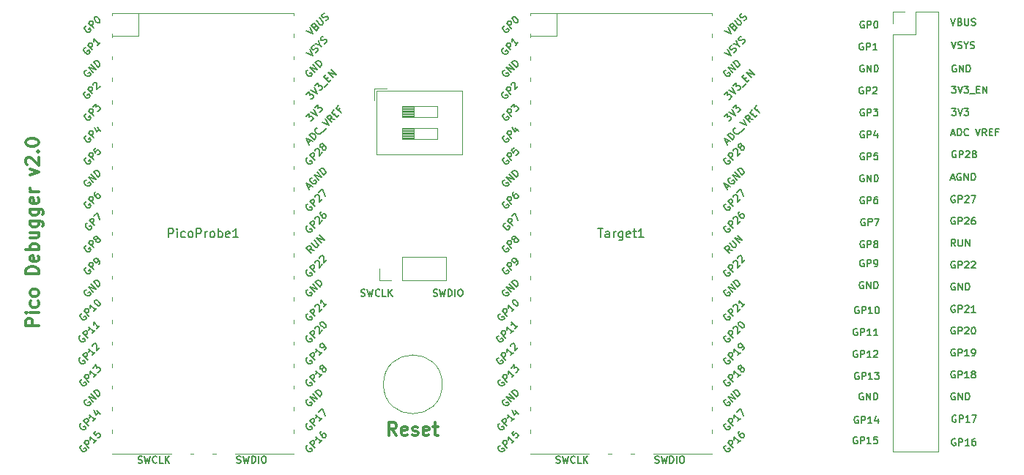
<source format=gbr>
%TF.GenerationSoftware,KiCad,Pcbnew,7.0.5-0*%
%TF.CreationDate,2023-11-25T09:06:25+00:00*%
%TF.ProjectId,PicoDebugger,5069636f-4465-4627-9567-6765722e6b69,rev?*%
%TF.SameCoordinates,Original*%
%TF.FileFunction,Legend,Top*%
%TF.FilePolarity,Positive*%
%FSLAX46Y46*%
G04 Gerber Fmt 4.6, Leading zero omitted, Abs format (unit mm)*
G04 Created by KiCad (PCBNEW 7.0.5-0) date 2023-11-25 09:06:25*
%MOMM*%
%LPD*%
G01*
G04 APERTURE LIST*
%ADD10C,0.150000*%
%ADD11C,0.300000*%
%ADD12C,0.120000*%
%ADD13C,0.100000*%
G04 APERTURE END LIST*
D10*
X145322618Y-118295390D02*
X145246428Y-118257295D01*
X145246428Y-118257295D02*
X145132142Y-118257295D01*
X145132142Y-118257295D02*
X145017856Y-118295390D01*
X145017856Y-118295390D02*
X144941666Y-118371580D01*
X144941666Y-118371580D02*
X144903571Y-118447771D01*
X144903571Y-118447771D02*
X144865475Y-118600152D01*
X144865475Y-118600152D02*
X144865475Y-118714438D01*
X144865475Y-118714438D02*
X144903571Y-118866819D01*
X144903571Y-118866819D02*
X144941666Y-118943009D01*
X144941666Y-118943009D02*
X145017856Y-119019200D01*
X145017856Y-119019200D02*
X145132142Y-119057295D01*
X145132142Y-119057295D02*
X145208333Y-119057295D01*
X145208333Y-119057295D02*
X145322618Y-119019200D01*
X145322618Y-119019200D02*
X145360714Y-118981104D01*
X145360714Y-118981104D02*
X145360714Y-118714438D01*
X145360714Y-118714438D02*
X145208333Y-118714438D01*
X145703571Y-119057295D02*
X145703571Y-118257295D01*
X145703571Y-118257295D02*
X146008333Y-118257295D01*
X146008333Y-118257295D02*
X146084523Y-118295390D01*
X146084523Y-118295390D02*
X146122618Y-118333485D01*
X146122618Y-118333485D02*
X146160714Y-118409676D01*
X146160714Y-118409676D02*
X146160714Y-118523961D01*
X146160714Y-118523961D02*
X146122618Y-118600152D01*
X146122618Y-118600152D02*
X146084523Y-118638247D01*
X146084523Y-118638247D02*
X146008333Y-118676342D01*
X146008333Y-118676342D02*
X145703571Y-118676342D01*
X146922618Y-119057295D02*
X146465475Y-119057295D01*
X146694047Y-119057295D02*
X146694047Y-118257295D01*
X146694047Y-118257295D02*
X146617856Y-118371580D01*
X146617856Y-118371580D02*
X146541666Y-118447771D01*
X146541666Y-118447771D02*
X146465475Y-118485866D01*
X147608333Y-118523961D02*
X147608333Y-119057295D01*
X147417857Y-118219200D02*
X147227380Y-118790628D01*
X147227380Y-118790628D02*
X147722619Y-118790628D01*
X145965476Y-77655390D02*
X145889286Y-77617295D01*
X145889286Y-77617295D02*
X145775000Y-77617295D01*
X145775000Y-77617295D02*
X145660714Y-77655390D01*
X145660714Y-77655390D02*
X145584524Y-77731580D01*
X145584524Y-77731580D02*
X145546429Y-77807771D01*
X145546429Y-77807771D02*
X145508333Y-77960152D01*
X145508333Y-77960152D02*
X145508333Y-78074438D01*
X145508333Y-78074438D02*
X145546429Y-78226819D01*
X145546429Y-78226819D02*
X145584524Y-78303009D01*
X145584524Y-78303009D02*
X145660714Y-78379200D01*
X145660714Y-78379200D02*
X145775000Y-78417295D01*
X145775000Y-78417295D02*
X145851191Y-78417295D01*
X145851191Y-78417295D02*
X145965476Y-78379200D01*
X145965476Y-78379200D02*
X146003572Y-78341104D01*
X146003572Y-78341104D02*
X146003572Y-78074438D01*
X146003572Y-78074438D02*
X145851191Y-78074438D01*
X146346429Y-78417295D02*
X146346429Y-77617295D01*
X146346429Y-77617295D02*
X146803572Y-78417295D01*
X146803572Y-78417295D02*
X146803572Y-77617295D01*
X147184524Y-78417295D02*
X147184524Y-77617295D01*
X147184524Y-77617295D02*
X147375000Y-77617295D01*
X147375000Y-77617295D02*
X147489286Y-77655390D01*
X147489286Y-77655390D02*
X147565476Y-77731580D01*
X147565476Y-77731580D02*
X147603571Y-77807771D01*
X147603571Y-77807771D02*
X147641667Y-77960152D01*
X147641667Y-77960152D02*
X147641667Y-78074438D01*
X147641667Y-78074438D02*
X147603571Y-78226819D01*
X147603571Y-78226819D02*
X147565476Y-78303009D01*
X147565476Y-78303009D02*
X147489286Y-78379200D01*
X147489286Y-78379200D02*
X147375000Y-78417295D01*
X147375000Y-78417295D02*
X147184524Y-78417295D01*
X156569047Y-120860390D02*
X156492857Y-120822295D01*
X156492857Y-120822295D02*
X156378571Y-120822295D01*
X156378571Y-120822295D02*
X156264285Y-120860390D01*
X156264285Y-120860390D02*
X156188095Y-120936580D01*
X156188095Y-120936580D02*
X156150000Y-121012771D01*
X156150000Y-121012771D02*
X156111904Y-121165152D01*
X156111904Y-121165152D02*
X156111904Y-121279438D01*
X156111904Y-121279438D02*
X156150000Y-121431819D01*
X156150000Y-121431819D02*
X156188095Y-121508009D01*
X156188095Y-121508009D02*
X156264285Y-121584200D01*
X156264285Y-121584200D02*
X156378571Y-121622295D01*
X156378571Y-121622295D02*
X156454762Y-121622295D01*
X156454762Y-121622295D02*
X156569047Y-121584200D01*
X156569047Y-121584200D02*
X156607143Y-121546104D01*
X156607143Y-121546104D02*
X156607143Y-121279438D01*
X156607143Y-121279438D02*
X156454762Y-121279438D01*
X156950000Y-121622295D02*
X156950000Y-120822295D01*
X156950000Y-120822295D02*
X157254762Y-120822295D01*
X157254762Y-120822295D02*
X157330952Y-120860390D01*
X157330952Y-120860390D02*
X157369047Y-120898485D01*
X157369047Y-120898485D02*
X157407143Y-120974676D01*
X157407143Y-120974676D02*
X157407143Y-121088961D01*
X157407143Y-121088961D02*
X157369047Y-121165152D01*
X157369047Y-121165152D02*
X157330952Y-121203247D01*
X157330952Y-121203247D02*
X157254762Y-121241342D01*
X157254762Y-121241342D02*
X156950000Y-121241342D01*
X158169047Y-121622295D02*
X157711904Y-121622295D01*
X157940476Y-121622295D02*
X157940476Y-120822295D01*
X157940476Y-120822295D02*
X157864285Y-120936580D01*
X157864285Y-120936580D02*
X157788095Y-121012771D01*
X157788095Y-121012771D02*
X157711904Y-121050866D01*
X158854762Y-120822295D02*
X158702381Y-120822295D01*
X158702381Y-120822295D02*
X158626190Y-120860390D01*
X158626190Y-120860390D02*
X158588095Y-120898485D01*
X158588095Y-120898485D02*
X158511905Y-121012771D01*
X158511905Y-121012771D02*
X158473809Y-121165152D01*
X158473809Y-121165152D02*
X158473809Y-121469914D01*
X158473809Y-121469914D02*
X158511905Y-121546104D01*
X158511905Y-121546104D02*
X158550000Y-121584200D01*
X158550000Y-121584200D02*
X158626190Y-121622295D01*
X158626190Y-121622295D02*
X158778571Y-121622295D01*
X158778571Y-121622295D02*
X158854762Y-121584200D01*
X158854762Y-121584200D02*
X158892857Y-121546104D01*
X158892857Y-121546104D02*
X158930952Y-121469914D01*
X158930952Y-121469914D02*
X158930952Y-121279438D01*
X158930952Y-121279438D02*
X158892857Y-121203247D01*
X158892857Y-121203247D02*
X158854762Y-121165152D01*
X158854762Y-121165152D02*
X158778571Y-121127057D01*
X158778571Y-121127057D02*
X158626190Y-121127057D01*
X158626190Y-121127057D02*
X158550000Y-121165152D01*
X158550000Y-121165152D02*
X158511905Y-121203247D01*
X158511905Y-121203247D02*
X158473809Y-121279438D01*
D11*
X50600828Y-107776489D02*
X49100828Y-107776489D01*
X49100828Y-107776489D02*
X49100828Y-107205060D01*
X49100828Y-107205060D02*
X49172257Y-107062203D01*
X49172257Y-107062203D02*
X49243685Y-106990774D01*
X49243685Y-106990774D02*
X49386542Y-106919346D01*
X49386542Y-106919346D02*
X49600828Y-106919346D01*
X49600828Y-106919346D02*
X49743685Y-106990774D01*
X49743685Y-106990774D02*
X49815114Y-107062203D01*
X49815114Y-107062203D02*
X49886542Y-107205060D01*
X49886542Y-107205060D02*
X49886542Y-107776489D01*
X50600828Y-106276489D02*
X49600828Y-106276489D01*
X49100828Y-106276489D02*
X49172257Y-106347917D01*
X49172257Y-106347917D02*
X49243685Y-106276489D01*
X49243685Y-106276489D02*
X49172257Y-106205060D01*
X49172257Y-106205060D02*
X49100828Y-106276489D01*
X49100828Y-106276489D02*
X49243685Y-106276489D01*
X50529400Y-104919346D02*
X50600828Y-105062203D01*
X50600828Y-105062203D02*
X50600828Y-105347917D01*
X50600828Y-105347917D02*
X50529400Y-105490774D01*
X50529400Y-105490774D02*
X50457971Y-105562203D01*
X50457971Y-105562203D02*
X50315114Y-105633631D01*
X50315114Y-105633631D02*
X49886542Y-105633631D01*
X49886542Y-105633631D02*
X49743685Y-105562203D01*
X49743685Y-105562203D02*
X49672257Y-105490774D01*
X49672257Y-105490774D02*
X49600828Y-105347917D01*
X49600828Y-105347917D02*
X49600828Y-105062203D01*
X49600828Y-105062203D02*
X49672257Y-104919346D01*
X50600828Y-104062203D02*
X50529400Y-104205060D01*
X50529400Y-104205060D02*
X50457971Y-104276489D01*
X50457971Y-104276489D02*
X50315114Y-104347917D01*
X50315114Y-104347917D02*
X49886542Y-104347917D01*
X49886542Y-104347917D02*
X49743685Y-104276489D01*
X49743685Y-104276489D02*
X49672257Y-104205060D01*
X49672257Y-104205060D02*
X49600828Y-104062203D01*
X49600828Y-104062203D02*
X49600828Y-103847917D01*
X49600828Y-103847917D02*
X49672257Y-103705060D01*
X49672257Y-103705060D02*
X49743685Y-103633632D01*
X49743685Y-103633632D02*
X49886542Y-103562203D01*
X49886542Y-103562203D02*
X50315114Y-103562203D01*
X50315114Y-103562203D02*
X50457971Y-103633632D01*
X50457971Y-103633632D02*
X50529400Y-103705060D01*
X50529400Y-103705060D02*
X50600828Y-103847917D01*
X50600828Y-103847917D02*
X50600828Y-104062203D01*
X50600828Y-101776489D02*
X49100828Y-101776489D01*
X49100828Y-101776489D02*
X49100828Y-101419346D01*
X49100828Y-101419346D02*
X49172257Y-101205060D01*
X49172257Y-101205060D02*
X49315114Y-101062203D01*
X49315114Y-101062203D02*
X49457971Y-100990774D01*
X49457971Y-100990774D02*
X49743685Y-100919346D01*
X49743685Y-100919346D02*
X49957971Y-100919346D01*
X49957971Y-100919346D02*
X50243685Y-100990774D01*
X50243685Y-100990774D02*
X50386542Y-101062203D01*
X50386542Y-101062203D02*
X50529400Y-101205060D01*
X50529400Y-101205060D02*
X50600828Y-101419346D01*
X50600828Y-101419346D02*
X50600828Y-101776489D01*
X50529400Y-99705060D02*
X50600828Y-99847917D01*
X50600828Y-99847917D02*
X50600828Y-100133632D01*
X50600828Y-100133632D02*
X50529400Y-100276489D01*
X50529400Y-100276489D02*
X50386542Y-100347917D01*
X50386542Y-100347917D02*
X49815114Y-100347917D01*
X49815114Y-100347917D02*
X49672257Y-100276489D01*
X49672257Y-100276489D02*
X49600828Y-100133632D01*
X49600828Y-100133632D02*
X49600828Y-99847917D01*
X49600828Y-99847917D02*
X49672257Y-99705060D01*
X49672257Y-99705060D02*
X49815114Y-99633632D01*
X49815114Y-99633632D02*
X49957971Y-99633632D01*
X49957971Y-99633632D02*
X50100828Y-100347917D01*
X50600828Y-98990775D02*
X49100828Y-98990775D01*
X49672257Y-98990775D02*
X49600828Y-98847918D01*
X49600828Y-98847918D02*
X49600828Y-98562203D01*
X49600828Y-98562203D02*
X49672257Y-98419346D01*
X49672257Y-98419346D02*
X49743685Y-98347918D01*
X49743685Y-98347918D02*
X49886542Y-98276489D01*
X49886542Y-98276489D02*
X50315114Y-98276489D01*
X50315114Y-98276489D02*
X50457971Y-98347918D01*
X50457971Y-98347918D02*
X50529400Y-98419346D01*
X50529400Y-98419346D02*
X50600828Y-98562203D01*
X50600828Y-98562203D02*
X50600828Y-98847918D01*
X50600828Y-98847918D02*
X50529400Y-98990775D01*
X49600828Y-96990775D02*
X50600828Y-96990775D01*
X49600828Y-97633632D02*
X50386542Y-97633632D01*
X50386542Y-97633632D02*
X50529400Y-97562203D01*
X50529400Y-97562203D02*
X50600828Y-97419346D01*
X50600828Y-97419346D02*
X50600828Y-97205060D01*
X50600828Y-97205060D02*
X50529400Y-97062203D01*
X50529400Y-97062203D02*
X50457971Y-96990775D01*
X49600828Y-95633632D02*
X50815114Y-95633632D01*
X50815114Y-95633632D02*
X50957971Y-95705060D01*
X50957971Y-95705060D02*
X51029400Y-95776489D01*
X51029400Y-95776489D02*
X51100828Y-95919346D01*
X51100828Y-95919346D02*
X51100828Y-96133632D01*
X51100828Y-96133632D02*
X51029400Y-96276489D01*
X50529400Y-95633632D02*
X50600828Y-95776489D01*
X50600828Y-95776489D02*
X50600828Y-96062203D01*
X50600828Y-96062203D02*
X50529400Y-96205060D01*
X50529400Y-96205060D02*
X50457971Y-96276489D01*
X50457971Y-96276489D02*
X50315114Y-96347917D01*
X50315114Y-96347917D02*
X49886542Y-96347917D01*
X49886542Y-96347917D02*
X49743685Y-96276489D01*
X49743685Y-96276489D02*
X49672257Y-96205060D01*
X49672257Y-96205060D02*
X49600828Y-96062203D01*
X49600828Y-96062203D02*
X49600828Y-95776489D01*
X49600828Y-95776489D02*
X49672257Y-95633632D01*
X49600828Y-94276489D02*
X50815114Y-94276489D01*
X50815114Y-94276489D02*
X50957971Y-94347917D01*
X50957971Y-94347917D02*
X51029400Y-94419346D01*
X51029400Y-94419346D02*
X51100828Y-94562203D01*
X51100828Y-94562203D02*
X51100828Y-94776489D01*
X51100828Y-94776489D02*
X51029400Y-94919346D01*
X50529400Y-94276489D02*
X50600828Y-94419346D01*
X50600828Y-94419346D02*
X50600828Y-94705060D01*
X50600828Y-94705060D02*
X50529400Y-94847917D01*
X50529400Y-94847917D02*
X50457971Y-94919346D01*
X50457971Y-94919346D02*
X50315114Y-94990774D01*
X50315114Y-94990774D02*
X49886542Y-94990774D01*
X49886542Y-94990774D02*
X49743685Y-94919346D01*
X49743685Y-94919346D02*
X49672257Y-94847917D01*
X49672257Y-94847917D02*
X49600828Y-94705060D01*
X49600828Y-94705060D02*
X49600828Y-94419346D01*
X49600828Y-94419346D02*
X49672257Y-94276489D01*
X50529400Y-92990774D02*
X50600828Y-93133631D01*
X50600828Y-93133631D02*
X50600828Y-93419346D01*
X50600828Y-93419346D02*
X50529400Y-93562203D01*
X50529400Y-93562203D02*
X50386542Y-93633631D01*
X50386542Y-93633631D02*
X49815114Y-93633631D01*
X49815114Y-93633631D02*
X49672257Y-93562203D01*
X49672257Y-93562203D02*
X49600828Y-93419346D01*
X49600828Y-93419346D02*
X49600828Y-93133631D01*
X49600828Y-93133631D02*
X49672257Y-92990774D01*
X49672257Y-92990774D02*
X49815114Y-92919346D01*
X49815114Y-92919346D02*
X49957971Y-92919346D01*
X49957971Y-92919346D02*
X50100828Y-93633631D01*
X50600828Y-92276489D02*
X49600828Y-92276489D01*
X49886542Y-92276489D02*
X49743685Y-92205060D01*
X49743685Y-92205060D02*
X49672257Y-92133632D01*
X49672257Y-92133632D02*
X49600828Y-91990774D01*
X49600828Y-91990774D02*
X49600828Y-91847917D01*
X49600828Y-90347918D02*
X50600828Y-89990775D01*
X50600828Y-89990775D02*
X49600828Y-89633632D01*
X49243685Y-89133632D02*
X49172257Y-89062204D01*
X49172257Y-89062204D02*
X49100828Y-88919347D01*
X49100828Y-88919347D02*
X49100828Y-88562204D01*
X49100828Y-88562204D02*
X49172257Y-88419347D01*
X49172257Y-88419347D02*
X49243685Y-88347918D01*
X49243685Y-88347918D02*
X49386542Y-88276489D01*
X49386542Y-88276489D02*
X49529400Y-88276489D01*
X49529400Y-88276489D02*
X49743685Y-88347918D01*
X49743685Y-88347918D02*
X50600828Y-89205061D01*
X50600828Y-89205061D02*
X50600828Y-88276489D01*
X50457971Y-87633633D02*
X50529400Y-87562204D01*
X50529400Y-87562204D02*
X50600828Y-87633633D01*
X50600828Y-87633633D02*
X50529400Y-87705061D01*
X50529400Y-87705061D02*
X50457971Y-87633633D01*
X50457971Y-87633633D02*
X50600828Y-87633633D01*
X49100828Y-86633632D02*
X49100828Y-86490775D01*
X49100828Y-86490775D02*
X49172257Y-86347918D01*
X49172257Y-86347918D02*
X49243685Y-86276490D01*
X49243685Y-86276490D02*
X49386542Y-86205061D01*
X49386542Y-86205061D02*
X49672257Y-86133632D01*
X49672257Y-86133632D02*
X50029400Y-86133632D01*
X50029400Y-86133632D02*
X50315114Y-86205061D01*
X50315114Y-86205061D02*
X50457971Y-86276490D01*
X50457971Y-86276490D02*
X50529400Y-86347918D01*
X50529400Y-86347918D02*
X50600828Y-86490775D01*
X50600828Y-86490775D02*
X50600828Y-86633632D01*
X50600828Y-86633632D02*
X50529400Y-86776490D01*
X50529400Y-86776490D02*
X50457971Y-86847918D01*
X50457971Y-86847918D02*
X50315114Y-86919347D01*
X50315114Y-86919347D02*
X50029400Y-86990775D01*
X50029400Y-86990775D02*
X49672257Y-86990775D01*
X49672257Y-86990775D02*
X49386542Y-86919347D01*
X49386542Y-86919347D02*
X49243685Y-86847918D01*
X49243685Y-86847918D02*
X49172257Y-86776490D01*
X49172257Y-86776490D02*
X49100828Y-86633632D01*
D10*
X146003571Y-82735390D02*
X145927381Y-82697295D01*
X145927381Y-82697295D02*
X145813095Y-82697295D01*
X145813095Y-82697295D02*
X145698809Y-82735390D01*
X145698809Y-82735390D02*
X145622619Y-82811580D01*
X145622619Y-82811580D02*
X145584524Y-82887771D01*
X145584524Y-82887771D02*
X145546428Y-83040152D01*
X145546428Y-83040152D02*
X145546428Y-83154438D01*
X145546428Y-83154438D02*
X145584524Y-83306819D01*
X145584524Y-83306819D02*
X145622619Y-83383009D01*
X145622619Y-83383009D02*
X145698809Y-83459200D01*
X145698809Y-83459200D02*
X145813095Y-83497295D01*
X145813095Y-83497295D02*
X145889286Y-83497295D01*
X145889286Y-83497295D02*
X146003571Y-83459200D01*
X146003571Y-83459200D02*
X146041667Y-83421104D01*
X146041667Y-83421104D02*
X146041667Y-83154438D01*
X146041667Y-83154438D02*
X145889286Y-83154438D01*
X146384524Y-83497295D02*
X146384524Y-82697295D01*
X146384524Y-82697295D02*
X146689286Y-82697295D01*
X146689286Y-82697295D02*
X146765476Y-82735390D01*
X146765476Y-82735390D02*
X146803571Y-82773485D01*
X146803571Y-82773485D02*
X146841667Y-82849676D01*
X146841667Y-82849676D02*
X146841667Y-82963961D01*
X146841667Y-82963961D02*
X146803571Y-83040152D01*
X146803571Y-83040152D02*
X146765476Y-83078247D01*
X146765476Y-83078247D02*
X146689286Y-83116342D01*
X146689286Y-83116342D02*
X146384524Y-83116342D01*
X147108333Y-82697295D02*
X147603571Y-82697295D01*
X147603571Y-82697295D02*
X147336905Y-83002057D01*
X147336905Y-83002057D02*
X147451190Y-83002057D01*
X147451190Y-83002057D02*
X147527381Y-83040152D01*
X147527381Y-83040152D02*
X147565476Y-83078247D01*
X147565476Y-83078247D02*
X147603571Y-83154438D01*
X147603571Y-83154438D02*
X147603571Y-83344914D01*
X147603571Y-83344914D02*
X147565476Y-83421104D01*
X147565476Y-83421104D02*
X147527381Y-83459200D01*
X147527381Y-83459200D02*
X147451190Y-83497295D01*
X147451190Y-83497295D02*
X147222619Y-83497295D01*
X147222619Y-83497295D02*
X147146428Y-83459200D01*
X147146428Y-83459200D02*
X147108333Y-83421104D01*
X156096428Y-74912295D02*
X156363095Y-75712295D01*
X156363095Y-75712295D02*
X156629761Y-74912295D01*
X156858332Y-75674200D02*
X156972618Y-75712295D01*
X156972618Y-75712295D02*
X157163094Y-75712295D01*
X157163094Y-75712295D02*
X157239285Y-75674200D01*
X157239285Y-75674200D02*
X157277380Y-75636104D01*
X157277380Y-75636104D02*
X157315475Y-75559914D01*
X157315475Y-75559914D02*
X157315475Y-75483723D01*
X157315475Y-75483723D02*
X157277380Y-75407533D01*
X157277380Y-75407533D02*
X157239285Y-75369438D01*
X157239285Y-75369438D02*
X157163094Y-75331342D01*
X157163094Y-75331342D02*
X157010713Y-75293247D01*
X157010713Y-75293247D02*
X156934523Y-75255152D01*
X156934523Y-75255152D02*
X156896428Y-75217057D01*
X156896428Y-75217057D02*
X156858332Y-75140866D01*
X156858332Y-75140866D02*
X156858332Y-75064676D01*
X156858332Y-75064676D02*
X156896428Y-74988485D01*
X156896428Y-74988485D02*
X156934523Y-74950390D01*
X156934523Y-74950390D02*
X157010713Y-74912295D01*
X157010713Y-74912295D02*
X157201190Y-74912295D01*
X157201190Y-74912295D02*
X157315475Y-74950390D01*
X157810714Y-75331342D02*
X157810714Y-75712295D01*
X157544047Y-74912295D02*
X157810714Y-75331342D01*
X157810714Y-75331342D02*
X158077380Y-74912295D01*
X158305951Y-75674200D02*
X158420237Y-75712295D01*
X158420237Y-75712295D02*
X158610713Y-75712295D01*
X158610713Y-75712295D02*
X158686904Y-75674200D01*
X158686904Y-75674200D02*
X158724999Y-75636104D01*
X158724999Y-75636104D02*
X158763094Y-75559914D01*
X158763094Y-75559914D02*
X158763094Y-75483723D01*
X158763094Y-75483723D02*
X158724999Y-75407533D01*
X158724999Y-75407533D02*
X158686904Y-75369438D01*
X158686904Y-75369438D02*
X158610713Y-75331342D01*
X158610713Y-75331342D02*
X158458332Y-75293247D01*
X158458332Y-75293247D02*
X158382142Y-75255152D01*
X158382142Y-75255152D02*
X158344047Y-75217057D01*
X158344047Y-75217057D02*
X158305951Y-75140866D01*
X158305951Y-75140866D02*
X158305951Y-75064676D01*
X158305951Y-75064676D02*
X158344047Y-74988485D01*
X158344047Y-74988485D02*
X158382142Y-74950390D01*
X158382142Y-74950390D02*
X158458332Y-74912295D01*
X158458332Y-74912295D02*
X158648809Y-74912295D01*
X158648809Y-74912295D02*
X158763094Y-74950390D01*
X156515476Y-92750390D02*
X156439286Y-92712295D01*
X156439286Y-92712295D02*
X156325000Y-92712295D01*
X156325000Y-92712295D02*
X156210714Y-92750390D01*
X156210714Y-92750390D02*
X156134524Y-92826580D01*
X156134524Y-92826580D02*
X156096429Y-92902771D01*
X156096429Y-92902771D02*
X156058333Y-93055152D01*
X156058333Y-93055152D02*
X156058333Y-93169438D01*
X156058333Y-93169438D02*
X156096429Y-93321819D01*
X156096429Y-93321819D02*
X156134524Y-93398009D01*
X156134524Y-93398009D02*
X156210714Y-93474200D01*
X156210714Y-93474200D02*
X156325000Y-93512295D01*
X156325000Y-93512295D02*
X156401191Y-93512295D01*
X156401191Y-93512295D02*
X156515476Y-93474200D01*
X156515476Y-93474200D02*
X156553572Y-93436104D01*
X156553572Y-93436104D02*
X156553572Y-93169438D01*
X156553572Y-93169438D02*
X156401191Y-93169438D01*
X156896429Y-93512295D02*
X156896429Y-92712295D01*
X156896429Y-92712295D02*
X157201191Y-92712295D01*
X157201191Y-92712295D02*
X157277381Y-92750390D01*
X157277381Y-92750390D02*
X157315476Y-92788485D01*
X157315476Y-92788485D02*
X157353572Y-92864676D01*
X157353572Y-92864676D02*
X157353572Y-92978961D01*
X157353572Y-92978961D02*
X157315476Y-93055152D01*
X157315476Y-93055152D02*
X157277381Y-93093247D01*
X157277381Y-93093247D02*
X157201191Y-93131342D01*
X157201191Y-93131342D02*
X156896429Y-93131342D01*
X157658333Y-92788485D02*
X157696429Y-92750390D01*
X157696429Y-92750390D02*
X157772619Y-92712295D01*
X157772619Y-92712295D02*
X157963095Y-92712295D01*
X157963095Y-92712295D02*
X158039286Y-92750390D01*
X158039286Y-92750390D02*
X158077381Y-92788485D01*
X158077381Y-92788485D02*
X158115476Y-92864676D01*
X158115476Y-92864676D02*
X158115476Y-92940866D01*
X158115476Y-92940866D02*
X158077381Y-93055152D01*
X158077381Y-93055152D02*
X157620238Y-93512295D01*
X157620238Y-93512295D02*
X158115476Y-93512295D01*
X158382143Y-92712295D02*
X158915477Y-92712295D01*
X158915477Y-92712295D02*
X158572619Y-93512295D01*
X156515476Y-113060390D02*
X156439286Y-113022295D01*
X156439286Y-113022295D02*
X156325000Y-113022295D01*
X156325000Y-113022295D02*
X156210714Y-113060390D01*
X156210714Y-113060390D02*
X156134524Y-113136580D01*
X156134524Y-113136580D02*
X156096429Y-113212771D01*
X156096429Y-113212771D02*
X156058333Y-113365152D01*
X156058333Y-113365152D02*
X156058333Y-113479438D01*
X156058333Y-113479438D02*
X156096429Y-113631819D01*
X156096429Y-113631819D02*
X156134524Y-113708009D01*
X156134524Y-113708009D02*
X156210714Y-113784200D01*
X156210714Y-113784200D02*
X156325000Y-113822295D01*
X156325000Y-113822295D02*
X156401191Y-113822295D01*
X156401191Y-113822295D02*
X156515476Y-113784200D01*
X156515476Y-113784200D02*
X156553572Y-113746104D01*
X156553572Y-113746104D02*
X156553572Y-113479438D01*
X156553572Y-113479438D02*
X156401191Y-113479438D01*
X156896429Y-113822295D02*
X156896429Y-113022295D01*
X156896429Y-113022295D02*
X157201191Y-113022295D01*
X157201191Y-113022295D02*
X157277381Y-113060390D01*
X157277381Y-113060390D02*
X157315476Y-113098485D01*
X157315476Y-113098485D02*
X157353572Y-113174676D01*
X157353572Y-113174676D02*
X157353572Y-113288961D01*
X157353572Y-113288961D02*
X157315476Y-113365152D01*
X157315476Y-113365152D02*
X157277381Y-113403247D01*
X157277381Y-113403247D02*
X157201191Y-113441342D01*
X157201191Y-113441342D02*
X156896429Y-113441342D01*
X158115476Y-113822295D02*
X157658333Y-113822295D01*
X157886905Y-113822295D02*
X157886905Y-113022295D01*
X157886905Y-113022295D02*
X157810714Y-113136580D01*
X157810714Y-113136580D02*
X157734524Y-113212771D01*
X157734524Y-113212771D02*
X157658333Y-113250866D01*
X158572619Y-113365152D02*
X158496429Y-113327057D01*
X158496429Y-113327057D02*
X158458334Y-113288961D01*
X158458334Y-113288961D02*
X158420238Y-113212771D01*
X158420238Y-113212771D02*
X158420238Y-113174676D01*
X158420238Y-113174676D02*
X158458334Y-113098485D01*
X158458334Y-113098485D02*
X158496429Y-113060390D01*
X158496429Y-113060390D02*
X158572619Y-113022295D01*
X158572619Y-113022295D02*
X158725000Y-113022295D01*
X158725000Y-113022295D02*
X158801191Y-113060390D01*
X158801191Y-113060390D02*
X158839286Y-113098485D01*
X158839286Y-113098485D02*
X158877381Y-113174676D01*
X158877381Y-113174676D02*
X158877381Y-113212771D01*
X158877381Y-113212771D02*
X158839286Y-113288961D01*
X158839286Y-113288961D02*
X158801191Y-113327057D01*
X158801191Y-113327057D02*
X158725000Y-113365152D01*
X158725000Y-113365152D02*
X158572619Y-113365152D01*
X158572619Y-113365152D02*
X158496429Y-113403247D01*
X158496429Y-113403247D02*
X158458334Y-113441342D01*
X158458334Y-113441342D02*
X158420238Y-113517533D01*
X158420238Y-113517533D02*
X158420238Y-113669914D01*
X158420238Y-113669914D02*
X158458334Y-113746104D01*
X158458334Y-113746104D02*
X158496429Y-113784200D01*
X158496429Y-113784200D02*
X158572619Y-113822295D01*
X158572619Y-113822295D02*
X158725000Y-113822295D01*
X158725000Y-113822295D02*
X158801191Y-113784200D01*
X158801191Y-113784200D02*
X158839286Y-113746104D01*
X158839286Y-113746104D02*
X158877381Y-113669914D01*
X158877381Y-113669914D02*
X158877381Y-113517533D01*
X158877381Y-113517533D02*
X158839286Y-113441342D01*
X158839286Y-113441342D02*
X158801191Y-113403247D01*
X158801191Y-113403247D02*
X158725000Y-113365152D01*
X146003571Y-85275390D02*
X145927381Y-85237295D01*
X145927381Y-85237295D02*
X145813095Y-85237295D01*
X145813095Y-85237295D02*
X145698809Y-85275390D01*
X145698809Y-85275390D02*
X145622619Y-85351580D01*
X145622619Y-85351580D02*
X145584524Y-85427771D01*
X145584524Y-85427771D02*
X145546428Y-85580152D01*
X145546428Y-85580152D02*
X145546428Y-85694438D01*
X145546428Y-85694438D02*
X145584524Y-85846819D01*
X145584524Y-85846819D02*
X145622619Y-85923009D01*
X145622619Y-85923009D02*
X145698809Y-85999200D01*
X145698809Y-85999200D02*
X145813095Y-86037295D01*
X145813095Y-86037295D02*
X145889286Y-86037295D01*
X145889286Y-86037295D02*
X146003571Y-85999200D01*
X146003571Y-85999200D02*
X146041667Y-85961104D01*
X146041667Y-85961104D02*
X146041667Y-85694438D01*
X146041667Y-85694438D02*
X145889286Y-85694438D01*
X146384524Y-86037295D02*
X146384524Y-85237295D01*
X146384524Y-85237295D02*
X146689286Y-85237295D01*
X146689286Y-85237295D02*
X146765476Y-85275390D01*
X146765476Y-85275390D02*
X146803571Y-85313485D01*
X146803571Y-85313485D02*
X146841667Y-85389676D01*
X146841667Y-85389676D02*
X146841667Y-85503961D01*
X146841667Y-85503961D02*
X146803571Y-85580152D01*
X146803571Y-85580152D02*
X146765476Y-85618247D01*
X146765476Y-85618247D02*
X146689286Y-85656342D01*
X146689286Y-85656342D02*
X146384524Y-85656342D01*
X147527381Y-85503961D02*
X147527381Y-86037295D01*
X147336905Y-85199200D02*
X147146428Y-85770628D01*
X147146428Y-85770628D02*
X147641667Y-85770628D01*
X146003571Y-72575390D02*
X145927381Y-72537295D01*
X145927381Y-72537295D02*
X145813095Y-72537295D01*
X145813095Y-72537295D02*
X145698809Y-72575390D01*
X145698809Y-72575390D02*
X145622619Y-72651580D01*
X145622619Y-72651580D02*
X145584524Y-72727771D01*
X145584524Y-72727771D02*
X145546428Y-72880152D01*
X145546428Y-72880152D02*
X145546428Y-72994438D01*
X145546428Y-72994438D02*
X145584524Y-73146819D01*
X145584524Y-73146819D02*
X145622619Y-73223009D01*
X145622619Y-73223009D02*
X145698809Y-73299200D01*
X145698809Y-73299200D02*
X145813095Y-73337295D01*
X145813095Y-73337295D02*
X145889286Y-73337295D01*
X145889286Y-73337295D02*
X146003571Y-73299200D01*
X146003571Y-73299200D02*
X146041667Y-73261104D01*
X146041667Y-73261104D02*
X146041667Y-72994438D01*
X146041667Y-72994438D02*
X145889286Y-72994438D01*
X146384524Y-73337295D02*
X146384524Y-72537295D01*
X146384524Y-72537295D02*
X146689286Y-72537295D01*
X146689286Y-72537295D02*
X146765476Y-72575390D01*
X146765476Y-72575390D02*
X146803571Y-72613485D01*
X146803571Y-72613485D02*
X146841667Y-72689676D01*
X146841667Y-72689676D02*
X146841667Y-72803961D01*
X146841667Y-72803961D02*
X146803571Y-72880152D01*
X146803571Y-72880152D02*
X146765476Y-72918247D01*
X146765476Y-72918247D02*
X146689286Y-72956342D01*
X146689286Y-72956342D02*
X146384524Y-72956342D01*
X147336905Y-72537295D02*
X147413095Y-72537295D01*
X147413095Y-72537295D02*
X147489286Y-72575390D01*
X147489286Y-72575390D02*
X147527381Y-72613485D01*
X147527381Y-72613485D02*
X147565476Y-72689676D01*
X147565476Y-72689676D02*
X147603571Y-72842057D01*
X147603571Y-72842057D02*
X147603571Y-73032533D01*
X147603571Y-73032533D02*
X147565476Y-73184914D01*
X147565476Y-73184914D02*
X147527381Y-73261104D01*
X147527381Y-73261104D02*
X147489286Y-73299200D01*
X147489286Y-73299200D02*
X147413095Y-73337295D01*
X147413095Y-73337295D02*
X147336905Y-73337295D01*
X147336905Y-73337295D02*
X147260714Y-73299200D01*
X147260714Y-73299200D02*
X147222619Y-73261104D01*
X147222619Y-73261104D02*
X147184524Y-73184914D01*
X147184524Y-73184914D02*
X147146428Y-73032533D01*
X147146428Y-73032533D02*
X147146428Y-72842057D01*
X147146428Y-72842057D02*
X147184524Y-72689676D01*
X147184524Y-72689676D02*
X147222619Y-72613485D01*
X147222619Y-72613485D02*
X147260714Y-72575390D01*
X147260714Y-72575390D02*
X147336905Y-72537295D01*
X156515476Y-102900390D02*
X156439286Y-102862295D01*
X156439286Y-102862295D02*
X156325000Y-102862295D01*
X156325000Y-102862295D02*
X156210714Y-102900390D01*
X156210714Y-102900390D02*
X156134524Y-102976580D01*
X156134524Y-102976580D02*
X156096429Y-103052771D01*
X156096429Y-103052771D02*
X156058333Y-103205152D01*
X156058333Y-103205152D02*
X156058333Y-103319438D01*
X156058333Y-103319438D02*
X156096429Y-103471819D01*
X156096429Y-103471819D02*
X156134524Y-103548009D01*
X156134524Y-103548009D02*
X156210714Y-103624200D01*
X156210714Y-103624200D02*
X156325000Y-103662295D01*
X156325000Y-103662295D02*
X156401191Y-103662295D01*
X156401191Y-103662295D02*
X156515476Y-103624200D01*
X156515476Y-103624200D02*
X156553572Y-103586104D01*
X156553572Y-103586104D02*
X156553572Y-103319438D01*
X156553572Y-103319438D02*
X156401191Y-103319438D01*
X156896429Y-103662295D02*
X156896429Y-102862295D01*
X156896429Y-102862295D02*
X157353572Y-103662295D01*
X157353572Y-103662295D02*
X157353572Y-102862295D01*
X157734524Y-103662295D02*
X157734524Y-102862295D01*
X157734524Y-102862295D02*
X157925000Y-102862295D01*
X157925000Y-102862295D02*
X158039286Y-102900390D01*
X158039286Y-102900390D02*
X158115476Y-102976580D01*
X158115476Y-102976580D02*
X158153571Y-103052771D01*
X158153571Y-103052771D02*
X158191667Y-103205152D01*
X158191667Y-103205152D02*
X158191667Y-103319438D01*
X158191667Y-103319438D02*
X158153571Y-103471819D01*
X158153571Y-103471819D02*
X158115476Y-103548009D01*
X158115476Y-103548009D02*
X158039286Y-103624200D01*
X158039286Y-103624200D02*
X157925000Y-103662295D01*
X157925000Y-103662295D02*
X157734524Y-103662295D01*
X156515476Y-105450390D02*
X156439286Y-105412295D01*
X156439286Y-105412295D02*
X156325000Y-105412295D01*
X156325000Y-105412295D02*
X156210714Y-105450390D01*
X156210714Y-105450390D02*
X156134524Y-105526580D01*
X156134524Y-105526580D02*
X156096429Y-105602771D01*
X156096429Y-105602771D02*
X156058333Y-105755152D01*
X156058333Y-105755152D02*
X156058333Y-105869438D01*
X156058333Y-105869438D02*
X156096429Y-106021819D01*
X156096429Y-106021819D02*
X156134524Y-106098009D01*
X156134524Y-106098009D02*
X156210714Y-106174200D01*
X156210714Y-106174200D02*
X156325000Y-106212295D01*
X156325000Y-106212295D02*
X156401191Y-106212295D01*
X156401191Y-106212295D02*
X156515476Y-106174200D01*
X156515476Y-106174200D02*
X156553572Y-106136104D01*
X156553572Y-106136104D02*
X156553572Y-105869438D01*
X156553572Y-105869438D02*
X156401191Y-105869438D01*
X156896429Y-106212295D02*
X156896429Y-105412295D01*
X156896429Y-105412295D02*
X157201191Y-105412295D01*
X157201191Y-105412295D02*
X157277381Y-105450390D01*
X157277381Y-105450390D02*
X157315476Y-105488485D01*
X157315476Y-105488485D02*
X157353572Y-105564676D01*
X157353572Y-105564676D02*
X157353572Y-105678961D01*
X157353572Y-105678961D02*
X157315476Y-105755152D01*
X157315476Y-105755152D02*
X157277381Y-105793247D01*
X157277381Y-105793247D02*
X157201191Y-105831342D01*
X157201191Y-105831342D02*
X156896429Y-105831342D01*
X157658333Y-105488485D02*
X157696429Y-105450390D01*
X157696429Y-105450390D02*
X157772619Y-105412295D01*
X157772619Y-105412295D02*
X157963095Y-105412295D01*
X157963095Y-105412295D02*
X158039286Y-105450390D01*
X158039286Y-105450390D02*
X158077381Y-105488485D01*
X158077381Y-105488485D02*
X158115476Y-105564676D01*
X158115476Y-105564676D02*
X158115476Y-105640866D01*
X158115476Y-105640866D02*
X158077381Y-105755152D01*
X158077381Y-105755152D02*
X157620238Y-106212295D01*
X157620238Y-106212295D02*
X158115476Y-106212295D01*
X158877381Y-106212295D02*
X158420238Y-106212295D01*
X158648810Y-106212295D02*
X158648810Y-105412295D01*
X158648810Y-105412295D02*
X158572619Y-105526580D01*
X158572619Y-105526580D02*
X158496429Y-105602771D01*
X158496429Y-105602771D02*
X158420238Y-105640866D01*
X156515476Y-115600390D02*
X156439286Y-115562295D01*
X156439286Y-115562295D02*
X156325000Y-115562295D01*
X156325000Y-115562295D02*
X156210714Y-115600390D01*
X156210714Y-115600390D02*
X156134524Y-115676580D01*
X156134524Y-115676580D02*
X156096429Y-115752771D01*
X156096429Y-115752771D02*
X156058333Y-115905152D01*
X156058333Y-115905152D02*
X156058333Y-116019438D01*
X156058333Y-116019438D02*
X156096429Y-116171819D01*
X156096429Y-116171819D02*
X156134524Y-116248009D01*
X156134524Y-116248009D02*
X156210714Y-116324200D01*
X156210714Y-116324200D02*
X156325000Y-116362295D01*
X156325000Y-116362295D02*
X156401191Y-116362295D01*
X156401191Y-116362295D02*
X156515476Y-116324200D01*
X156515476Y-116324200D02*
X156553572Y-116286104D01*
X156553572Y-116286104D02*
X156553572Y-116019438D01*
X156553572Y-116019438D02*
X156401191Y-116019438D01*
X156896429Y-116362295D02*
X156896429Y-115562295D01*
X156896429Y-115562295D02*
X157353572Y-116362295D01*
X157353572Y-116362295D02*
X157353572Y-115562295D01*
X157734524Y-116362295D02*
X157734524Y-115562295D01*
X157734524Y-115562295D02*
X157925000Y-115562295D01*
X157925000Y-115562295D02*
X158039286Y-115600390D01*
X158039286Y-115600390D02*
X158115476Y-115676580D01*
X158115476Y-115676580D02*
X158153571Y-115752771D01*
X158153571Y-115752771D02*
X158191667Y-115905152D01*
X158191667Y-115905152D02*
X158191667Y-116019438D01*
X158191667Y-116019438D02*
X158153571Y-116171819D01*
X158153571Y-116171819D02*
X158115476Y-116248009D01*
X158115476Y-116248009D02*
X158039286Y-116324200D01*
X158039286Y-116324200D02*
X157925000Y-116362295D01*
X157925000Y-116362295D02*
X157734524Y-116362295D01*
X156622618Y-118175390D02*
X156546428Y-118137295D01*
X156546428Y-118137295D02*
X156432142Y-118137295D01*
X156432142Y-118137295D02*
X156317856Y-118175390D01*
X156317856Y-118175390D02*
X156241666Y-118251580D01*
X156241666Y-118251580D02*
X156203571Y-118327771D01*
X156203571Y-118327771D02*
X156165475Y-118480152D01*
X156165475Y-118480152D02*
X156165475Y-118594438D01*
X156165475Y-118594438D02*
X156203571Y-118746819D01*
X156203571Y-118746819D02*
X156241666Y-118823009D01*
X156241666Y-118823009D02*
X156317856Y-118899200D01*
X156317856Y-118899200D02*
X156432142Y-118937295D01*
X156432142Y-118937295D02*
X156508333Y-118937295D01*
X156508333Y-118937295D02*
X156622618Y-118899200D01*
X156622618Y-118899200D02*
X156660714Y-118861104D01*
X156660714Y-118861104D02*
X156660714Y-118594438D01*
X156660714Y-118594438D02*
X156508333Y-118594438D01*
X157003571Y-118937295D02*
X157003571Y-118137295D01*
X157003571Y-118137295D02*
X157308333Y-118137295D01*
X157308333Y-118137295D02*
X157384523Y-118175390D01*
X157384523Y-118175390D02*
X157422618Y-118213485D01*
X157422618Y-118213485D02*
X157460714Y-118289676D01*
X157460714Y-118289676D02*
X157460714Y-118403961D01*
X157460714Y-118403961D02*
X157422618Y-118480152D01*
X157422618Y-118480152D02*
X157384523Y-118518247D01*
X157384523Y-118518247D02*
X157308333Y-118556342D01*
X157308333Y-118556342D02*
X157003571Y-118556342D01*
X158222618Y-118937295D02*
X157765475Y-118937295D01*
X157994047Y-118937295D02*
X157994047Y-118137295D01*
X157994047Y-118137295D02*
X157917856Y-118251580D01*
X157917856Y-118251580D02*
X157841666Y-118327771D01*
X157841666Y-118327771D02*
X157765475Y-118365866D01*
X158489285Y-118137295D02*
X159022619Y-118137295D01*
X159022619Y-118137295D02*
X158679761Y-118937295D01*
X145368618Y-113215390D02*
X145292428Y-113177295D01*
X145292428Y-113177295D02*
X145178142Y-113177295D01*
X145178142Y-113177295D02*
X145063856Y-113215390D01*
X145063856Y-113215390D02*
X144987666Y-113291580D01*
X144987666Y-113291580D02*
X144949571Y-113367771D01*
X144949571Y-113367771D02*
X144911475Y-113520152D01*
X144911475Y-113520152D02*
X144911475Y-113634438D01*
X144911475Y-113634438D02*
X144949571Y-113786819D01*
X144949571Y-113786819D02*
X144987666Y-113863009D01*
X144987666Y-113863009D02*
X145063856Y-113939200D01*
X145063856Y-113939200D02*
X145178142Y-113977295D01*
X145178142Y-113977295D02*
X145254333Y-113977295D01*
X145254333Y-113977295D02*
X145368618Y-113939200D01*
X145368618Y-113939200D02*
X145406714Y-113901104D01*
X145406714Y-113901104D02*
X145406714Y-113634438D01*
X145406714Y-113634438D02*
X145254333Y-113634438D01*
X145749571Y-113977295D02*
X145749571Y-113177295D01*
X145749571Y-113177295D02*
X146054333Y-113177295D01*
X146054333Y-113177295D02*
X146130523Y-113215390D01*
X146130523Y-113215390D02*
X146168618Y-113253485D01*
X146168618Y-113253485D02*
X146206714Y-113329676D01*
X146206714Y-113329676D02*
X146206714Y-113443961D01*
X146206714Y-113443961D02*
X146168618Y-113520152D01*
X146168618Y-113520152D02*
X146130523Y-113558247D01*
X146130523Y-113558247D02*
X146054333Y-113596342D01*
X146054333Y-113596342D02*
X145749571Y-113596342D01*
X146968618Y-113977295D02*
X146511475Y-113977295D01*
X146740047Y-113977295D02*
X146740047Y-113177295D01*
X146740047Y-113177295D02*
X146663856Y-113291580D01*
X146663856Y-113291580D02*
X146587666Y-113367771D01*
X146587666Y-113367771D02*
X146511475Y-113405866D01*
X147235285Y-113177295D02*
X147730523Y-113177295D01*
X147730523Y-113177295D02*
X147463857Y-113482057D01*
X147463857Y-113482057D02*
X147578142Y-113482057D01*
X147578142Y-113482057D02*
X147654333Y-113520152D01*
X147654333Y-113520152D02*
X147692428Y-113558247D01*
X147692428Y-113558247D02*
X147730523Y-113634438D01*
X147730523Y-113634438D02*
X147730523Y-113824914D01*
X147730523Y-113824914D02*
X147692428Y-113901104D01*
X147692428Y-113901104D02*
X147654333Y-113939200D01*
X147654333Y-113939200D02*
X147578142Y-113977295D01*
X147578142Y-113977295D02*
X147349571Y-113977295D01*
X147349571Y-113977295D02*
X147273380Y-113939200D01*
X147273380Y-113939200D02*
X147235285Y-113901104D01*
X156058333Y-90733723D02*
X156439286Y-90733723D01*
X155982143Y-90962295D02*
X156248810Y-90162295D01*
X156248810Y-90162295D02*
X156515476Y-90962295D01*
X157201190Y-90200390D02*
X157125000Y-90162295D01*
X157125000Y-90162295D02*
X157010714Y-90162295D01*
X157010714Y-90162295D02*
X156896428Y-90200390D01*
X156896428Y-90200390D02*
X156820238Y-90276580D01*
X156820238Y-90276580D02*
X156782143Y-90352771D01*
X156782143Y-90352771D02*
X156744047Y-90505152D01*
X156744047Y-90505152D02*
X156744047Y-90619438D01*
X156744047Y-90619438D02*
X156782143Y-90771819D01*
X156782143Y-90771819D02*
X156820238Y-90848009D01*
X156820238Y-90848009D02*
X156896428Y-90924200D01*
X156896428Y-90924200D02*
X157010714Y-90962295D01*
X157010714Y-90962295D02*
X157086905Y-90962295D01*
X157086905Y-90962295D02*
X157201190Y-90924200D01*
X157201190Y-90924200D02*
X157239286Y-90886104D01*
X157239286Y-90886104D02*
X157239286Y-90619438D01*
X157239286Y-90619438D02*
X157086905Y-90619438D01*
X157582143Y-90962295D02*
X157582143Y-90162295D01*
X157582143Y-90162295D02*
X158039286Y-90962295D01*
X158039286Y-90962295D02*
X158039286Y-90162295D01*
X158420238Y-90962295D02*
X158420238Y-90162295D01*
X158420238Y-90162295D02*
X158610714Y-90162295D01*
X158610714Y-90162295D02*
X158725000Y-90200390D01*
X158725000Y-90200390D02*
X158801190Y-90276580D01*
X158801190Y-90276580D02*
X158839285Y-90352771D01*
X158839285Y-90352771D02*
X158877381Y-90505152D01*
X158877381Y-90505152D02*
X158877381Y-90619438D01*
X158877381Y-90619438D02*
X158839285Y-90771819D01*
X158839285Y-90771819D02*
X158801190Y-90848009D01*
X158801190Y-90848009D02*
X158725000Y-90924200D01*
X158725000Y-90924200D02*
X158610714Y-90962295D01*
X158610714Y-90962295D02*
X158420238Y-90962295D01*
X145940476Y-102725390D02*
X145864286Y-102687295D01*
X145864286Y-102687295D02*
X145750000Y-102687295D01*
X145750000Y-102687295D02*
X145635714Y-102725390D01*
X145635714Y-102725390D02*
X145559524Y-102801580D01*
X145559524Y-102801580D02*
X145521429Y-102877771D01*
X145521429Y-102877771D02*
X145483333Y-103030152D01*
X145483333Y-103030152D02*
X145483333Y-103144438D01*
X145483333Y-103144438D02*
X145521429Y-103296819D01*
X145521429Y-103296819D02*
X145559524Y-103373009D01*
X145559524Y-103373009D02*
X145635714Y-103449200D01*
X145635714Y-103449200D02*
X145750000Y-103487295D01*
X145750000Y-103487295D02*
X145826191Y-103487295D01*
X145826191Y-103487295D02*
X145940476Y-103449200D01*
X145940476Y-103449200D02*
X145978572Y-103411104D01*
X145978572Y-103411104D02*
X145978572Y-103144438D01*
X145978572Y-103144438D02*
X145826191Y-103144438D01*
X146321429Y-103487295D02*
X146321429Y-102687295D01*
X146321429Y-102687295D02*
X146778572Y-103487295D01*
X146778572Y-103487295D02*
X146778572Y-102687295D01*
X147159524Y-103487295D02*
X147159524Y-102687295D01*
X147159524Y-102687295D02*
X147350000Y-102687295D01*
X147350000Y-102687295D02*
X147464286Y-102725390D01*
X147464286Y-102725390D02*
X147540476Y-102801580D01*
X147540476Y-102801580D02*
X147578571Y-102877771D01*
X147578571Y-102877771D02*
X147616667Y-103030152D01*
X147616667Y-103030152D02*
X147616667Y-103144438D01*
X147616667Y-103144438D02*
X147578571Y-103296819D01*
X147578571Y-103296819D02*
X147540476Y-103373009D01*
X147540476Y-103373009D02*
X147464286Y-103449200D01*
X147464286Y-103449200D02*
X147350000Y-103487295D01*
X147350000Y-103487295D02*
X147159524Y-103487295D01*
X146103571Y-95405390D02*
X146027381Y-95367295D01*
X146027381Y-95367295D02*
X145913095Y-95367295D01*
X145913095Y-95367295D02*
X145798809Y-95405390D01*
X145798809Y-95405390D02*
X145722619Y-95481580D01*
X145722619Y-95481580D02*
X145684524Y-95557771D01*
X145684524Y-95557771D02*
X145646428Y-95710152D01*
X145646428Y-95710152D02*
X145646428Y-95824438D01*
X145646428Y-95824438D02*
X145684524Y-95976819D01*
X145684524Y-95976819D02*
X145722619Y-96053009D01*
X145722619Y-96053009D02*
X145798809Y-96129200D01*
X145798809Y-96129200D02*
X145913095Y-96167295D01*
X145913095Y-96167295D02*
X145989286Y-96167295D01*
X145989286Y-96167295D02*
X146103571Y-96129200D01*
X146103571Y-96129200D02*
X146141667Y-96091104D01*
X146141667Y-96091104D02*
X146141667Y-95824438D01*
X146141667Y-95824438D02*
X145989286Y-95824438D01*
X146484524Y-96167295D02*
X146484524Y-95367295D01*
X146484524Y-95367295D02*
X146789286Y-95367295D01*
X146789286Y-95367295D02*
X146865476Y-95405390D01*
X146865476Y-95405390D02*
X146903571Y-95443485D01*
X146903571Y-95443485D02*
X146941667Y-95519676D01*
X146941667Y-95519676D02*
X146941667Y-95633961D01*
X146941667Y-95633961D02*
X146903571Y-95710152D01*
X146903571Y-95710152D02*
X146865476Y-95748247D01*
X146865476Y-95748247D02*
X146789286Y-95786342D01*
X146789286Y-95786342D02*
X146484524Y-95786342D01*
X147208333Y-95367295D02*
X147741667Y-95367295D01*
X147741667Y-95367295D02*
X147398809Y-96167295D01*
X156035714Y-72237295D02*
X156302381Y-73037295D01*
X156302381Y-73037295D02*
X156569047Y-72237295D01*
X157102380Y-72618247D02*
X157216666Y-72656342D01*
X157216666Y-72656342D02*
X157254761Y-72694438D01*
X157254761Y-72694438D02*
X157292857Y-72770628D01*
X157292857Y-72770628D02*
X157292857Y-72884914D01*
X157292857Y-72884914D02*
X157254761Y-72961104D01*
X157254761Y-72961104D02*
X157216666Y-72999200D01*
X157216666Y-72999200D02*
X157140476Y-73037295D01*
X157140476Y-73037295D02*
X156835714Y-73037295D01*
X156835714Y-73037295D02*
X156835714Y-72237295D01*
X156835714Y-72237295D02*
X157102380Y-72237295D01*
X157102380Y-72237295D02*
X157178571Y-72275390D01*
X157178571Y-72275390D02*
X157216666Y-72313485D01*
X157216666Y-72313485D02*
X157254761Y-72389676D01*
X157254761Y-72389676D02*
X157254761Y-72465866D01*
X157254761Y-72465866D02*
X157216666Y-72542057D01*
X157216666Y-72542057D02*
X157178571Y-72580152D01*
X157178571Y-72580152D02*
X157102380Y-72618247D01*
X157102380Y-72618247D02*
X156835714Y-72618247D01*
X157635714Y-72237295D02*
X157635714Y-72884914D01*
X157635714Y-72884914D02*
X157673809Y-72961104D01*
X157673809Y-72961104D02*
X157711904Y-72999200D01*
X157711904Y-72999200D02*
X157788095Y-73037295D01*
X157788095Y-73037295D02*
X157940476Y-73037295D01*
X157940476Y-73037295D02*
X158016666Y-72999200D01*
X158016666Y-72999200D02*
X158054761Y-72961104D01*
X158054761Y-72961104D02*
X158092857Y-72884914D01*
X158092857Y-72884914D02*
X158092857Y-72237295D01*
X158435713Y-72999200D02*
X158549999Y-73037295D01*
X158549999Y-73037295D02*
X158740475Y-73037295D01*
X158740475Y-73037295D02*
X158816666Y-72999200D01*
X158816666Y-72999200D02*
X158854761Y-72961104D01*
X158854761Y-72961104D02*
X158892856Y-72884914D01*
X158892856Y-72884914D02*
X158892856Y-72808723D01*
X158892856Y-72808723D02*
X158854761Y-72732533D01*
X158854761Y-72732533D02*
X158816666Y-72694438D01*
X158816666Y-72694438D02*
X158740475Y-72656342D01*
X158740475Y-72656342D02*
X158588094Y-72618247D01*
X158588094Y-72618247D02*
X158511904Y-72580152D01*
X158511904Y-72580152D02*
X158473809Y-72542057D01*
X158473809Y-72542057D02*
X158435713Y-72465866D01*
X158435713Y-72465866D02*
X158435713Y-72389676D01*
X158435713Y-72389676D02*
X158473809Y-72313485D01*
X158473809Y-72313485D02*
X158511904Y-72275390D01*
X158511904Y-72275390D02*
X158588094Y-72237295D01*
X158588094Y-72237295D02*
X158778571Y-72237295D01*
X158778571Y-72237295D02*
X158892856Y-72275390D01*
X145903571Y-80195390D02*
X145827381Y-80157295D01*
X145827381Y-80157295D02*
X145713095Y-80157295D01*
X145713095Y-80157295D02*
X145598809Y-80195390D01*
X145598809Y-80195390D02*
X145522619Y-80271580D01*
X145522619Y-80271580D02*
X145484524Y-80347771D01*
X145484524Y-80347771D02*
X145446428Y-80500152D01*
X145446428Y-80500152D02*
X145446428Y-80614438D01*
X145446428Y-80614438D02*
X145484524Y-80766819D01*
X145484524Y-80766819D02*
X145522619Y-80843009D01*
X145522619Y-80843009D02*
X145598809Y-80919200D01*
X145598809Y-80919200D02*
X145713095Y-80957295D01*
X145713095Y-80957295D02*
X145789286Y-80957295D01*
X145789286Y-80957295D02*
X145903571Y-80919200D01*
X145903571Y-80919200D02*
X145941667Y-80881104D01*
X145941667Y-80881104D02*
X145941667Y-80614438D01*
X145941667Y-80614438D02*
X145789286Y-80614438D01*
X146284524Y-80957295D02*
X146284524Y-80157295D01*
X146284524Y-80157295D02*
X146589286Y-80157295D01*
X146589286Y-80157295D02*
X146665476Y-80195390D01*
X146665476Y-80195390D02*
X146703571Y-80233485D01*
X146703571Y-80233485D02*
X146741667Y-80309676D01*
X146741667Y-80309676D02*
X146741667Y-80423961D01*
X146741667Y-80423961D02*
X146703571Y-80500152D01*
X146703571Y-80500152D02*
X146665476Y-80538247D01*
X146665476Y-80538247D02*
X146589286Y-80576342D01*
X146589286Y-80576342D02*
X146284524Y-80576342D01*
X147046428Y-80233485D02*
X147084524Y-80195390D01*
X147084524Y-80195390D02*
X147160714Y-80157295D01*
X147160714Y-80157295D02*
X147351190Y-80157295D01*
X147351190Y-80157295D02*
X147427381Y-80195390D01*
X147427381Y-80195390D02*
X147465476Y-80233485D01*
X147465476Y-80233485D02*
X147503571Y-80309676D01*
X147503571Y-80309676D02*
X147503571Y-80385866D01*
X147503571Y-80385866D02*
X147465476Y-80500152D01*
X147465476Y-80500152D02*
X147008333Y-80957295D01*
X147008333Y-80957295D02*
X147503571Y-80957295D01*
X145903571Y-75105390D02*
X145827381Y-75067295D01*
X145827381Y-75067295D02*
X145713095Y-75067295D01*
X145713095Y-75067295D02*
X145598809Y-75105390D01*
X145598809Y-75105390D02*
X145522619Y-75181580D01*
X145522619Y-75181580D02*
X145484524Y-75257771D01*
X145484524Y-75257771D02*
X145446428Y-75410152D01*
X145446428Y-75410152D02*
X145446428Y-75524438D01*
X145446428Y-75524438D02*
X145484524Y-75676819D01*
X145484524Y-75676819D02*
X145522619Y-75753009D01*
X145522619Y-75753009D02*
X145598809Y-75829200D01*
X145598809Y-75829200D02*
X145713095Y-75867295D01*
X145713095Y-75867295D02*
X145789286Y-75867295D01*
X145789286Y-75867295D02*
X145903571Y-75829200D01*
X145903571Y-75829200D02*
X145941667Y-75791104D01*
X145941667Y-75791104D02*
X145941667Y-75524438D01*
X145941667Y-75524438D02*
X145789286Y-75524438D01*
X146284524Y-75867295D02*
X146284524Y-75067295D01*
X146284524Y-75067295D02*
X146589286Y-75067295D01*
X146589286Y-75067295D02*
X146665476Y-75105390D01*
X146665476Y-75105390D02*
X146703571Y-75143485D01*
X146703571Y-75143485D02*
X146741667Y-75219676D01*
X146741667Y-75219676D02*
X146741667Y-75333961D01*
X146741667Y-75333961D02*
X146703571Y-75410152D01*
X146703571Y-75410152D02*
X146665476Y-75448247D01*
X146665476Y-75448247D02*
X146589286Y-75486342D01*
X146589286Y-75486342D02*
X146284524Y-75486342D01*
X147503571Y-75867295D02*
X147046428Y-75867295D01*
X147275000Y-75867295D02*
X147275000Y-75067295D01*
X147275000Y-75067295D02*
X147198809Y-75181580D01*
X147198809Y-75181580D02*
X147122619Y-75257771D01*
X147122619Y-75257771D02*
X147046428Y-75295866D01*
X156134523Y-80062295D02*
X156629761Y-80062295D01*
X156629761Y-80062295D02*
X156363095Y-80367057D01*
X156363095Y-80367057D02*
X156477380Y-80367057D01*
X156477380Y-80367057D02*
X156553571Y-80405152D01*
X156553571Y-80405152D02*
X156591666Y-80443247D01*
X156591666Y-80443247D02*
X156629761Y-80519438D01*
X156629761Y-80519438D02*
X156629761Y-80709914D01*
X156629761Y-80709914D02*
X156591666Y-80786104D01*
X156591666Y-80786104D02*
X156553571Y-80824200D01*
X156553571Y-80824200D02*
X156477380Y-80862295D01*
X156477380Y-80862295D02*
X156248809Y-80862295D01*
X156248809Y-80862295D02*
X156172618Y-80824200D01*
X156172618Y-80824200D02*
X156134523Y-80786104D01*
X156858333Y-80062295D02*
X157125000Y-80862295D01*
X157125000Y-80862295D02*
X157391666Y-80062295D01*
X157582142Y-80062295D02*
X158077380Y-80062295D01*
X158077380Y-80062295D02*
X157810714Y-80367057D01*
X157810714Y-80367057D02*
X157924999Y-80367057D01*
X157924999Y-80367057D02*
X158001190Y-80405152D01*
X158001190Y-80405152D02*
X158039285Y-80443247D01*
X158039285Y-80443247D02*
X158077380Y-80519438D01*
X158077380Y-80519438D02*
X158077380Y-80709914D01*
X158077380Y-80709914D02*
X158039285Y-80786104D01*
X158039285Y-80786104D02*
X158001190Y-80824200D01*
X158001190Y-80824200D02*
X157924999Y-80862295D01*
X157924999Y-80862295D02*
X157696428Y-80862295D01*
X157696428Y-80862295D02*
X157620237Y-80824200D01*
X157620237Y-80824200D02*
X157582142Y-80786104D01*
X158229762Y-80938485D02*
X158839285Y-80938485D01*
X159029762Y-80443247D02*
X159296428Y-80443247D01*
X159410714Y-80862295D02*
X159029762Y-80862295D01*
X159029762Y-80862295D02*
X159029762Y-80062295D01*
X159029762Y-80062295D02*
X159410714Y-80062295D01*
X159753572Y-80862295D02*
X159753572Y-80062295D01*
X159753572Y-80062295D02*
X160210715Y-80862295D01*
X160210715Y-80862295D02*
X160210715Y-80062295D01*
X146003571Y-87815390D02*
X145927381Y-87777295D01*
X145927381Y-87777295D02*
X145813095Y-87777295D01*
X145813095Y-87777295D02*
X145698809Y-87815390D01*
X145698809Y-87815390D02*
X145622619Y-87891580D01*
X145622619Y-87891580D02*
X145584524Y-87967771D01*
X145584524Y-87967771D02*
X145546428Y-88120152D01*
X145546428Y-88120152D02*
X145546428Y-88234438D01*
X145546428Y-88234438D02*
X145584524Y-88386819D01*
X145584524Y-88386819D02*
X145622619Y-88463009D01*
X145622619Y-88463009D02*
X145698809Y-88539200D01*
X145698809Y-88539200D02*
X145813095Y-88577295D01*
X145813095Y-88577295D02*
X145889286Y-88577295D01*
X145889286Y-88577295D02*
X146003571Y-88539200D01*
X146003571Y-88539200D02*
X146041667Y-88501104D01*
X146041667Y-88501104D02*
X146041667Y-88234438D01*
X146041667Y-88234438D02*
X145889286Y-88234438D01*
X146384524Y-88577295D02*
X146384524Y-87777295D01*
X146384524Y-87777295D02*
X146689286Y-87777295D01*
X146689286Y-87777295D02*
X146765476Y-87815390D01*
X146765476Y-87815390D02*
X146803571Y-87853485D01*
X146803571Y-87853485D02*
X146841667Y-87929676D01*
X146841667Y-87929676D02*
X146841667Y-88043961D01*
X146841667Y-88043961D02*
X146803571Y-88120152D01*
X146803571Y-88120152D02*
X146765476Y-88158247D01*
X146765476Y-88158247D02*
X146689286Y-88196342D01*
X146689286Y-88196342D02*
X146384524Y-88196342D01*
X147565476Y-87777295D02*
X147184524Y-87777295D01*
X147184524Y-87777295D02*
X147146428Y-88158247D01*
X147146428Y-88158247D02*
X147184524Y-88120152D01*
X147184524Y-88120152D02*
X147260714Y-88082057D01*
X147260714Y-88082057D02*
X147451190Y-88082057D01*
X147451190Y-88082057D02*
X147527381Y-88120152D01*
X147527381Y-88120152D02*
X147565476Y-88158247D01*
X147565476Y-88158247D02*
X147603571Y-88234438D01*
X147603571Y-88234438D02*
X147603571Y-88424914D01*
X147603571Y-88424914D02*
X147565476Y-88501104D01*
X147565476Y-88501104D02*
X147527381Y-88539200D01*
X147527381Y-88539200D02*
X147451190Y-88577295D01*
X147451190Y-88577295D02*
X147260714Y-88577295D01*
X147260714Y-88577295D02*
X147184524Y-88539200D01*
X147184524Y-88539200D02*
X147146428Y-88501104D01*
X145222618Y-110675390D02*
X145146428Y-110637295D01*
X145146428Y-110637295D02*
X145032142Y-110637295D01*
X145032142Y-110637295D02*
X144917856Y-110675390D01*
X144917856Y-110675390D02*
X144841666Y-110751580D01*
X144841666Y-110751580D02*
X144803571Y-110827771D01*
X144803571Y-110827771D02*
X144765475Y-110980152D01*
X144765475Y-110980152D02*
X144765475Y-111094438D01*
X144765475Y-111094438D02*
X144803571Y-111246819D01*
X144803571Y-111246819D02*
X144841666Y-111323009D01*
X144841666Y-111323009D02*
X144917856Y-111399200D01*
X144917856Y-111399200D02*
X145032142Y-111437295D01*
X145032142Y-111437295D02*
X145108333Y-111437295D01*
X145108333Y-111437295D02*
X145222618Y-111399200D01*
X145222618Y-111399200D02*
X145260714Y-111361104D01*
X145260714Y-111361104D02*
X145260714Y-111094438D01*
X145260714Y-111094438D02*
X145108333Y-111094438D01*
X145603571Y-111437295D02*
X145603571Y-110637295D01*
X145603571Y-110637295D02*
X145908333Y-110637295D01*
X145908333Y-110637295D02*
X145984523Y-110675390D01*
X145984523Y-110675390D02*
X146022618Y-110713485D01*
X146022618Y-110713485D02*
X146060714Y-110789676D01*
X146060714Y-110789676D02*
X146060714Y-110903961D01*
X146060714Y-110903961D02*
X146022618Y-110980152D01*
X146022618Y-110980152D02*
X145984523Y-111018247D01*
X145984523Y-111018247D02*
X145908333Y-111056342D01*
X145908333Y-111056342D02*
X145603571Y-111056342D01*
X146822618Y-111437295D02*
X146365475Y-111437295D01*
X146594047Y-111437295D02*
X146594047Y-110637295D01*
X146594047Y-110637295D02*
X146517856Y-110751580D01*
X146517856Y-110751580D02*
X146441666Y-110827771D01*
X146441666Y-110827771D02*
X146365475Y-110865866D01*
X147127380Y-110713485D02*
X147165476Y-110675390D01*
X147165476Y-110675390D02*
X147241666Y-110637295D01*
X147241666Y-110637295D02*
X147432142Y-110637295D01*
X147432142Y-110637295D02*
X147508333Y-110675390D01*
X147508333Y-110675390D02*
X147546428Y-110713485D01*
X147546428Y-110713485D02*
X147584523Y-110789676D01*
X147584523Y-110789676D02*
X147584523Y-110865866D01*
X147584523Y-110865866D02*
X147546428Y-110980152D01*
X147546428Y-110980152D02*
X147089285Y-111437295D01*
X147089285Y-111437295D02*
X147584523Y-111437295D01*
X156515476Y-100360390D02*
X156439286Y-100322295D01*
X156439286Y-100322295D02*
X156325000Y-100322295D01*
X156325000Y-100322295D02*
X156210714Y-100360390D01*
X156210714Y-100360390D02*
X156134524Y-100436580D01*
X156134524Y-100436580D02*
X156096429Y-100512771D01*
X156096429Y-100512771D02*
X156058333Y-100665152D01*
X156058333Y-100665152D02*
X156058333Y-100779438D01*
X156058333Y-100779438D02*
X156096429Y-100931819D01*
X156096429Y-100931819D02*
X156134524Y-101008009D01*
X156134524Y-101008009D02*
X156210714Y-101084200D01*
X156210714Y-101084200D02*
X156325000Y-101122295D01*
X156325000Y-101122295D02*
X156401191Y-101122295D01*
X156401191Y-101122295D02*
X156515476Y-101084200D01*
X156515476Y-101084200D02*
X156553572Y-101046104D01*
X156553572Y-101046104D02*
X156553572Y-100779438D01*
X156553572Y-100779438D02*
X156401191Y-100779438D01*
X156896429Y-101122295D02*
X156896429Y-100322295D01*
X156896429Y-100322295D02*
X157201191Y-100322295D01*
X157201191Y-100322295D02*
X157277381Y-100360390D01*
X157277381Y-100360390D02*
X157315476Y-100398485D01*
X157315476Y-100398485D02*
X157353572Y-100474676D01*
X157353572Y-100474676D02*
X157353572Y-100588961D01*
X157353572Y-100588961D02*
X157315476Y-100665152D01*
X157315476Y-100665152D02*
X157277381Y-100703247D01*
X157277381Y-100703247D02*
X157201191Y-100741342D01*
X157201191Y-100741342D02*
X156896429Y-100741342D01*
X157658333Y-100398485D02*
X157696429Y-100360390D01*
X157696429Y-100360390D02*
X157772619Y-100322295D01*
X157772619Y-100322295D02*
X157963095Y-100322295D01*
X157963095Y-100322295D02*
X158039286Y-100360390D01*
X158039286Y-100360390D02*
X158077381Y-100398485D01*
X158077381Y-100398485D02*
X158115476Y-100474676D01*
X158115476Y-100474676D02*
X158115476Y-100550866D01*
X158115476Y-100550866D02*
X158077381Y-100665152D01*
X158077381Y-100665152D02*
X157620238Y-101122295D01*
X157620238Y-101122295D02*
X158115476Y-101122295D01*
X158420238Y-100398485D02*
X158458334Y-100360390D01*
X158458334Y-100360390D02*
X158534524Y-100322295D01*
X158534524Y-100322295D02*
X158725000Y-100322295D01*
X158725000Y-100322295D02*
X158801191Y-100360390D01*
X158801191Y-100360390D02*
X158839286Y-100398485D01*
X158839286Y-100398485D02*
X158877381Y-100474676D01*
X158877381Y-100474676D02*
X158877381Y-100550866D01*
X158877381Y-100550866D02*
X158839286Y-100665152D01*
X158839286Y-100665152D02*
X158382143Y-101122295D01*
X158382143Y-101122295D02*
X158877381Y-101122295D01*
X146003571Y-97975390D02*
X145927381Y-97937295D01*
X145927381Y-97937295D02*
X145813095Y-97937295D01*
X145813095Y-97937295D02*
X145698809Y-97975390D01*
X145698809Y-97975390D02*
X145622619Y-98051580D01*
X145622619Y-98051580D02*
X145584524Y-98127771D01*
X145584524Y-98127771D02*
X145546428Y-98280152D01*
X145546428Y-98280152D02*
X145546428Y-98394438D01*
X145546428Y-98394438D02*
X145584524Y-98546819D01*
X145584524Y-98546819D02*
X145622619Y-98623009D01*
X145622619Y-98623009D02*
X145698809Y-98699200D01*
X145698809Y-98699200D02*
X145813095Y-98737295D01*
X145813095Y-98737295D02*
X145889286Y-98737295D01*
X145889286Y-98737295D02*
X146003571Y-98699200D01*
X146003571Y-98699200D02*
X146041667Y-98661104D01*
X146041667Y-98661104D02*
X146041667Y-98394438D01*
X146041667Y-98394438D02*
X145889286Y-98394438D01*
X146384524Y-98737295D02*
X146384524Y-97937295D01*
X146384524Y-97937295D02*
X146689286Y-97937295D01*
X146689286Y-97937295D02*
X146765476Y-97975390D01*
X146765476Y-97975390D02*
X146803571Y-98013485D01*
X146803571Y-98013485D02*
X146841667Y-98089676D01*
X146841667Y-98089676D02*
X146841667Y-98203961D01*
X146841667Y-98203961D02*
X146803571Y-98280152D01*
X146803571Y-98280152D02*
X146765476Y-98318247D01*
X146765476Y-98318247D02*
X146689286Y-98356342D01*
X146689286Y-98356342D02*
X146384524Y-98356342D01*
X147298809Y-98280152D02*
X147222619Y-98242057D01*
X147222619Y-98242057D02*
X147184524Y-98203961D01*
X147184524Y-98203961D02*
X147146428Y-98127771D01*
X147146428Y-98127771D02*
X147146428Y-98089676D01*
X147146428Y-98089676D02*
X147184524Y-98013485D01*
X147184524Y-98013485D02*
X147222619Y-97975390D01*
X147222619Y-97975390D02*
X147298809Y-97937295D01*
X147298809Y-97937295D02*
X147451190Y-97937295D01*
X147451190Y-97937295D02*
X147527381Y-97975390D01*
X147527381Y-97975390D02*
X147565476Y-98013485D01*
X147565476Y-98013485D02*
X147603571Y-98089676D01*
X147603571Y-98089676D02*
X147603571Y-98127771D01*
X147603571Y-98127771D02*
X147565476Y-98203961D01*
X147565476Y-98203961D02*
X147527381Y-98242057D01*
X147527381Y-98242057D02*
X147451190Y-98280152D01*
X147451190Y-98280152D02*
X147298809Y-98280152D01*
X147298809Y-98280152D02*
X147222619Y-98318247D01*
X147222619Y-98318247D02*
X147184524Y-98356342D01*
X147184524Y-98356342D02*
X147146428Y-98432533D01*
X147146428Y-98432533D02*
X147146428Y-98584914D01*
X147146428Y-98584914D02*
X147184524Y-98661104D01*
X147184524Y-98661104D02*
X147222619Y-98699200D01*
X147222619Y-98699200D02*
X147298809Y-98737295D01*
X147298809Y-98737295D02*
X147451190Y-98737295D01*
X147451190Y-98737295D02*
X147527381Y-98699200D01*
X147527381Y-98699200D02*
X147565476Y-98661104D01*
X147565476Y-98661104D02*
X147603571Y-98584914D01*
X147603571Y-98584914D02*
X147603571Y-98432533D01*
X147603571Y-98432533D02*
X147565476Y-98356342D01*
X147565476Y-98356342D02*
X147527381Y-98318247D01*
X147527381Y-98318247D02*
X147451190Y-98280152D01*
X96221761Y-104324200D02*
X96336047Y-104362295D01*
X96336047Y-104362295D02*
X96526523Y-104362295D01*
X96526523Y-104362295D02*
X96602714Y-104324200D01*
X96602714Y-104324200D02*
X96640809Y-104286104D01*
X96640809Y-104286104D02*
X96678904Y-104209914D01*
X96678904Y-104209914D02*
X96678904Y-104133723D01*
X96678904Y-104133723D02*
X96640809Y-104057533D01*
X96640809Y-104057533D02*
X96602714Y-104019438D01*
X96602714Y-104019438D02*
X96526523Y-103981342D01*
X96526523Y-103981342D02*
X96374142Y-103943247D01*
X96374142Y-103943247D02*
X96297952Y-103905152D01*
X96297952Y-103905152D02*
X96259857Y-103867057D01*
X96259857Y-103867057D02*
X96221761Y-103790866D01*
X96221761Y-103790866D02*
X96221761Y-103714676D01*
X96221761Y-103714676D02*
X96259857Y-103638485D01*
X96259857Y-103638485D02*
X96297952Y-103600390D01*
X96297952Y-103600390D02*
X96374142Y-103562295D01*
X96374142Y-103562295D02*
X96564619Y-103562295D01*
X96564619Y-103562295D02*
X96678904Y-103600390D01*
X96945571Y-103562295D02*
X97136047Y-104362295D01*
X97136047Y-104362295D02*
X97288428Y-103790866D01*
X97288428Y-103790866D02*
X97440809Y-104362295D01*
X97440809Y-104362295D02*
X97631286Y-103562295D01*
X97936048Y-104362295D02*
X97936048Y-103562295D01*
X97936048Y-103562295D02*
X98126524Y-103562295D01*
X98126524Y-103562295D02*
X98240810Y-103600390D01*
X98240810Y-103600390D02*
X98317000Y-103676580D01*
X98317000Y-103676580D02*
X98355095Y-103752771D01*
X98355095Y-103752771D02*
X98393191Y-103905152D01*
X98393191Y-103905152D02*
X98393191Y-104019438D01*
X98393191Y-104019438D02*
X98355095Y-104171819D01*
X98355095Y-104171819D02*
X98317000Y-104248009D01*
X98317000Y-104248009D02*
X98240810Y-104324200D01*
X98240810Y-104324200D02*
X98126524Y-104362295D01*
X98126524Y-104362295D02*
X97936048Y-104362295D01*
X98736048Y-104362295D02*
X98736048Y-103562295D01*
X99269381Y-103562295D02*
X99421762Y-103562295D01*
X99421762Y-103562295D02*
X99497952Y-103600390D01*
X99497952Y-103600390D02*
X99574143Y-103676580D01*
X99574143Y-103676580D02*
X99612238Y-103828961D01*
X99612238Y-103828961D02*
X99612238Y-104095628D01*
X99612238Y-104095628D02*
X99574143Y-104248009D01*
X99574143Y-104248009D02*
X99497952Y-104324200D01*
X99497952Y-104324200D02*
X99421762Y-104362295D01*
X99421762Y-104362295D02*
X99269381Y-104362295D01*
X99269381Y-104362295D02*
X99193190Y-104324200D01*
X99193190Y-104324200D02*
X99117000Y-104248009D01*
X99117000Y-104248009D02*
X99078904Y-104095628D01*
X99078904Y-104095628D02*
X99078904Y-103828961D01*
X99078904Y-103828961D02*
X99117000Y-103676580D01*
X99117000Y-103676580D02*
X99193190Y-103600390D01*
X99193190Y-103600390D02*
X99269381Y-103562295D01*
X156553572Y-98582295D02*
X156286905Y-98201342D01*
X156096429Y-98582295D02*
X156096429Y-97782295D01*
X156096429Y-97782295D02*
X156401191Y-97782295D01*
X156401191Y-97782295D02*
X156477381Y-97820390D01*
X156477381Y-97820390D02*
X156515476Y-97858485D01*
X156515476Y-97858485D02*
X156553572Y-97934676D01*
X156553572Y-97934676D02*
X156553572Y-98048961D01*
X156553572Y-98048961D02*
X156515476Y-98125152D01*
X156515476Y-98125152D02*
X156477381Y-98163247D01*
X156477381Y-98163247D02*
X156401191Y-98201342D01*
X156401191Y-98201342D02*
X156096429Y-98201342D01*
X156896429Y-97782295D02*
X156896429Y-98429914D01*
X156896429Y-98429914D02*
X156934524Y-98506104D01*
X156934524Y-98506104D02*
X156972619Y-98544200D01*
X156972619Y-98544200D02*
X157048810Y-98582295D01*
X157048810Y-98582295D02*
X157201191Y-98582295D01*
X157201191Y-98582295D02*
X157277381Y-98544200D01*
X157277381Y-98544200D02*
X157315476Y-98506104D01*
X157315476Y-98506104D02*
X157353572Y-98429914D01*
X157353572Y-98429914D02*
X157353572Y-97782295D01*
X157734524Y-98582295D02*
X157734524Y-97782295D01*
X157734524Y-97782295D02*
X158191667Y-98582295D01*
X158191667Y-98582295D02*
X158191667Y-97782295D01*
X145368618Y-105595390D02*
X145292428Y-105557295D01*
X145292428Y-105557295D02*
X145178142Y-105557295D01*
X145178142Y-105557295D02*
X145063856Y-105595390D01*
X145063856Y-105595390D02*
X144987666Y-105671580D01*
X144987666Y-105671580D02*
X144949571Y-105747771D01*
X144949571Y-105747771D02*
X144911475Y-105900152D01*
X144911475Y-105900152D02*
X144911475Y-106014438D01*
X144911475Y-106014438D02*
X144949571Y-106166819D01*
X144949571Y-106166819D02*
X144987666Y-106243009D01*
X144987666Y-106243009D02*
X145063856Y-106319200D01*
X145063856Y-106319200D02*
X145178142Y-106357295D01*
X145178142Y-106357295D02*
X145254333Y-106357295D01*
X145254333Y-106357295D02*
X145368618Y-106319200D01*
X145368618Y-106319200D02*
X145406714Y-106281104D01*
X145406714Y-106281104D02*
X145406714Y-106014438D01*
X145406714Y-106014438D02*
X145254333Y-106014438D01*
X145749571Y-106357295D02*
X145749571Y-105557295D01*
X145749571Y-105557295D02*
X146054333Y-105557295D01*
X146054333Y-105557295D02*
X146130523Y-105595390D01*
X146130523Y-105595390D02*
X146168618Y-105633485D01*
X146168618Y-105633485D02*
X146206714Y-105709676D01*
X146206714Y-105709676D02*
X146206714Y-105823961D01*
X146206714Y-105823961D02*
X146168618Y-105900152D01*
X146168618Y-105900152D02*
X146130523Y-105938247D01*
X146130523Y-105938247D02*
X146054333Y-105976342D01*
X146054333Y-105976342D02*
X145749571Y-105976342D01*
X146968618Y-106357295D02*
X146511475Y-106357295D01*
X146740047Y-106357295D02*
X146740047Y-105557295D01*
X146740047Y-105557295D02*
X146663856Y-105671580D01*
X146663856Y-105671580D02*
X146587666Y-105747771D01*
X146587666Y-105747771D02*
X146511475Y-105785866D01*
X147463857Y-105557295D02*
X147540047Y-105557295D01*
X147540047Y-105557295D02*
X147616238Y-105595390D01*
X147616238Y-105595390D02*
X147654333Y-105633485D01*
X147654333Y-105633485D02*
X147692428Y-105709676D01*
X147692428Y-105709676D02*
X147730523Y-105862057D01*
X147730523Y-105862057D02*
X147730523Y-106052533D01*
X147730523Y-106052533D02*
X147692428Y-106204914D01*
X147692428Y-106204914D02*
X147654333Y-106281104D01*
X147654333Y-106281104D02*
X147616238Y-106319200D01*
X147616238Y-106319200D02*
X147540047Y-106357295D01*
X147540047Y-106357295D02*
X147463857Y-106357295D01*
X147463857Y-106357295D02*
X147387666Y-106319200D01*
X147387666Y-106319200D02*
X147349571Y-106281104D01*
X147349571Y-106281104D02*
X147311476Y-106204914D01*
X147311476Y-106204914D02*
X147273380Y-106052533D01*
X147273380Y-106052533D02*
X147273380Y-105862057D01*
X147273380Y-105862057D02*
X147311476Y-105709676D01*
X147311476Y-105709676D02*
X147349571Y-105633485D01*
X147349571Y-105633485D02*
X147387666Y-105595390D01*
X147387666Y-105595390D02*
X147463857Y-105557295D01*
X156515476Y-107980390D02*
X156439286Y-107942295D01*
X156439286Y-107942295D02*
X156325000Y-107942295D01*
X156325000Y-107942295D02*
X156210714Y-107980390D01*
X156210714Y-107980390D02*
X156134524Y-108056580D01*
X156134524Y-108056580D02*
X156096429Y-108132771D01*
X156096429Y-108132771D02*
X156058333Y-108285152D01*
X156058333Y-108285152D02*
X156058333Y-108399438D01*
X156058333Y-108399438D02*
X156096429Y-108551819D01*
X156096429Y-108551819D02*
X156134524Y-108628009D01*
X156134524Y-108628009D02*
X156210714Y-108704200D01*
X156210714Y-108704200D02*
X156325000Y-108742295D01*
X156325000Y-108742295D02*
X156401191Y-108742295D01*
X156401191Y-108742295D02*
X156515476Y-108704200D01*
X156515476Y-108704200D02*
X156553572Y-108666104D01*
X156553572Y-108666104D02*
X156553572Y-108399438D01*
X156553572Y-108399438D02*
X156401191Y-108399438D01*
X156896429Y-108742295D02*
X156896429Y-107942295D01*
X156896429Y-107942295D02*
X157201191Y-107942295D01*
X157201191Y-107942295D02*
X157277381Y-107980390D01*
X157277381Y-107980390D02*
X157315476Y-108018485D01*
X157315476Y-108018485D02*
X157353572Y-108094676D01*
X157353572Y-108094676D02*
X157353572Y-108208961D01*
X157353572Y-108208961D02*
X157315476Y-108285152D01*
X157315476Y-108285152D02*
X157277381Y-108323247D01*
X157277381Y-108323247D02*
X157201191Y-108361342D01*
X157201191Y-108361342D02*
X156896429Y-108361342D01*
X157658333Y-108018485D02*
X157696429Y-107980390D01*
X157696429Y-107980390D02*
X157772619Y-107942295D01*
X157772619Y-107942295D02*
X157963095Y-107942295D01*
X157963095Y-107942295D02*
X158039286Y-107980390D01*
X158039286Y-107980390D02*
X158077381Y-108018485D01*
X158077381Y-108018485D02*
X158115476Y-108094676D01*
X158115476Y-108094676D02*
X158115476Y-108170866D01*
X158115476Y-108170866D02*
X158077381Y-108285152D01*
X158077381Y-108285152D02*
X157620238Y-108742295D01*
X157620238Y-108742295D02*
X158115476Y-108742295D01*
X158610715Y-107942295D02*
X158686905Y-107942295D01*
X158686905Y-107942295D02*
X158763096Y-107980390D01*
X158763096Y-107980390D02*
X158801191Y-108018485D01*
X158801191Y-108018485D02*
X158839286Y-108094676D01*
X158839286Y-108094676D02*
X158877381Y-108247057D01*
X158877381Y-108247057D02*
X158877381Y-108437533D01*
X158877381Y-108437533D02*
X158839286Y-108589914D01*
X158839286Y-108589914D02*
X158801191Y-108666104D01*
X158801191Y-108666104D02*
X158763096Y-108704200D01*
X158763096Y-108704200D02*
X158686905Y-108742295D01*
X158686905Y-108742295D02*
X158610715Y-108742295D01*
X158610715Y-108742295D02*
X158534524Y-108704200D01*
X158534524Y-108704200D02*
X158496429Y-108666104D01*
X158496429Y-108666104D02*
X158458334Y-108589914D01*
X158458334Y-108589914D02*
X158420238Y-108437533D01*
X158420238Y-108437533D02*
X158420238Y-108247057D01*
X158420238Y-108247057D02*
X158458334Y-108094676D01*
X158458334Y-108094676D02*
X158496429Y-108018485D01*
X158496429Y-108018485D02*
X158534524Y-107980390D01*
X158534524Y-107980390D02*
X158610715Y-107942295D01*
X156622618Y-87575390D02*
X156546428Y-87537295D01*
X156546428Y-87537295D02*
X156432142Y-87537295D01*
X156432142Y-87537295D02*
X156317856Y-87575390D01*
X156317856Y-87575390D02*
X156241666Y-87651580D01*
X156241666Y-87651580D02*
X156203571Y-87727771D01*
X156203571Y-87727771D02*
X156165475Y-87880152D01*
X156165475Y-87880152D02*
X156165475Y-87994438D01*
X156165475Y-87994438D02*
X156203571Y-88146819D01*
X156203571Y-88146819D02*
X156241666Y-88223009D01*
X156241666Y-88223009D02*
X156317856Y-88299200D01*
X156317856Y-88299200D02*
X156432142Y-88337295D01*
X156432142Y-88337295D02*
X156508333Y-88337295D01*
X156508333Y-88337295D02*
X156622618Y-88299200D01*
X156622618Y-88299200D02*
X156660714Y-88261104D01*
X156660714Y-88261104D02*
X156660714Y-87994438D01*
X156660714Y-87994438D02*
X156508333Y-87994438D01*
X157003571Y-88337295D02*
X157003571Y-87537295D01*
X157003571Y-87537295D02*
X157308333Y-87537295D01*
X157308333Y-87537295D02*
X157384523Y-87575390D01*
X157384523Y-87575390D02*
X157422618Y-87613485D01*
X157422618Y-87613485D02*
X157460714Y-87689676D01*
X157460714Y-87689676D02*
X157460714Y-87803961D01*
X157460714Y-87803961D02*
X157422618Y-87880152D01*
X157422618Y-87880152D02*
X157384523Y-87918247D01*
X157384523Y-87918247D02*
X157308333Y-87956342D01*
X157308333Y-87956342D02*
X157003571Y-87956342D01*
X157765475Y-87613485D02*
X157803571Y-87575390D01*
X157803571Y-87575390D02*
X157879761Y-87537295D01*
X157879761Y-87537295D02*
X158070237Y-87537295D01*
X158070237Y-87537295D02*
X158146428Y-87575390D01*
X158146428Y-87575390D02*
X158184523Y-87613485D01*
X158184523Y-87613485D02*
X158222618Y-87689676D01*
X158222618Y-87689676D02*
X158222618Y-87765866D01*
X158222618Y-87765866D02*
X158184523Y-87880152D01*
X158184523Y-87880152D02*
X157727380Y-88337295D01*
X157727380Y-88337295D02*
X158222618Y-88337295D01*
X158679761Y-87880152D02*
X158603571Y-87842057D01*
X158603571Y-87842057D02*
X158565476Y-87803961D01*
X158565476Y-87803961D02*
X158527380Y-87727771D01*
X158527380Y-87727771D02*
X158527380Y-87689676D01*
X158527380Y-87689676D02*
X158565476Y-87613485D01*
X158565476Y-87613485D02*
X158603571Y-87575390D01*
X158603571Y-87575390D02*
X158679761Y-87537295D01*
X158679761Y-87537295D02*
X158832142Y-87537295D01*
X158832142Y-87537295D02*
X158908333Y-87575390D01*
X158908333Y-87575390D02*
X158946428Y-87613485D01*
X158946428Y-87613485D02*
X158984523Y-87689676D01*
X158984523Y-87689676D02*
X158984523Y-87727771D01*
X158984523Y-87727771D02*
X158946428Y-87803961D01*
X158946428Y-87803961D02*
X158908333Y-87842057D01*
X158908333Y-87842057D02*
X158832142Y-87880152D01*
X158832142Y-87880152D02*
X158679761Y-87880152D01*
X158679761Y-87880152D02*
X158603571Y-87918247D01*
X158603571Y-87918247D02*
X158565476Y-87956342D01*
X158565476Y-87956342D02*
X158527380Y-88032533D01*
X158527380Y-88032533D02*
X158527380Y-88184914D01*
X158527380Y-88184914D02*
X158565476Y-88261104D01*
X158565476Y-88261104D02*
X158603571Y-88299200D01*
X158603571Y-88299200D02*
X158679761Y-88337295D01*
X158679761Y-88337295D02*
X158832142Y-88337295D01*
X158832142Y-88337295D02*
X158908333Y-88299200D01*
X158908333Y-88299200D02*
X158946428Y-88261104D01*
X158946428Y-88261104D02*
X158984523Y-88184914D01*
X158984523Y-88184914D02*
X158984523Y-88032533D01*
X158984523Y-88032533D02*
X158946428Y-87956342D01*
X158946428Y-87956342D02*
X158908333Y-87918247D01*
X158908333Y-87918247D02*
X158832142Y-87880152D01*
X145978571Y-100185390D02*
X145902381Y-100147295D01*
X145902381Y-100147295D02*
X145788095Y-100147295D01*
X145788095Y-100147295D02*
X145673809Y-100185390D01*
X145673809Y-100185390D02*
X145597619Y-100261580D01*
X145597619Y-100261580D02*
X145559524Y-100337771D01*
X145559524Y-100337771D02*
X145521428Y-100490152D01*
X145521428Y-100490152D02*
X145521428Y-100604438D01*
X145521428Y-100604438D02*
X145559524Y-100756819D01*
X145559524Y-100756819D02*
X145597619Y-100833009D01*
X145597619Y-100833009D02*
X145673809Y-100909200D01*
X145673809Y-100909200D02*
X145788095Y-100947295D01*
X145788095Y-100947295D02*
X145864286Y-100947295D01*
X145864286Y-100947295D02*
X145978571Y-100909200D01*
X145978571Y-100909200D02*
X146016667Y-100871104D01*
X146016667Y-100871104D02*
X146016667Y-100604438D01*
X146016667Y-100604438D02*
X145864286Y-100604438D01*
X146359524Y-100947295D02*
X146359524Y-100147295D01*
X146359524Y-100147295D02*
X146664286Y-100147295D01*
X146664286Y-100147295D02*
X146740476Y-100185390D01*
X146740476Y-100185390D02*
X146778571Y-100223485D01*
X146778571Y-100223485D02*
X146816667Y-100299676D01*
X146816667Y-100299676D02*
X146816667Y-100413961D01*
X146816667Y-100413961D02*
X146778571Y-100490152D01*
X146778571Y-100490152D02*
X146740476Y-100528247D01*
X146740476Y-100528247D02*
X146664286Y-100566342D01*
X146664286Y-100566342D02*
X146359524Y-100566342D01*
X147197619Y-100947295D02*
X147350000Y-100947295D01*
X147350000Y-100947295D02*
X147426190Y-100909200D01*
X147426190Y-100909200D02*
X147464286Y-100871104D01*
X147464286Y-100871104D02*
X147540476Y-100756819D01*
X147540476Y-100756819D02*
X147578571Y-100604438D01*
X147578571Y-100604438D02*
X147578571Y-100299676D01*
X147578571Y-100299676D02*
X147540476Y-100223485D01*
X147540476Y-100223485D02*
X147502381Y-100185390D01*
X147502381Y-100185390D02*
X147426190Y-100147295D01*
X147426190Y-100147295D02*
X147273809Y-100147295D01*
X147273809Y-100147295D02*
X147197619Y-100185390D01*
X147197619Y-100185390D02*
X147159524Y-100223485D01*
X147159524Y-100223485D02*
X147121428Y-100299676D01*
X147121428Y-100299676D02*
X147121428Y-100490152D01*
X147121428Y-100490152D02*
X147159524Y-100566342D01*
X147159524Y-100566342D02*
X147197619Y-100604438D01*
X147197619Y-100604438D02*
X147273809Y-100642533D01*
X147273809Y-100642533D02*
X147426190Y-100642533D01*
X147426190Y-100642533D02*
X147502381Y-100604438D01*
X147502381Y-100604438D02*
X147540476Y-100566342D01*
X147540476Y-100566342D02*
X147578571Y-100490152D01*
X156134523Y-82637295D02*
X156629761Y-82637295D01*
X156629761Y-82637295D02*
X156363095Y-82942057D01*
X156363095Y-82942057D02*
X156477380Y-82942057D01*
X156477380Y-82942057D02*
X156553571Y-82980152D01*
X156553571Y-82980152D02*
X156591666Y-83018247D01*
X156591666Y-83018247D02*
X156629761Y-83094438D01*
X156629761Y-83094438D02*
X156629761Y-83284914D01*
X156629761Y-83284914D02*
X156591666Y-83361104D01*
X156591666Y-83361104D02*
X156553571Y-83399200D01*
X156553571Y-83399200D02*
X156477380Y-83437295D01*
X156477380Y-83437295D02*
X156248809Y-83437295D01*
X156248809Y-83437295D02*
X156172618Y-83399200D01*
X156172618Y-83399200D02*
X156134523Y-83361104D01*
X156858333Y-82637295D02*
X157125000Y-83437295D01*
X157125000Y-83437295D02*
X157391666Y-82637295D01*
X157582142Y-82637295D02*
X158077380Y-82637295D01*
X158077380Y-82637295D02*
X157810714Y-82942057D01*
X157810714Y-82942057D02*
X157924999Y-82942057D01*
X157924999Y-82942057D02*
X158001190Y-82980152D01*
X158001190Y-82980152D02*
X158039285Y-83018247D01*
X158039285Y-83018247D02*
X158077380Y-83094438D01*
X158077380Y-83094438D02*
X158077380Y-83284914D01*
X158077380Y-83284914D02*
X158039285Y-83361104D01*
X158039285Y-83361104D02*
X158001190Y-83399200D01*
X158001190Y-83399200D02*
X157924999Y-83437295D01*
X157924999Y-83437295D02*
X157696428Y-83437295D01*
X157696428Y-83437295D02*
X157620237Y-83399200D01*
X157620237Y-83399200D02*
X157582142Y-83361104D01*
X145197618Y-120650390D02*
X145121428Y-120612295D01*
X145121428Y-120612295D02*
X145007142Y-120612295D01*
X145007142Y-120612295D02*
X144892856Y-120650390D01*
X144892856Y-120650390D02*
X144816666Y-120726580D01*
X144816666Y-120726580D02*
X144778571Y-120802771D01*
X144778571Y-120802771D02*
X144740475Y-120955152D01*
X144740475Y-120955152D02*
X144740475Y-121069438D01*
X144740475Y-121069438D02*
X144778571Y-121221819D01*
X144778571Y-121221819D02*
X144816666Y-121298009D01*
X144816666Y-121298009D02*
X144892856Y-121374200D01*
X144892856Y-121374200D02*
X145007142Y-121412295D01*
X145007142Y-121412295D02*
X145083333Y-121412295D01*
X145083333Y-121412295D02*
X145197618Y-121374200D01*
X145197618Y-121374200D02*
X145235714Y-121336104D01*
X145235714Y-121336104D02*
X145235714Y-121069438D01*
X145235714Y-121069438D02*
X145083333Y-121069438D01*
X145578571Y-121412295D02*
X145578571Y-120612295D01*
X145578571Y-120612295D02*
X145883333Y-120612295D01*
X145883333Y-120612295D02*
X145959523Y-120650390D01*
X145959523Y-120650390D02*
X145997618Y-120688485D01*
X145997618Y-120688485D02*
X146035714Y-120764676D01*
X146035714Y-120764676D02*
X146035714Y-120878961D01*
X146035714Y-120878961D02*
X145997618Y-120955152D01*
X145997618Y-120955152D02*
X145959523Y-120993247D01*
X145959523Y-120993247D02*
X145883333Y-121031342D01*
X145883333Y-121031342D02*
X145578571Y-121031342D01*
X146797618Y-121412295D02*
X146340475Y-121412295D01*
X146569047Y-121412295D02*
X146569047Y-120612295D01*
X146569047Y-120612295D02*
X146492856Y-120726580D01*
X146492856Y-120726580D02*
X146416666Y-120802771D01*
X146416666Y-120802771D02*
X146340475Y-120840866D01*
X147521428Y-120612295D02*
X147140476Y-120612295D01*
X147140476Y-120612295D02*
X147102380Y-120993247D01*
X147102380Y-120993247D02*
X147140476Y-120955152D01*
X147140476Y-120955152D02*
X147216666Y-120917057D01*
X147216666Y-120917057D02*
X147407142Y-120917057D01*
X147407142Y-120917057D02*
X147483333Y-120955152D01*
X147483333Y-120955152D02*
X147521428Y-120993247D01*
X147521428Y-120993247D02*
X147559523Y-121069438D01*
X147559523Y-121069438D02*
X147559523Y-121259914D01*
X147559523Y-121259914D02*
X147521428Y-121336104D01*
X147521428Y-121336104D02*
X147483333Y-121374200D01*
X147483333Y-121374200D02*
X147407142Y-121412295D01*
X147407142Y-121412295D02*
X147216666Y-121412295D01*
X147216666Y-121412295D02*
X147140476Y-121374200D01*
X147140476Y-121374200D02*
X147102380Y-121336104D01*
X145222618Y-108135390D02*
X145146428Y-108097295D01*
X145146428Y-108097295D02*
X145032142Y-108097295D01*
X145032142Y-108097295D02*
X144917856Y-108135390D01*
X144917856Y-108135390D02*
X144841666Y-108211580D01*
X144841666Y-108211580D02*
X144803571Y-108287771D01*
X144803571Y-108287771D02*
X144765475Y-108440152D01*
X144765475Y-108440152D02*
X144765475Y-108554438D01*
X144765475Y-108554438D02*
X144803571Y-108706819D01*
X144803571Y-108706819D02*
X144841666Y-108783009D01*
X144841666Y-108783009D02*
X144917856Y-108859200D01*
X144917856Y-108859200D02*
X145032142Y-108897295D01*
X145032142Y-108897295D02*
X145108333Y-108897295D01*
X145108333Y-108897295D02*
X145222618Y-108859200D01*
X145222618Y-108859200D02*
X145260714Y-108821104D01*
X145260714Y-108821104D02*
X145260714Y-108554438D01*
X145260714Y-108554438D02*
X145108333Y-108554438D01*
X145603571Y-108897295D02*
X145603571Y-108097295D01*
X145603571Y-108097295D02*
X145908333Y-108097295D01*
X145908333Y-108097295D02*
X145984523Y-108135390D01*
X145984523Y-108135390D02*
X146022618Y-108173485D01*
X146022618Y-108173485D02*
X146060714Y-108249676D01*
X146060714Y-108249676D02*
X146060714Y-108363961D01*
X146060714Y-108363961D02*
X146022618Y-108440152D01*
X146022618Y-108440152D02*
X145984523Y-108478247D01*
X145984523Y-108478247D02*
X145908333Y-108516342D01*
X145908333Y-108516342D02*
X145603571Y-108516342D01*
X146822618Y-108897295D02*
X146365475Y-108897295D01*
X146594047Y-108897295D02*
X146594047Y-108097295D01*
X146594047Y-108097295D02*
X146517856Y-108211580D01*
X146517856Y-108211580D02*
X146441666Y-108287771D01*
X146441666Y-108287771D02*
X146365475Y-108325866D01*
X147584523Y-108897295D02*
X147127380Y-108897295D01*
X147355952Y-108897295D02*
X147355952Y-108097295D01*
X147355952Y-108097295D02*
X147279761Y-108211580D01*
X147279761Y-108211580D02*
X147203571Y-108287771D01*
X147203571Y-108287771D02*
X147127380Y-108325866D01*
X145965476Y-90355390D02*
X145889286Y-90317295D01*
X145889286Y-90317295D02*
X145775000Y-90317295D01*
X145775000Y-90317295D02*
X145660714Y-90355390D01*
X145660714Y-90355390D02*
X145584524Y-90431580D01*
X145584524Y-90431580D02*
X145546429Y-90507771D01*
X145546429Y-90507771D02*
X145508333Y-90660152D01*
X145508333Y-90660152D02*
X145508333Y-90774438D01*
X145508333Y-90774438D02*
X145546429Y-90926819D01*
X145546429Y-90926819D02*
X145584524Y-91003009D01*
X145584524Y-91003009D02*
X145660714Y-91079200D01*
X145660714Y-91079200D02*
X145775000Y-91117295D01*
X145775000Y-91117295D02*
X145851191Y-91117295D01*
X145851191Y-91117295D02*
X145965476Y-91079200D01*
X145965476Y-91079200D02*
X146003572Y-91041104D01*
X146003572Y-91041104D02*
X146003572Y-90774438D01*
X146003572Y-90774438D02*
X145851191Y-90774438D01*
X146346429Y-91117295D02*
X146346429Y-90317295D01*
X146346429Y-90317295D02*
X146803572Y-91117295D01*
X146803572Y-91117295D02*
X146803572Y-90317295D01*
X147184524Y-91117295D02*
X147184524Y-90317295D01*
X147184524Y-90317295D02*
X147375000Y-90317295D01*
X147375000Y-90317295D02*
X147489286Y-90355390D01*
X147489286Y-90355390D02*
X147565476Y-90431580D01*
X147565476Y-90431580D02*
X147603571Y-90507771D01*
X147603571Y-90507771D02*
X147641667Y-90660152D01*
X147641667Y-90660152D02*
X147641667Y-90774438D01*
X147641667Y-90774438D02*
X147603571Y-90926819D01*
X147603571Y-90926819D02*
X147565476Y-91003009D01*
X147565476Y-91003009D02*
X147489286Y-91079200D01*
X147489286Y-91079200D02*
X147375000Y-91117295D01*
X147375000Y-91117295D02*
X147184524Y-91117295D01*
X87852475Y-104324200D02*
X87966761Y-104362295D01*
X87966761Y-104362295D02*
X88157237Y-104362295D01*
X88157237Y-104362295D02*
X88233428Y-104324200D01*
X88233428Y-104324200D02*
X88271523Y-104286104D01*
X88271523Y-104286104D02*
X88309618Y-104209914D01*
X88309618Y-104209914D02*
X88309618Y-104133723D01*
X88309618Y-104133723D02*
X88271523Y-104057533D01*
X88271523Y-104057533D02*
X88233428Y-104019438D01*
X88233428Y-104019438D02*
X88157237Y-103981342D01*
X88157237Y-103981342D02*
X88004856Y-103943247D01*
X88004856Y-103943247D02*
X87928666Y-103905152D01*
X87928666Y-103905152D02*
X87890571Y-103867057D01*
X87890571Y-103867057D02*
X87852475Y-103790866D01*
X87852475Y-103790866D02*
X87852475Y-103714676D01*
X87852475Y-103714676D02*
X87890571Y-103638485D01*
X87890571Y-103638485D02*
X87928666Y-103600390D01*
X87928666Y-103600390D02*
X88004856Y-103562295D01*
X88004856Y-103562295D02*
X88195333Y-103562295D01*
X88195333Y-103562295D02*
X88309618Y-103600390D01*
X88576285Y-103562295D02*
X88766761Y-104362295D01*
X88766761Y-104362295D02*
X88919142Y-103790866D01*
X88919142Y-103790866D02*
X89071523Y-104362295D01*
X89071523Y-104362295D02*
X89262000Y-103562295D01*
X90023905Y-104286104D02*
X89985809Y-104324200D01*
X89985809Y-104324200D02*
X89871524Y-104362295D01*
X89871524Y-104362295D02*
X89795333Y-104362295D01*
X89795333Y-104362295D02*
X89681047Y-104324200D01*
X89681047Y-104324200D02*
X89604857Y-104248009D01*
X89604857Y-104248009D02*
X89566762Y-104171819D01*
X89566762Y-104171819D02*
X89528666Y-104019438D01*
X89528666Y-104019438D02*
X89528666Y-103905152D01*
X89528666Y-103905152D02*
X89566762Y-103752771D01*
X89566762Y-103752771D02*
X89604857Y-103676580D01*
X89604857Y-103676580D02*
X89681047Y-103600390D01*
X89681047Y-103600390D02*
X89795333Y-103562295D01*
X89795333Y-103562295D02*
X89871524Y-103562295D01*
X89871524Y-103562295D02*
X89985809Y-103600390D01*
X89985809Y-103600390D02*
X90023905Y-103638485D01*
X90747714Y-104362295D02*
X90366762Y-104362295D01*
X90366762Y-104362295D02*
X90366762Y-103562295D01*
X91014381Y-104362295D02*
X91014381Y-103562295D01*
X91471524Y-104362295D02*
X91128666Y-103905152D01*
X91471524Y-103562295D02*
X91014381Y-104019438D01*
X145890476Y-115600390D02*
X145814286Y-115562295D01*
X145814286Y-115562295D02*
X145700000Y-115562295D01*
X145700000Y-115562295D02*
X145585714Y-115600390D01*
X145585714Y-115600390D02*
X145509524Y-115676580D01*
X145509524Y-115676580D02*
X145471429Y-115752771D01*
X145471429Y-115752771D02*
X145433333Y-115905152D01*
X145433333Y-115905152D02*
X145433333Y-116019438D01*
X145433333Y-116019438D02*
X145471429Y-116171819D01*
X145471429Y-116171819D02*
X145509524Y-116248009D01*
X145509524Y-116248009D02*
X145585714Y-116324200D01*
X145585714Y-116324200D02*
X145700000Y-116362295D01*
X145700000Y-116362295D02*
X145776191Y-116362295D01*
X145776191Y-116362295D02*
X145890476Y-116324200D01*
X145890476Y-116324200D02*
X145928572Y-116286104D01*
X145928572Y-116286104D02*
X145928572Y-116019438D01*
X145928572Y-116019438D02*
X145776191Y-116019438D01*
X146271429Y-116362295D02*
X146271429Y-115562295D01*
X146271429Y-115562295D02*
X146728572Y-116362295D01*
X146728572Y-116362295D02*
X146728572Y-115562295D01*
X147109524Y-116362295D02*
X147109524Y-115562295D01*
X147109524Y-115562295D02*
X147300000Y-115562295D01*
X147300000Y-115562295D02*
X147414286Y-115600390D01*
X147414286Y-115600390D02*
X147490476Y-115676580D01*
X147490476Y-115676580D02*
X147528571Y-115752771D01*
X147528571Y-115752771D02*
X147566667Y-115905152D01*
X147566667Y-115905152D02*
X147566667Y-116019438D01*
X147566667Y-116019438D02*
X147528571Y-116171819D01*
X147528571Y-116171819D02*
X147490476Y-116248009D01*
X147490476Y-116248009D02*
X147414286Y-116324200D01*
X147414286Y-116324200D02*
X147300000Y-116362295D01*
X147300000Y-116362295D02*
X147109524Y-116362295D01*
D11*
X91962653Y-120450828D02*
X91462653Y-119736542D01*
X91105510Y-120450828D02*
X91105510Y-118950828D01*
X91105510Y-118950828D02*
X91676939Y-118950828D01*
X91676939Y-118950828D02*
X91819796Y-119022257D01*
X91819796Y-119022257D02*
X91891225Y-119093685D01*
X91891225Y-119093685D02*
X91962653Y-119236542D01*
X91962653Y-119236542D02*
X91962653Y-119450828D01*
X91962653Y-119450828D02*
X91891225Y-119593685D01*
X91891225Y-119593685D02*
X91819796Y-119665114D01*
X91819796Y-119665114D02*
X91676939Y-119736542D01*
X91676939Y-119736542D02*
X91105510Y-119736542D01*
X93176939Y-120379400D02*
X93034082Y-120450828D01*
X93034082Y-120450828D02*
X92748368Y-120450828D01*
X92748368Y-120450828D02*
X92605510Y-120379400D01*
X92605510Y-120379400D02*
X92534082Y-120236542D01*
X92534082Y-120236542D02*
X92534082Y-119665114D01*
X92534082Y-119665114D02*
X92605510Y-119522257D01*
X92605510Y-119522257D02*
X92748368Y-119450828D01*
X92748368Y-119450828D02*
X93034082Y-119450828D01*
X93034082Y-119450828D02*
X93176939Y-119522257D01*
X93176939Y-119522257D02*
X93248368Y-119665114D01*
X93248368Y-119665114D02*
X93248368Y-119807971D01*
X93248368Y-119807971D02*
X92534082Y-119950828D01*
X93819796Y-120379400D02*
X93962653Y-120450828D01*
X93962653Y-120450828D02*
X94248367Y-120450828D01*
X94248367Y-120450828D02*
X94391224Y-120379400D01*
X94391224Y-120379400D02*
X94462653Y-120236542D01*
X94462653Y-120236542D02*
X94462653Y-120165114D01*
X94462653Y-120165114D02*
X94391224Y-120022257D01*
X94391224Y-120022257D02*
X94248367Y-119950828D01*
X94248367Y-119950828D02*
X94034082Y-119950828D01*
X94034082Y-119950828D02*
X93891224Y-119879400D01*
X93891224Y-119879400D02*
X93819796Y-119736542D01*
X93819796Y-119736542D02*
X93819796Y-119665114D01*
X93819796Y-119665114D02*
X93891224Y-119522257D01*
X93891224Y-119522257D02*
X94034082Y-119450828D01*
X94034082Y-119450828D02*
X94248367Y-119450828D01*
X94248367Y-119450828D02*
X94391224Y-119522257D01*
X95676939Y-120379400D02*
X95534082Y-120450828D01*
X95534082Y-120450828D02*
X95248368Y-120450828D01*
X95248368Y-120450828D02*
X95105510Y-120379400D01*
X95105510Y-120379400D02*
X95034082Y-120236542D01*
X95034082Y-120236542D02*
X95034082Y-119665114D01*
X95034082Y-119665114D02*
X95105510Y-119522257D01*
X95105510Y-119522257D02*
X95248368Y-119450828D01*
X95248368Y-119450828D02*
X95534082Y-119450828D01*
X95534082Y-119450828D02*
X95676939Y-119522257D01*
X95676939Y-119522257D02*
X95748368Y-119665114D01*
X95748368Y-119665114D02*
X95748368Y-119807971D01*
X95748368Y-119807971D02*
X95034082Y-119950828D01*
X96176939Y-119450828D02*
X96748367Y-119450828D01*
X96391224Y-118950828D02*
X96391224Y-120236542D01*
X96391224Y-120236542D02*
X96462653Y-120379400D01*
X96462653Y-120379400D02*
X96605510Y-120450828D01*
X96605510Y-120450828D02*
X96748367Y-120450828D01*
D10*
X146003571Y-92895390D02*
X145927381Y-92857295D01*
X145927381Y-92857295D02*
X145813095Y-92857295D01*
X145813095Y-92857295D02*
X145698809Y-92895390D01*
X145698809Y-92895390D02*
X145622619Y-92971580D01*
X145622619Y-92971580D02*
X145584524Y-93047771D01*
X145584524Y-93047771D02*
X145546428Y-93200152D01*
X145546428Y-93200152D02*
X145546428Y-93314438D01*
X145546428Y-93314438D02*
X145584524Y-93466819D01*
X145584524Y-93466819D02*
X145622619Y-93543009D01*
X145622619Y-93543009D02*
X145698809Y-93619200D01*
X145698809Y-93619200D02*
X145813095Y-93657295D01*
X145813095Y-93657295D02*
X145889286Y-93657295D01*
X145889286Y-93657295D02*
X146003571Y-93619200D01*
X146003571Y-93619200D02*
X146041667Y-93581104D01*
X146041667Y-93581104D02*
X146041667Y-93314438D01*
X146041667Y-93314438D02*
X145889286Y-93314438D01*
X146384524Y-93657295D02*
X146384524Y-92857295D01*
X146384524Y-92857295D02*
X146689286Y-92857295D01*
X146689286Y-92857295D02*
X146765476Y-92895390D01*
X146765476Y-92895390D02*
X146803571Y-92933485D01*
X146803571Y-92933485D02*
X146841667Y-93009676D01*
X146841667Y-93009676D02*
X146841667Y-93123961D01*
X146841667Y-93123961D02*
X146803571Y-93200152D01*
X146803571Y-93200152D02*
X146765476Y-93238247D01*
X146765476Y-93238247D02*
X146689286Y-93276342D01*
X146689286Y-93276342D02*
X146384524Y-93276342D01*
X147527381Y-92857295D02*
X147375000Y-92857295D01*
X147375000Y-92857295D02*
X147298809Y-92895390D01*
X147298809Y-92895390D02*
X147260714Y-92933485D01*
X147260714Y-92933485D02*
X147184524Y-93047771D01*
X147184524Y-93047771D02*
X147146428Y-93200152D01*
X147146428Y-93200152D02*
X147146428Y-93504914D01*
X147146428Y-93504914D02*
X147184524Y-93581104D01*
X147184524Y-93581104D02*
X147222619Y-93619200D01*
X147222619Y-93619200D02*
X147298809Y-93657295D01*
X147298809Y-93657295D02*
X147451190Y-93657295D01*
X147451190Y-93657295D02*
X147527381Y-93619200D01*
X147527381Y-93619200D02*
X147565476Y-93581104D01*
X147565476Y-93581104D02*
X147603571Y-93504914D01*
X147603571Y-93504914D02*
X147603571Y-93314438D01*
X147603571Y-93314438D02*
X147565476Y-93238247D01*
X147565476Y-93238247D02*
X147527381Y-93200152D01*
X147527381Y-93200152D02*
X147451190Y-93162057D01*
X147451190Y-93162057D02*
X147298809Y-93162057D01*
X147298809Y-93162057D02*
X147222619Y-93200152D01*
X147222619Y-93200152D02*
X147184524Y-93238247D01*
X147184524Y-93238247D02*
X147146428Y-93314438D01*
X156082142Y-85558723D02*
X156463095Y-85558723D01*
X156005952Y-85787295D02*
X156272619Y-84987295D01*
X156272619Y-84987295D02*
X156539285Y-85787295D01*
X156805952Y-85787295D02*
X156805952Y-84987295D01*
X156805952Y-84987295D02*
X156996428Y-84987295D01*
X156996428Y-84987295D02*
X157110714Y-85025390D01*
X157110714Y-85025390D02*
X157186904Y-85101580D01*
X157186904Y-85101580D02*
X157224999Y-85177771D01*
X157224999Y-85177771D02*
X157263095Y-85330152D01*
X157263095Y-85330152D02*
X157263095Y-85444438D01*
X157263095Y-85444438D02*
X157224999Y-85596819D01*
X157224999Y-85596819D02*
X157186904Y-85673009D01*
X157186904Y-85673009D02*
X157110714Y-85749200D01*
X157110714Y-85749200D02*
X156996428Y-85787295D01*
X156996428Y-85787295D02*
X156805952Y-85787295D01*
X158063095Y-85711104D02*
X158024999Y-85749200D01*
X158024999Y-85749200D02*
X157910714Y-85787295D01*
X157910714Y-85787295D02*
X157834523Y-85787295D01*
X157834523Y-85787295D02*
X157720237Y-85749200D01*
X157720237Y-85749200D02*
X157644047Y-85673009D01*
X157644047Y-85673009D02*
X157605952Y-85596819D01*
X157605952Y-85596819D02*
X157567856Y-85444438D01*
X157567856Y-85444438D02*
X157567856Y-85330152D01*
X157567856Y-85330152D02*
X157605952Y-85177771D01*
X157605952Y-85177771D02*
X157644047Y-85101580D01*
X157644047Y-85101580D02*
X157720237Y-85025390D01*
X157720237Y-85025390D02*
X157834523Y-84987295D01*
X157834523Y-84987295D02*
X157910714Y-84987295D01*
X157910714Y-84987295D02*
X158024999Y-85025390D01*
X158024999Y-85025390D02*
X158063095Y-85063485D01*
X158901190Y-84987295D02*
X159167857Y-85787295D01*
X159167857Y-85787295D02*
X159434523Y-84987295D01*
X160158333Y-85787295D02*
X159891666Y-85406342D01*
X159701190Y-85787295D02*
X159701190Y-84987295D01*
X159701190Y-84987295D02*
X160005952Y-84987295D01*
X160005952Y-84987295D02*
X160082142Y-85025390D01*
X160082142Y-85025390D02*
X160120237Y-85063485D01*
X160120237Y-85063485D02*
X160158333Y-85139676D01*
X160158333Y-85139676D02*
X160158333Y-85253961D01*
X160158333Y-85253961D02*
X160120237Y-85330152D01*
X160120237Y-85330152D02*
X160082142Y-85368247D01*
X160082142Y-85368247D02*
X160005952Y-85406342D01*
X160005952Y-85406342D02*
X159701190Y-85406342D01*
X160501190Y-85368247D02*
X160767856Y-85368247D01*
X160882142Y-85787295D02*
X160501190Y-85787295D01*
X160501190Y-85787295D02*
X160501190Y-84987295D01*
X160501190Y-84987295D02*
X160882142Y-84987295D01*
X161491666Y-85368247D02*
X161225000Y-85368247D01*
X161225000Y-85787295D02*
X161225000Y-84987295D01*
X161225000Y-84987295D02*
X161605952Y-84987295D01*
X156515476Y-110520390D02*
X156439286Y-110482295D01*
X156439286Y-110482295D02*
X156325000Y-110482295D01*
X156325000Y-110482295D02*
X156210714Y-110520390D01*
X156210714Y-110520390D02*
X156134524Y-110596580D01*
X156134524Y-110596580D02*
X156096429Y-110672771D01*
X156096429Y-110672771D02*
X156058333Y-110825152D01*
X156058333Y-110825152D02*
X156058333Y-110939438D01*
X156058333Y-110939438D02*
X156096429Y-111091819D01*
X156096429Y-111091819D02*
X156134524Y-111168009D01*
X156134524Y-111168009D02*
X156210714Y-111244200D01*
X156210714Y-111244200D02*
X156325000Y-111282295D01*
X156325000Y-111282295D02*
X156401191Y-111282295D01*
X156401191Y-111282295D02*
X156515476Y-111244200D01*
X156515476Y-111244200D02*
X156553572Y-111206104D01*
X156553572Y-111206104D02*
X156553572Y-110939438D01*
X156553572Y-110939438D02*
X156401191Y-110939438D01*
X156896429Y-111282295D02*
X156896429Y-110482295D01*
X156896429Y-110482295D02*
X157201191Y-110482295D01*
X157201191Y-110482295D02*
X157277381Y-110520390D01*
X157277381Y-110520390D02*
X157315476Y-110558485D01*
X157315476Y-110558485D02*
X157353572Y-110634676D01*
X157353572Y-110634676D02*
X157353572Y-110748961D01*
X157353572Y-110748961D02*
X157315476Y-110825152D01*
X157315476Y-110825152D02*
X157277381Y-110863247D01*
X157277381Y-110863247D02*
X157201191Y-110901342D01*
X157201191Y-110901342D02*
X156896429Y-110901342D01*
X158115476Y-111282295D02*
X157658333Y-111282295D01*
X157886905Y-111282295D02*
X157886905Y-110482295D01*
X157886905Y-110482295D02*
X157810714Y-110596580D01*
X157810714Y-110596580D02*
X157734524Y-110672771D01*
X157734524Y-110672771D02*
X157658333Y-110710866D01*
X158496429Y-111282295D02*
X158648810Y-111282295D01*
X158648810Y-111282295D02*
X158725000Y-111244200D01*
X158725000Y-111244200D02*
X158763096Y-111206104D01*
X158763096Y-111206104D02*
X158839286Y-111091819D01*
X158839286Y-111091819D02*
X158877381Y-110939438D01*
X158877381Y-110939438D02*
X158877381Y-110634676D01*
X158877381Y-110634676D02*
X158839286Y-110558485D01*
X158839286Y-110558485D02*
X158801191Y-110520390D01*
X158801191Y-110520390D02*
X158725000Y-110482295D01*
X158725000Y-110482295D02*
X158572619Y-110482295D01*
X158572619Y-110482295D02*
X158496429Y-110520390D01*
X158496429Y-110520390D02*
X158458334Y-110558485D01*
X158458334Y-110558485D02*
X158420238Y-110634676D01*
X158420238Y-110634676D02*
X158420238Y-110825152D01*
X158420238Y-110825152D02*
X158458334Y-110901342D01*
X158458334Y-110901342D02*
X158496429Y-110939438D01*
X158496429Y-110939438D02*
X158572619Y-110977533D01*
X158572619Y-110977533D02*
X158725000Y-110977533D01*
X158725000Y-110977533D02*
X158801191Y-110939438D01*
X158801191Y-110939438D02*
X158839286Y-110901342D01*
X158839286Y-110901342D02*
X158877381Y-110825152D01*
X156629761Y-77625390D02*
X156553571Y-77587295D01*
X156553571Y-77587295D02*
X156439285Y-77587295D01*
X156439285Y-77587295D02*
X156324999Y-77625390D01*
X156324999Y-77625390D02*
X156248809Y-77701580D01*
X156248809Y-77701580D02*
X156210714Y-77777771D01*
X156210714Y-77777771D02*
X156172618Y-77930152D01*
X156172618Y-77930152D02*
X156172618Y-78044438D01*
X156172618Y-78044438D02*
X156210714Y-78196819D01*
X156210714Y-78196819D02*
X156248809Y-78273009D01*
X156248809Y-78273009D02*
X156324999Y-78349200D01*
X156324999Y-78349200D02*
X156439285Y-78387295D01*
X156439285Y-78387295D02*
X156515476Y-78387295D01*
X156515476Y-78387295D02*
X156629761Y-78349200D01*
X156629761Y-78349200D02*
X156667857Y-78311104D01*
X156667857Y-78311104D02*
X156667857Y-78044438D01*
X156667857Y-78044438D02*
X156515476Y-78044438D01*
X157010714Y-78387295D02*
X157010714Y-77587295D01*
X157010714Y-77587295D02*
X157467857Y-78387295D01*
X157467857Y-78387295D02*
X157467857Y-77587295D01*
X157848809Y-78387295D02*
X157848809Y-77587295D01*
X157848809Y-77587295D02*
X158039285Y-77587295D01*
X158039285Y-77587295D02*
X158153571Y-77625390D01*
X158153571Y-77625390D02*
X158229761Y-77701580D01*
X158229761Y-77701580D02*
X158267856Y-77777771D01*
X158267856Y-77777771D02*
X158305952Y-77930152D01*
X158305952Y-77930152D02*
X158305952Y-78044438D01*
X158305952Y-78044438D02*
X158267856Y-78196819D01*
X158267856Y-78196819D02*
X158229761Y-78273009D01*
X158229761Y-78273009D02*
X158153571Y-78349200D01*
X158153571Y-78349200D02*
X158039285Y-78387295D01*
X158039285Y-78387295D02*
X157848809Y-78387295D01*
X156515476Y-95280390D02*
X156439286Y-95242295D01*
X156439286Y-95242295D02*
X156325000Y-95242295D01*
X156325000Y-95242295D02*
X156210714Y-95280390D01*
X156210714Y-95280390D02*
X156134524Y-95356580D01*
X156134524Y-95356580D02*
X156096429Y-95432771D01*
X156096429Y-95432771D02*
X156058333Y-95585152D01*
X156058333Y-95585152D02*
X156058333Y-95699438D01*
X156058333Y-95699438D02*
X156096429Y-95851819D01*
X156096429Y-95851819D02*
X156134524Y-95928009D01*
X156134524Y-95928009D02*
X156210714Y-96004200D01*
X156210714Y-96004200D02*
X156325000Y-96042295D01*
X156325000Y-96042295D02*
X156401191Y-96042295D01*
X156401191Y-96042295D02*
X156515476Y-96004200D01*
X156515476Y-96004200D02*
X156553572Y-95966104D01*
X156553572Y-95966104D02*
X156553572Y-95699438D01*
X156553572Y-95699438D02*
X156401191Y-95699438D01*
X156896429Y-96042295D02*
X156896429Y-95242295D01*
X156896429Y-95242295D02*
X157201191Y-95242295D01*
X157201191Y-95242295D02*
X157277381Y-95280390D01*
X157277381Y-95280390D02*
X157315476Y-95318485D01*
X157315476Y-95318485D02*
X157353572Y-95394676D01*
X157353572Y-95394676D02*
X157353572Y-95508961D01*
X157353572Y-95508961D02*
X157315476Y-95585152D01*
X157315476Y-95585152D02*
X157277381Y-95623247D01*
X157277381Y-95623247D02*
X157201191Y-95661342D01*
X157201191Y-95661342D02*
X156896429Y-95661342D01*
X157658333Y-95318485D02*
X157696429Y-95280390D01*
X157696429Y-95280390D02*
X157772619Y-95242295D01*
X157772619Y-95242295D02*
X157963095Y-95242295D01*
X157963095Y-95242295D02*
X158039286Y-95280390D01*
X158039286Y-95280390D02*
X158077381Y-95318485D01*
X158077381Y-95318485D02*
X158115476Y-95394676D01*
X158115476Y-95394676D02*
X158115476Y-95470866D01*
X158115476Y-95470866D02*
X158077381Y-95585152D01*
X158077381Y-95585152D02*
X157620238Y-96042295D01*
X157620238Y-96042295D02*
X158115476Y-96042295D01*
X158801191Y-95242295D02*
X158648810Y-95242295D01*
X158648810Y-95242295D02*
X158572619Y-95280390D01*
X158572619Y-95280390D02*
X158534524Y-95318485D01*
X158534524Y-95318485D02*
X158458334Y-95432771D01*
X158458334Y-95432771D02*
X158420238Y-95585152D01*
X158420238Y-95585152D02*
X158420238Y-95889914D01*
X158420238Y-95889914D02*
X158458334Y-95966104D01*
X158458334Y-95966104D02*
X158496429Y-96004200D01*
X158496429Y-96004200D02*
X158572619Y-96042295D01*
X158572619Y-96042295D02*
X158725000Y-96042295D01*
X158725000Y-96042295D02*
X158801191Y-96004200D01*
X158801191Y-96004200D02*
X158839286Y-95966104D01*
X158839286Y-95966104D02*
X158877381Y-95889914D01*
X158877381Y-95889914D02*
X158877381Y-95699438D01*
X158877381Y-95699438D02*
X158839286Y-95623247D01*
X158839286Y-95623247D02*
X158801191Y-95585152D01*
X158801191Y-95585152D02*
X158725000Y-95547057D01*
X158725000Y-95547057D02*
X158572619Y-95547057D01*
X158572619Y-95547057D02*
X158496429Y-95585152D01*
X158496429Y-95585152D02*
X158458334Y-95623247D01*
X158458334Y-95623247D02*
X158420238Y-95699438D01*
%TO.C,Target1*%
X115249523Y-96549819D02*
X115820951Y-96549819D01*
X115535237Y-97549819D02*
X115535237Y-96549819D01*
X116582856Y-97549819D02*
X116582856Y-97026009D01*
X116582856Y-97026009D02*
X116535237Y-96930771D01*
X116535237Y-96930771D02*
X116439999Y-96883152D01*
X116439999Y-96883152D02*
X116249523Y-96883152D01*
X116249523Y-96883152D02*
X116154285Y-96930771D01*
X116582856Y-97502200D02*
X116487618Y-97549819D01*
X116487618Y-97549819D02*
X116249523Y-97549819D01*
X116249523Y-97549819D02*
X116154285Y-97502200D01*
X116154285Y-97502200D02*
X116106666Y-97406961D01*
X116106666Y-97406961D02*
X116106666Y-97311723D01*
X116106666Y-97311723D02*
X116154285Y-97216485D01*
X116154285Y-97216485D02*
X116249523Y-97168866D01*
X116249523Y-97168866D02*
X116487618Y-97168866D01*
X116487618Y-97168866D02*
X116582856Y-97121247D01*
X117059047Y-97549819D02*
X117059047Y-96883152D01*
X117059047Y-97073628D02*
X117106666Y-96978390D01*
X117106666Y-96978390D02*
X117154285Y-96930771D01*
X117154285Y-96930771D02*
X117249523Y-96883152D01*
X117249523Y-96883152D02*
X117344761Y-96883152D01*
X118106666Y-96883152D02*
X118106666Y-97692676D01*
X118106666Y-97692676D02*
X118059047Y-97787914D01*
X118059047Y-97787914D02*
X118011428Y-97835533D01*
X118011428Y-97835533D02*
X117916190Y-97883152D01*
X117916190Y-97883152D02*
X117773333Y-97883152D01*
X117773333Y-97883152D02*
X117678095Y-97835533D01*
X118106666Y-97502200D02*
X118011428Y-97549819D01*
X118011428Y-97549819D02*
X117820952Y-97549819D01*
X117820952Y-97549819D02*
X117725714Y-97502200D01*
X117725714Y-97502200D02*
X117678095Y-97454580D01*
X117678095Y-97454580D02*
X117630476Y-97359342D01*
X117630476Y-97359342D02*
X117630476Y-97073628D01*
X117630476Y-97073628D02*
X117678095Y-96978390D01*
X117678095Y-96978390D02*
X117725714Y-96930771D01*
X117725714Y-96930771D02*
X117820952Y-96883152D01*
X117820952Y-96883152D02*
X118011428Y-96883152D01*
X118011428Y-96883152D02*
X118106666Y-96930771D01*
X118963809Y-97502200D02*
X118868571Y-97549819D01*
X118868571Y-97549819D02*
X118678095Y-97549819D01*
X118678095Y-97549819D02*
X118582857Y-97502200D01*
X118582857Y-97502200D02*
X118535238Y-97406961D01*
X118535238Y-97406961D02*
X118535238Y-97026009D01*
X118535238Y-97026009D02*
X118582857Y-96930771D01*
X118582857Y-96930771D02*
X118678095Y-96883152D01*
X118678095Y-96883152D02*
X118868571Y-96883152D01*
X118868571Y-96883152D02*
X118963809Y-96930771D01*
X118963809Y-96930771D02*
X119011428Y-97026009D01*
X119011428Y-97026009D02*
X119011428Y-97121247D01*
X119011428Y-97121247D02*
X118535238Y-97216485D01*
X119297143Y-96883152D02*
X119678095Y-96883152D01*
X119440000Y-96549819D02*
X119440000Y-97406961D01*
X119440000Y-97406961D02*
X119487619Y-97502200D01*
X119487619Y-97502200D02*
X119582857Y-97549819D01*
X119582857Y-97549819D02*
X119678095Y-97549819D01*
X120535238Y-97549819D02*
X119963810Y-97549819D01*
X120249524Y-97549819D02*
X120249524Y-96549819D01*
X120249524Y-96549819D02*
X120154286Y-96692676D01*
X120154286Y-96692676D02*
X120059048Y-96787914D01*
X120059048Y-96787914D02*
X119963810Y-96835533D01*
X104453372Y-73086494D02*
X104372560Y-73113431D01*
X104372560Y-73113431D02*
X104291748Y-73194243D01*
X104291748Y-73194243D02*
X104237873Y-73301993D01*
X104237873Y-73301993D02*
X104237873Y-73409742D01*
X104237873Y-73409742D02*
X104264810Y-73490555D01*
X104264810Y-73490555D02*
X104345623Y-73625242D01*
X104345623Y-73625242D02*
X104426435Y-73706054D01*
X104426435Y-73706054D02*
X104561122Y-73786866D01*
X104561122Y-73786866D02*
X104641934Y-73813803D01*
X104641934Y-73813803D02*
X104749684Y-73813803D01*
X104749684Y-73813803D02*
X104857433Y-73759929D01*
X104857433Y-73759929D02*
X104911308Y-73706054D01*
X104911308Y-73706054D02*
X104965183Y-73598304D01*
X104965183Y-73598304D02*
X104965183Y-73544429D01*
X104965183Y-73544429D02*
X104776621Y-73355868D01*
X104776621Y-73355868D02*
X104668871Y-73463617D01*
X105261494Y-73355868D02*
X104695809Y-72790182D01*
X104695809Y-72790182D02*
X104911308Y-72574683D01*
X104911308Y-72574683D02*
X104992120Y-72547746D01*
X104992120Y-72547746D02*
X105045995Y-72547746D01*
X105045995Y-72547746D02*
X105126807Y-72574683D01*
X105126807Y-72574683D02*
X105207619Y-72655495D01*
X105207619Y-72655495D02*
X105234557Y-72736307D01*
X105234557Y-72736307D02*
X105234557Y-72790182D01*
X105234557Y-72790182D02*
X105207619Y-72870994D01*
X105207619Y-72870994D02*
X104992120Y-73086494D01*
X105369244Y-72116747D02*
X105423119Y-72062872D01*
X105423119Y-72062872D02*
X105503931Y-72035935D01*
X105503931Y-72035935D02*
X105557806Y-72035935D01*
X105557806Y-72035935D02*
X105638618Y-72062872D01*
X105638618Y-72062872D02*
X105773305Y-72143685D01*
X105773305Y-72143685D02*
X105907992Y-72278372D01*
X105907992Y-72278372D02*
X105988804Y-72413059D01*
X105988804Y-72413059D02*
X106015741Y-72493871D01*
X106015741Y-72493871D02*
X106015741Y-72547746D01*
X106015741Y-72547746D02*
X105988804Y-72628558D01*
X105988804Y-72628558D02*
X105934929Y-72682433D01*
X105934929Y-72682433D02*
X105854117Y-72709370D01*
X105854117Y-72709370D02*
X105800242Y-72709370D01*
X105800242Y-72709370D02*
X105719430Y-72682433D01*
X105719430Y-72682433D02*
X105584743Y-72601620D01*
X105584743Y-72601620D02*
X105450056Y-72466933D01*
X105450056Y-72466933D02*
X105369244Y-72332246D01*
X105369244Y-72332246D02*
X105342306Y-72251434D01*
X105342306Y-72251434D02*
X105342306Y-72197559D01*
X105342306Y-72197559D02*
X105369244Y-72116747D01*
X103929998Y-106375868D02*
X103849185Y-106402805D01*
X103849185Y-106402805D02*
X103768373Y-106483618D01*
X103768373Y-106483618D02*
X103714498Y-106591367D01*
X103714498Y-106591367D02*
X103714498Y-106699117D01*
X103714498Y-106699117D02*
X103741436Y-106779929D01*
X103741436Y-106779929D02*
X103822248Y-106914616D01*
X103822248Y-106914616D02*
X103903060Y-106995428D01*
X103903060Y-106995428D02*
X104037747Y-107076241D01*
X104037747Y-107076241D02*
X104118560Y-107103178D01*
X104118560Y-107103178D02*
X104226309Y-107103178D01*
X104226309Y-107103178D02*
X104334059Y-107049303D01*
X104334059Y-107049303D02*
X104387934Y-106995428D01*
X104387934Y-106995428D02*
X104441808Y-106887679D01*
X104441808Y-106887679D02*
X104441808Y-106833804D01*
X104441808Y-106833804D02*
X104253247Y-106645242D01*
X104253247Y-106645242D02*
X104145497Y-106752992D01*
X104738120Y-106645242D02*
X104172434Y-106079557D01*
X104172434Y-106079557D02*
X104387934Y-105864057D01*
X104387934Y-105864057D02*
X104468746Y-105837120D01*
X104468746Y-105837120D02*
X104522621Y-105837120D01*
X104522621Y-105837120D02*
X104603433Y-105864057D01*
X104603433Y-105864057D02*
X104684245Y-105944870D01*
X104684245Y-105944870D02*
X104711182Y-106025682D01*
X104711182Y-106025682D02*
X104711182Y-106079557D01*
X104711182Y-106079557D02*
X104684245Y-106160369D01*
X104684245Y-106160369D02*
X104468746Y-106375868D01*
X105600117Y-105783245D02*
X105276868Y-106106494D01*
X105438492Y-105944870D02*
X104872807Y-105379184D01*
X104872807Y-105379184D02*
X104899744Y-105513871D01*
X104899744Y-105513871D02*
X104899744Y-105621621D01*
X104899744Y-105621621D02*
X104872807Y-105702433D01*
X105384618Y-104867373D02*
X105438492Y-104813499D01*
X105438492Y-104813499D02*
X105519305Y-104786561D01*
X105519305Y-104786561D02*
X105573179Y-104786561D01*
X105573179Y-104786561D02*
X105653992Y-104813499D01*
X105653992Y-104813499D02*
X105788679Y-104894311D01*
X105788679Y-104894311D02*
X105923366Y-105028998D01*
X105923366Y-105028998D02*
X106004178Y-105163685D01*
X106004178Y-105163685D02*
X106031115Y-105244497D01*
X106031115Y-105244497D02*
X106031115Y-105298372D01*
X106031115Y-105298372D02*
X106004178Y-105379184D01*
X106004178Y-105379184D02*
X105950303Y-105433059D01*
X105950303Y-105433059D02*
X105869491Y-105459996D01*
X105869491Y-105459996D02*
X105815616Y-105459996D01*
X105815616Y-105459996D02*
X105734804Y-105433059D01*
X105734804Y-105433059D02*
X105600117Y-105352247D01*
X105600117Y-105352247D02*
X105465430Y-105217560D01*
X105465430Y-105217560D02*
X105384618Y-105082873D01*
X105384618Y-105082873D02*
X105357680Y-105002060D01*
X105357680Y-105002060D02*
X105357680Y-104948186D01*
X105357680Y-104948186D02*
X105384618Y-104867373D01*
X121844761Y-123619200D02*
X121959047Y-123657295D01*
X121959047Y-123657295D02*
X122149523Y-123657295D01*
X122149523Y-123657295D02*
X122225714Y-123619200D01*
X122225714Y-123619200D02*
X122263809Y-123581104D01*
X122263809Y-123581104D02*
X122301904Y-123504914D01*
X122301904Y-123504914D02*
X122301904Y-123428723D01*
X122301904Y-123428723D02*
X122263809Y-123352533D01*
X122263809Y-123352533D02*
X122225714Y-123314438D01*
X122225714Y-123314438D02*
X122149523Y-123276342D01*
X122149523Y-123276342D02*
X121997142Y-123238247D01*
X121997142Y-123238247D02*
X121920952Y-123200152D01*
X121920952Y-123200152D02*
X121882857Y-123162057D01*
X121882857Y-123162057D02*
X121844761Y-123085866D01*
X121844761Y-123085866D02*
X121844761Y-123009676D01*
X121844761Y-123009676D02*
X121882857Y-122933485D01*
X121882857Y-122933485D02*
X121920952Y-122895390D01*
X121920952Y-122895390D02*
X121997142Y-122857295D01*
X121997142Y-122857295D02*
X122187619Y-122857295D01*
X122187619Y-122857295D02*
X122301904Y-122895390D01*
X122568571Y-122857295D02*
X122759047Y-123657295D01*
X122759047Y-123657295D02*
X122911428Y-123085866D01*
X122911428Y-123085866D02*
X123063809Y-123657295D01*
X123063809Y-123657295D02*
X123254286Y-122857295D01*
X123559048Y-123657295D02*
X123559048Y-122857295D01*
X123559048Y-122857295D02*
X123749524Y-122857295D01*
X123749524Y-122857295D02*
X123863810Y-122895390D01*
X123863810Y-122895390D02*
X123940000Y-122971580D01*
X123940000Y-122971580D02*
X123978095Y-123047771D01*
X123978095Y-123047771D02*
X124016191Y-123200152D01*
X124016191Y-123200152D02*
X124016191Y-123314438D01*
X124016191Y-123314438D02*
X123978095Y-123466819D01*
X123978095Y-123466819D02*
X123940000Y-123543009D01*
X123940000Y-123543009D02*
X123863810Y-123619200D01*
X123863810Y-123619200D02*
X123749524Y-123657295D01*
X123749524Y-123657295D02*
X123559048Y-123657295D01*
X124359048Y-123657295D02*
X124359048Y-122857295D01*
X124892381Y-122857295D02*
X125044762Y-122857295D01*
X125044762Y-122857295D02*
X125120952Y-122895390D01*
X125120952Y-122895390D02*
X125197143Y-122971580D01*
X125197143Y-122971580D02*
X125235238Y-123123961D01*
X125235238Y-123123961D02*
X125235238Y-123390628D01*
X125235238Y-123390628D02*
X125197143Y-123543009D01*
X125197143Y-123543009D02*
X125120952Y-123619200D01*
X125120952Y-123619200D02*
X125044762Y-123657295D01*
X125044762Y-123657295D02*
X124892381Y-123657295D01*
X124892381Y-123657295D02*
X124816190Y-123619200D01*
X124816190Y-123619200D02*
X124740000Y-123543009D01*
X124740000Y-123543009D02*
X124701904Y-123390628D01*
X124701904Y-123390628D02*
X124701904Y-123123961D01*
X124701904Y-123123961D02*
X124740000Y-122971580D01*
X124740000Y-122971580D02*
X124816190Y-122895390D01*
X124816190Y-122895390D02*
X124892381Y-122857295D01*
X130037998Y-93685868D02*
X129957185Y-93712805D01*
X129957185Y-93712805D02*
X129876373Y-93793618D01*
X129876373Y-93793618D02*
X129822498Y-93901367D01*
X129822498Y-93901367D02*
X129822498Y-94009117D01*
X129822498Y-94009117D02*
X129849436Y-94089929D01*
X129849436Y-94089929D02*
X129930248Y-94224616D01*
X129930248Y-94224616D02*
X130011060Y-94305428D01*
X130011060Y-94305428D02*
X130145747Y-94386241D01*
X130145747Y-94386241D02*
X130226560Y-94413178D01*
X130226560Y-94413178D02*
X130334309Y-94413178D01*
X130334309Y-94413178D02*
X130442059Y-94359303D01*
X130442059Y-94359303D02*
X130495934Y-94305428D01*
X130495934Y-94305428D02*
X130549808Y-94197679D01*
X130549808Y-94197679D02*
X130549808Y-94143804D01*
X130549808Y-94143804D02*
X130361247Y-93955242D01*
X130361247Y-93955242D02*
X130253497Y-94062992D01*
X130846120Y-93955242D02*
X130280434Y-93389557D01*
X130280434Y-93389557D02*
X130495934Y-93174057D01*
X130495934Y-93174057D02*
X130576746Y-93147120D01*
X130576746Y-93147120D02*
X130630621Y-93147120D01*
X130630621Y-93147120D02*
X130711433Y-93174057D01*
X130711433Y-93174057D02*
X130792245Y-93254870D01*
X130792245Y-93254870D02*
X130819182Y-93335682D01*
X130819182Y-93335682D02*
X130819182Y-93389557D01*
X130819182Y-93389557D02*
X130792245Y-93470369D01*
X130792245Y-93470369D02*
X130576746Y-93685868D01*
X130873057Y-92904683D02*
X130873057Y-92850809D01*
X130873057Y-92850809D02*
X130899995Y-92769996D01*
X130899995Y-92769996D02*
X131034682Y-92635309D01*
X131034682Y-92635309D02*
X131115494Y-92608372D01*
X131115494Y-92608372D02*
X131169369Y-92608372D01*
X131169369Y-92608372D02*
X131250181Y-92635309D01*
X131250181Y-92635309D02*
X131304056Y-92689184D01*
X131304056Y-92689184D02*
X131357930Y-92796934D01*
X131357930Y-92796934D02*
X131357930Y-93443431D01*
X131357930Y-93443431D02*
X131708117Y-93093245D01*
X131330993Y-92338998D02*
X131708117Y-91961874D01*
X131708117Y-91961874D02*
X132031366Y-92769996D01*
X130026435Y-78193431D02*
X129945623Y-78220368D01*
X129945623Y-78220368D02*
X129864811Y-78301180D01*
X129864811Y-78301180D02*
X129810936Y-78408930D01*
X129810936Y-78408930D02*
X129810936Y-78516680D01*
X129810936Y-78516680D02*
X129837873Y-78597492D01*
X129837873Y-78597492D02*
X129918685Y-78732179D01*
X129918685Y-78732179D02*
X129999498Y-78812991D01*
X129999498Y-78812991D02*
X130134185Y-78893803D01*
X130134185Y-78893803D02*
X130214997Y-78920741D01*
X130214997Y-78920741D02*
X130322746Y-78920741D01*
X130322746Y-78920741D02*
X130430496Y-78866866D01*
X130430496Y-78866866D02*
X130484371Y-78812991D01*
X130484371Y-78812991D02*
X130538246Y-78705241D01*
X130538246Y-78705241D02*
X130538246Y-78651367D01*
X130538246Y-78651367D02*
X130349684Y-78462805D01*
X130349684Y-78462805D02*
X130241934Y-78570554D01*
X130834557Y-78462805D02*
X130268872Y-77897119D01*
X130268872Y-77897119D02*
X131157806Y-78139556D01*
X131157806Y-78139556D02*
X130592120Y-77573871D01*
X131427180Y-77870182D02*
X130861494Y-77304497D01*
X130861494Y-77304497D02*
X130996181Y-77169810D01*
X130996181Y-77169810D02*
X131103931Y-77115935D01*
X131103931Y-77115935D02*
X131211680Y-77115935D01*
X131211680Y-77115935D02*
X131292493Y-77142872D01*
X131292493Y-77142872D02*
X131427180Y-77223685D01*
X131427180Y-77223685D02*
X131507992Y-77304497D01*
X131507992Y-77304497D02*
X131588804Y-77439184D01*
X131588804Y-77439184D02*
X131615741Y-77519996D01*
X131615741Y-77519996D02*
X131615741Y-77627746D01*
X131615741Y-77627746D02*
X131561867Y-77735495D01*
X131561867Y-77735495D02*
X131427180Y-77870182D01*
X103883998Y-119075868D02*
X103803185Y-119102805D01*
X103803185Y-119102805D02*
X103722373Y-119183618D01*
X103722373Y-119183618D02*
X103668498Y-119291367D01*
X103668498Y-119291367D02*
X103668498Y-119399117D01*
X103668498Y-119399117D02*
X103695436Y-119479929D01*
X103695436Y-119479929D02*
X103776248Y-119614616D01*
X103776248Y-119614616D02*
X103857060Y-119695428D01*
X103857060Y-119695428D02*
X103991747Y-119776241D01*
X103991747Y-119776241D02*
X104072560Y-119803178D01*
X104072560Y-119803178D02*
X104180309Y-119803178D01*
X104180309Y-119803178D02*
X104288059Y-119749303D01*
X104288059Y-119749303D02*
X104341934Y-119695428D01*
X104341934Y-119695428D02*
X104395808Y-119587679D01*
X104395808Y-119587679D02*
X104395808Y-119533804D01*
X104395808Y-119533804D02*
X104207247Y-119345242D01*
X104207247Y-119345242D02*
X104099497Y-119452992D01*
X104692120Y-119345242D02*
X104126434Y-118779557D01*
X104126434Y-118779557D02*
X104341934Y-118564057D01*
X104341934Y-118564057D02*
X104422746Y-118537120D01*
X104422746Y-118537120D02*
X104476621Y-118537120D01*
X104476621Y-118537120D02*
X104557433Y-118564057D01*
X104557433Y-118564057D02*
X104638245Y-118644870D01*
X104638245Y-118644870D02*
X104665182Y-118725682D01*
X104665182Y-118725682D02*
X104665182Y-118779557D01*
X104665182Y-118779557D02*
X104638245Y-118860369D01*
X104638245Y-118860369D02*
X104422746Y-119075868D01*
X105554117Y-118483245D02*
X105230868Y-118806494D01*
X105392492Y-118644870D02*
X104826807Y-118079184D01*
X104826807Y-118079184D02*
X104853744Y-118213871D01*
X104853744Y-118213871D02*
X104853744Y-118321621D01*
X104853744Y-118321621D02*
X104826807Y-118402433D01*
X105661866Y-117621248D02*
X106038990Y-117998372D01*
X105311680Y-117540436D02*
X105581054Y-118079184D01*
X105581054Y-118079184D02*
X105931240Y-117728998D01*
X104353372Y-80706494D02*
X104272560Y-80733431D01*
X104272560Y-80733431D02*
X104191748Y-80814243D01*
X104191748Y-80814243D02*
X104137873Y-80921993D01*
X104137873Y-80921993D02*
X104137873Y-81029742D01*
X104137873Y-81029742D02*
X104164810Y-81110555D01*
X104164810Y-81110555D02*
X104245623Y-81245242D01*
X104245623Y-81245242D02*
X104326435Y-81326054D01*
X104326435Y-81326054D02*
X104461122Y-81406866D01*
X104461122Y-81406866D02*
X104541934Y-81433803D01*
X104541934Y-81433803D02*
X104649684Y-81433803D01*
X104649684Y-81433803D02*
X104757433Y-81379929D01*
X104757433Y-81379929D02*
X104811308Y-81326054D01*
X104811308Y-81326054D02*
X104865183Y-81218304D01*
X104865183Y-81218304D02*
X104865183Y-81164429D01*
X104865183Y-81164429D02*
X104676621Y-80975868D01*
X104676621Y-80975868D02*
X104568871Y-81083617D01*
X105161494Y-80975868D02*
X104595809Y-80410182D01*
X104595809Y-80410182D02*
X104811308Y-80194683D01*
X104811308Y-80194683D02*
X104892120Y-80167746D01*
X104892120Y-80167746D02*
X104945995Y-80167746D01*
X104945995Y-80167746D02*
X105026807Y-80194683D01*
X105026807Y-80194683D02*
X105107619Y-80275495D01*
X105107619Y-80275495D02*
X105134557Y-80356307D01*
X105134557Y-80356307D02*
X105134557Y-80410182D01*
X105134557Y-80410182D02*
X105107619Y-80490994D01*
X105107619Y-80490994D02*
X104892120Y-80706494D01*
X105188432Y-79925309D02*
X105188432Y-79871434D01*
X105188432Y-79871434D02*
X105215369Y-79790622D01*
X105215369Y-79790622D02*
X105350056Y-79655935D01*
X105350056Y-79655935D02*
X105430868Y-79628998D01*
X105430868Y-79628998D02*
X105484743Y-79628998D01*
X105484743Y-79628998D02*
X105565555Y-79655935D01*
X105565555Y-79655935D02*
X105619430Y-79709810D01*
X105619430Y-79709810D02*
X105673305Y-79817559D01*
X105673305Y-79817559D02*
X105673305Y-80464057D01*
X105673305Y-80464057D02*
X106023491Y-80113871D01*
X110430475Y-123619200D02*
X110544761Y-123657295D01*
X110544761Y-123657295D02*
X110735237Y-123657295D01*
X110735237Y-123657295D02*
X110811428Y-123619200D01*
X110811428Y-123619200D02*
X110849523Y-123581104D01*
X110849523Y-123581104D02*
X110887618Y-123504914D01*
X110887618Y-123504914D02*
X110887618Y-123428723D01*
X110887618Y-123428723D02*
X110849523Y-123352533D01*
X110849523Y-123352533D02*
X110811428Y-123314438D01*
X110811428Y-123314438D02*
X110735237Y-123276342D01*
X110735237Y-123276342D02*
X110582856Y-123238247D01*
X110582856Y-123238247D02*
X110506666Y-123200152D01*
X110506666Y-123200152D02*
X110468571Y-123162057D01*
X110468571Y-123162057D02*
X110430475Y-123085866D01*
X110430475Y-123085866D02*
X110430475Y-123009676D01*
X110430475Y-123009676D02*
X110468571Y-122933485D01*
X110468571Y-122933485D02*
X110506666Y-122895390D01*
X110506666Y-122895390D02*
X110582856Y-122857295D01*
X110582856Y-122857295D02*
X110773333Y-122857295D01*
X110773333Y-122857295D02*
X110887618Y-122895390D01*
X111154285Y-122857295D02*
X111344761Y-123657295D01*
X111344761Y-123657295D02*
X111497142Y-123085866D01*
X111497142Y-123085866D02*
X111649523Y-123657295D01*
X111649523Y-123657295D02*
X111840000Y-122857295D01*
X112601905Y-123581104D02*
X112563809Y-123619200D01*
X112563809Y-123619200D02*
X112449524Y-123657295D01*
X112449524Y-123657295D02*
X112373333Y-123657295D01*
X112373333Y-123657295D02*
X112259047Y-123619200D01*
X112259047Y-123619200D02*
X112182857Y-123543009D01*
X112182857Y-123543009D02*
X112144762Y-123466819D01*
X112144762Y-123466819D02*
X112106666Y-123314438D01*
X112106666Y-123314438D02*
X112106666Y-123200152D01*
X112106666Y-123200152D02*
X112144762Y-123047771D01*
X112144762Y-123047771D02*
X112182857Y-122971580D01*
X112182857Y-122971580D02*
X112259047Y-122895390D01*
X112259047Y-122895390D02*
X112373333Y-122857295D01*
X112373333Y-122857295D02*
X112449524Y-122857295D01*
X112449524Y-122857295D02*
X112563809Y-122895390D01*
X112563809Y-122895390D02*
X112601905Y-122933485D01*
X113325714Y-123657295D02*
X112944762Y-123657295D01*
X112944762Y-123657295D02*
X112944762Y-122857295D01*
X113592381Y-123657295D02*
X113592381Y-122857295D01*
X114049524Y-123657295D02*
X113706666Y-123200152D01*
X114049524Y-122857295D02*
X113592381Y-123314438D01*
X129893406Y-73622585D02*
X130647653Y-73999709D01*
X130647653Y-73999709D02*
X130270529Y-73245462D01*
X130917027Y-73137712D02*
X131024776Y-73083838D01*
X131024776Y-73083838D02*
X131078651Y-73083838D01*
X131078651Y-73083838D02*
X131159463Y-73110775D01*
X131159463Y-73110775D02*
X131240276Y-73191587D01*
X131240276Y-73191587D02*
X131267213Y-73272399D01*
X131267213Y-73272399D02*
X131267213Y-73326274D01*
X131267213Y-73326274D02*
X131240276Y-73407086D01*
X131240276Y-73407086D02*
X131024776Y-73622586D01*
X131024776Y-73622586D02*
X130459091Y-73056900D01*
X130459091Y-73056900D02*
X130647653Y-72868338D01*
X130647653Y-72868338D02*
X130728465Y-72841401D01*
X130728465Y-72841401D02*
X130782340Y-72841401D01*
X130782340Y-72841401D02*
X130863152Y-72868338D01*
X130863152Y-72868338D02*
X130917027Y-72922213D01*
X130917027Y-72922213D02*
X130943964Y-73003025D01*
X130943964Y-73003025D02*
X130943964Y-73056900D01*
X130943964Y-73056900D02*
X130917027Y-73137712D01*
X130917027Y-73137712D02*
X130728465Y-73326274D01*
X131024776Y-72491215D02*
X131482712Y-72949151D01*
X131482712Y-72949151D02*
X131563524Y-72976088D01*
X131563524Y-72976088D02*
X131617399Y-72976088D01*
X131617399Y-72976088D02*
X131698211Y-72949151D01*
X131698211Y-72949151D02*
X131805961Y-72841401D01*
X131805961Y-72841401D02*
X131832898Y-72760589D01*
X131832898Y-72760589D02*
X131832898Y-72706714D01*
X131832898Y-72706714D02*
X131805961Y-72625902D01*
X131805961Y-72625902D02*
X131348025Y-72167966D01*
X132129210Y-72464277D02*
X132236959Y-72410403D01*
X132236959Y-72410403D02*
X132371646Y-72275716D01*
X132371646Y-72275716D02*
X132398584Y-72194903D01*
X132398584Y-72194903D02*
X132398584Y-72141029D01*
X132398584Y-72141029D02*
X132371646Y-72060216D01*
X132371646Y-72060216D02*
X132317771Y-72006342D01*
X132317771Y-72006342D02*
X132236959Y-71979404D01*
X132236959Y-71979404D02*
X132183084Y-71979404D01*
X132183084Y-71979404D02*
X132102272Y-72006342D01*
X132102272Y-72006342D02*
X131967585Y-72087154D01*
X131967585Y-72087154D02*
X131886773Y-72114091D01*
X131886773Y-72114091D02*
X131832898Y-72114091D01*
X131832898Y-72114091D02*
X131752086Y-72087154D01*
X131752086Y-72087154D02*
X131698211Y-72033279D01*
X131698211Y-72033279D02*
X131671274Y-71952467D01*
X131671274Y-71952467D02*
X131671274Y-71898592D01*
X131671274Y-71898592D02*
X131698211Y-71817780D01*
X131698211Y-71817780D02*
X131832898Y-71683093D01*
X131832898Y-71683093D02*
X131940648Y-71629218D01*
X104453372Y-101026494D02*
X104372560Y-101053431D01*
X104372560Y-101053431D02*
X104291748Y-101134243D01*
X104291748Y-101134243D02*
X104237873Y-101241993D01*
X104237873Y-101241993D02*
X104237873Y-101349742D01*
X104237873Y-101349742D02*
X104264810Y-101430555D01*
X104264810Y-101430555D02*
X104345623Y-101565242D01*
X104345623Y-101565242D02*
X104426435Y-101646054D01*
X104426435Y-101646054D02*
X104561122Y-101726866D01*
X104561122Y-101726866D02*
X104641934Y-101753803D01*
X104641934Y-101753803D02*
X104749684Y-101753803D01*
X104749684Y-101753803D02*
X104857433Y-101699929D01*
X104857433Y-101699929D02*
X104911308Y-101646054D01*
X104911308Y-101646054D02*
X104965183Y-101538304D01*
X104965183Y-101538304D02*
X104965183Y-101484429D01*
X104965183Y-101484429D02*
X104776621Y-101295868D01*
X104776621Y-101295868D02*
X104668871Y-101403617D01*
X105261494Y-101295868D02*
X104695809Y-100730182D01*
X104695809Y-100730182D02*
X104911308Y-100514683D01*
X104911308Y-100514683D02*
X104992120Y-100487746D01*
X104992120Y-100487746D02*
X105045995Y-100487746D01*
X105045995Y-100487746D02*
X105126807Y-100514683D01*
X105126807Y-100514683D02*
X105207619Y-100595495D01*
X105207619Y-100595495D02*
X105234557Y-100676307D01*
X105234557Y-100676307D02*
X105234557Y-100730182D01*
X105234557Y-100730182D02*
X105207619Y-100810994D01*
X105207619Y-100810994D02*
X104992120Y-101026494D01*
X105854117Y-100703245D02*
X105961867Y-100595495D01*
X105961867Y-100595495D02*
X105988804Y-100514683D01*
X105988804Y-100514683D02*
X105988804Y-100460808D01*
X105988804Y-100460808D02*
X105961867Y-100326121D01*
X105961867Y-100326121D02*
X105881054Y-100191434D01*
X105881054Y-100191434D02*
X105665555Y-99975935D01*
X105665555Y-99975935D02*
X105584743Y-99948998D01*
X105584743Y-99948998D02*
X105530868Y-99948998D01*
X105530868Y-99948998D02*
X105450056Y-99975935D01*
X105450056Y-99975935D02*
X105342306Y-100083685D01*
X105342306Y-100083685D02*
X105315369Y-100164497D01*
X105315369Y-100164497D02*
X105315369Y-100218372D01*
X105315369Y-100218372D02*
X105342306Y-100299184D01*
X105342306Y-100299184D02*
X105476993Y-100433871D01*
X105476993Y-100433871D02*
X105557806Y-100460808D01*
X105557806Y-100460808D02*
X105611680Y-100460808D01*
X105611680Y-100460808D02*
X105692493Y-100433871D01*
X105692493Y-100433871D02*
X105800242Y-100326121D01*
X105800242Y-100326121D02*
X105827180Y-100245309D01*
X105827180Y-100245309D02*
X105827180Y-100191434D01*
X105827180Y-100191434D02*
X105800242Y-100110622D01*
X104453372Y-85786494D02*
X104372560Y-85813431D01*
X104372560Y-85813431D02*
X104291748Y-85894243D01*
X104291748Y-85894243D02*
X104237873Y-86001993D01*
X104237873Y-86001993D02*
X104237873Y-86109742D01*
X104237873Y-86109742D02*
X104264810Y-86190555D01*
X104264810Y-86190555D02*
X104345623Y-86325242D01*
X104345623Y-86325242D02*
X104426435Y-86406054D01*
X104426435Y-86406054D02*
X104561122Y-86486866D01*
X104561122Y-86486866D02*
X104641934Y-86513803D01*
X104641934Y-86513803D02*
X104749684Y-86513803D01*
X104749684Y-86513803D02*
X104857433Y-86459929D01*
X104857433Y-86459929D02*
X104911308Y-86406054D01*
X104911308Y-86406054D02*
X104965183Y-86298304D01*
X104965183Y-86298304D02*
X104965183Y-86244429D01*
X104965183Y-86244429D02*
X104776621Y-86055868D01*
X104776621Y-86055868D02*
X104668871Y-86163617D01*
X105261494Y-86055868D02*
X104695809Y-85490182D01*
X104695809Y-85490182D02*
X104911308Y-85274683D01*
X104911308Y-85274683D02*
X104992120Y-85247746D01*
X104992120Y-85247746D02*
X105045995Y-85247746D01*
X105045995Y-85247746D02*
X105126807Y-85274683D01*
X105126807Y-85274683D02*
X105207619Y-85355495D01*
X105207619Y-85355495D02*
X105234557Y-85436307D01*
X105234557Y-85436307D02*
X105234557Y-85490182D01*
X105234557Y-85490182D02*
X105207619Y-85570994D01*
X105207619Y-85570994D02*
X104992120Y-85786494D01*
X105692493Y-84870622D02*
X106069616Y-85247746D01*
X105342306Y-84789810D02*
X105611680Y-85328558D01*
X105611680Y-85328558D02*
X105961867Y-84978372D01*
X130026435Y-103593431D02*
X129945623Y-103620368D01*
X129945623Y-103620368D02*
X129864811Y-103701180D01*
X129864811Y-103701180D02*
X129810936Y-103808930D01*
X129810936Y-103808930D02*
X129810936Y-103916680D01*
X129810936Y-103916680D02*
X129837873Y-103997492D01*
X129837873Y-103997492D02*
X129918685Y-104132179D01*
X129918685Y-104132179D02*
X129999498Y-104212991D01*
X129999498Y-104212991D02*
X130134185Y-104293803D01*
X130134185Y-104293803D02*
X130214997Y-104320741D01*
X130214997Y-104320741D02*
X130322746Y-104320741D01*
X130322746Y-104320741D02*
X130430496Y-104266866D01*
X130430496Y-104266866D02*
X130484371Y-104212991D01*
X130484371Y-104212991D02*
X130538246Y-104105241D01*
X130538246Y-104105241D02*
X130538246Y-104051367D01*
X130538246Y-104051367D02*
X130349684Y-103862805D01*
X130349684Y-103862805D02*
X130241934Y-103970554D01*
X130834557Y-103862805D02*
X130268872Y-103297119D01*
X130268872Y-103297119D02*
X131157806Y-103539556D01*
X131157806Y-103539556D02*
X130592120Y-102973871D01*
X131427180Y-103270182D02*
X130861494Y-102704497D01*
X130861494Y-102704497D02*
X130996181Y-102569810D01*
X130996181Y-102569810D02*
X131103931Y-102515935D01*
X131103931Y-102515935D02*
X131211680Y-102515935D01*
X131211680Y-102515935D02*
X131292493Y-102542872D01*
X131292493Y-102542872D02*
X131427180Y-102623685D01*
X131427180Y-102623685D02*
X131507992Y-102704497D01*
X131507992Y-102704497D02*
X131588804Y-102839184D01*
X131588804Y-102839184D02*
X131615741Y-102919996D01*
X131615741Y-102919996D02*
X131615741Y-103027746D01*
X131615741Y-103027746D02*
X131561867Y-103135495D01*
X131561867Y-103135495D02*
X131427180Y-103270182D01*
X129860749Y-76165242D02*
X130614996Y-76542366D01*
X130614996Y-76542366D02*
X130237873Y-75788118D01*
X130938245Y-76165242D02*
X131045995Y-76111367D01*
X131045995Y-76111367D02*
X131180682Y-75976680D01*
X131180682Y-75976680D02*
X131207619Y-75895868D01*
X131207619Y-75895868D02*
X131207619Y-75841993D01*
X131207619Y-75841993D02*
X131180682Y-75761181D01*
X131180682Y-75761181D02*
X131126807Y-75707306D01*
X131126807Y-75707306D02*
X131045995Y-75680369D01*
X131045995Y-75680369D02*
X130992120Y-75680369D01*
X130992120Y-75680369D02*
X130911308Y-75707306D01*
X130911308Y-75707306D02*
X130776621Y-75788118D01*
X130776621Y-75788118D02*
X130695808Y-75815056D01*
X130695808Y-75815056D02*
X130641934Y-75815056D01*
X130641934Y-75815056D02*
X130561121Y-75788118D01*
X130561121Y-75788118D02*
X130507247Y-75734244D01*
X130507247Y-75734244D02*
X130480309Y-75653431D01*
X130480309Y-75653431D02*
X130480309Y-75599557D01*
X130480309Y-75599557D02*
X130507247Y-75518744D01*
X130507247Y-75518744D02*
X130641934Y-75384057D01*
X130641934Y-75384057D02*
X130749683Y-75330183D01*
X131369244Y-75249370D02*
X131638618Y-75518744D01*
X130884370Y-75141621D02*
X131369244Y-75249370D01*
X131369244Y-75249370D02*
X131261494Y-74764497D01*
X131961866Y-75141621D02*
X132069616Y-75087746D01*
X132069616Y-75087746D02*
X132204303Y-74953059D01*
X132204303Y-74953059D02*
X132231240Y-74872247D01*
X132231240Y-74872247D02*
X132231240Y-74818372D01*
X132231240Y-74818372D02*
X132204303Y-74737560D01*
X132204303Y-74737560D02*
X132150428Y-74683685D01*
X132150428Y-74683685D02*
X132069616Y-74656748D01*
X132069616Y-74656748D02*
X132015741Y-74656748D01*
X132015741Y-74656748D02*
X131934929Y-74683685D01*
X131934929Y-74683685D02*
X131800242Y-74764497D01*
X131800242Y-74764497D02*
X131719430Y-74791435D01*
X131719430Y-74791435D02*
X131665555Y-74791435D01*
X131665555Y-74791435D02*
X131584743Y-74764497D01*
X131584743Y-74764497D02*
X131530868Y-74710622D01*
X131530868Y-74710622D02*
X131503930Y-74629810D01*
X131503930Y-74629810D02*
X131503930Y-74575935D01*
X131503930Y-74575935D02*
X131530868Y-74495123D01*
X131530868Y-74495123D02*
X131665555Y-74360436D01*
X131665555Y-74360436D02*
X131773304Y-74306561D01*
X103783998Y-108915868D02*
X103703185Y-108942805D01*
X103703185Y-108942805D02*
X103622373Y-109023618D01*
X103622373Y-109023618D02*
X103568498Y-109131367D01*
X103568498Y-109131367D02*
X103568498Y-109239117D01*
X103568498Y-109239117D02*
X103595436Y-109319929D01*
X103595436Y-109319929D02*
X103676248Y-109454616D01*
X103676248Y-109454616D02*
X103757060Y-109535428D01*
X103757060Y-109535428D02*
X103891747Y-109616241D01*
X103891747Y-109616241D02*
X103972560Y-109643178D01*
X103972560Y-109643178D02*
X104080309Y-109643178D01*
X104080309Y-109643178D02*
X104188059Y-109589303D01*
X104188059Y-109589303D02*
X104241934Y-109535428D01*
X104241934Y-109535428D02*
X104295808Y-109427679D01*
X104295808Y-109427679D02*
X104295808Y-109373804D01*
X104295808Y-109373804D02*
X104107247Y-109185242D01*
X104107247Y-109185242D02*
X103999497Y-109292992D01*
X104592120Y-109185242D02*
X104026434Y-108619557D01*
X104026434Y-108619557D02*
X104241934Y-108404057D01*
X104241934Y-108404057D02*
X104322746Y-108377120D01*
X104322746Y-108377120D02*
X104376621Y-108377120D01*
X104376621Y-108377120D02*
X104457433Y-108404057D01*
X104457433Y-108404057D02*
X104538245Y-108484870D01*
X104538245Y-108484870D02*
X104565182Y-108565682D01*
X104565182Y-108565682D02*
X104565182Y-108619557D01*
X104565182Y-108619557D02*
X104538245Y-108700369D01*
X104538245Y-108700369D02*
X104322746Y-108915868D01*
X105454117Y-108323245D02*
X105130868Y-108646494D01*
X105292492Y-108484870D02*
X104726807Y-107919184D01*
X104726807Y-107919184D02*
X104753744Y-108053871D01*
X104753744Y-108053871D02*
X104753744Y-108161621D01*
X104753744Y-108161621D02*
X104726807Y-108242433D01*
X105992865Y-107784497D02*
X105669616Y-108107746D01*
X105831240Y-107946121D02*
X105265555Y-107380436D01*
X105265555Y-107380436D02*
X105292492Y-107515123D01*
X105292492Y-107515123D02*
X105292492Y-107622873D01*
X105292492Y-107622873D02*
X105265555Y-107703685D01*
X129830123Y-83585868D02*
X130180309Y-83235682D01*
X130180309Y-83235682D02*
X130207247Y-83639743D01*
X130207247Y-83639743D02*
X130288059Y-83558931D01*
X130288059Y-83558931D02*
X130368871Y-83531993D01*
X130368871Y-83531993D02*
X130422746Y-83531993D01*
X130422746Y-83531993D02*
X130503558Y-83558931D01*
X130503558Y-83558931D02*
X130638245Y-83693618D01*
X130638245Y-83693618D02*
X130665182Y-83774430D01*
X130665182Y-83774430D02*
X130665182Y-83828305D01*
X130665182Y-83828305D02*
X130638245Y-83909117D01*
X130638245Y-83909117D02*
X130476621Y-84070741D01*
X130476621Y-84070741D02*
X130395808Y-84097679D01*
X130395808Y-84097679D02*
X130341934Y-84097679D01*
X130341934Y-83074057D02*
X131096181Y-83451181D01*
X131096181Y-83451181D02*
X130719057Y-82696934D01*
X130853744Y-82562247D02*
X131203930Y-82212061D01*
X131203930Y-82212061D02*
X131230868Y-82616122D01*
X131230868Y-82616122D02*
X131311680Y-82535309D01*
X131311680Y-82535309D02*
X131392492Y-82508372D01*
X131392492Y-82508372D02*
X131446367Y-82508372D01*
X131446367Y-82508372D02*
X131527179Y-82535309D01*
X131527179Y-82535309D02*
X131661866Y-82669996D01*
X131661866Y-82669996D02*
X131688804Y-82750809D01*
X131688804Y-82750809D02*
X131688804Y-82804683D01*
X131688804Y-82804683D02*
X131661866Y-82885496D01*
X131661866Y-82885496D02*
X131500242Y-83047120D01*
X131500242Y-83047120D02*
X131419430Y-83074057D01*
X131419430Y-83074057D02*
X131365555Y-83074057D01*
X130037998Y-119075868D02*
X129957185Y-119102805D01*
X129957185Y-119102805D02*
X129876373Y-119183618D01*
X129876373Y-119183618D02*
X129822498Y-119291367D01*
X129822498Y-119291367D02*
X129822498Y-119399117D01*
X129822498Y-119399117D02*
X129849436Y-119479929D01*
X129849436Y-119479929D02*
X129930248Y-119614616D01*
X129930248Y-119614616D02*
X130011060Y-119695428D01*
X130011060Y-119695428D02*
X130145747Y-119776241D01*
X130145747Y-119776241D02*
X130226560Y-119803178D01*
X130226560Y-119803178D02*
X130334309Y-119803178D01*
X130334309Y-119803178D02*
X130442059Y-119749303D01*
X130442059Y-119749303D02*
X130495934Y-119695428D01*
X130495934Y-119695428D02*
X130549808Y-119587679D01*
X130549808Y-119587679D02*
X130549808Y-119533804D01*
X130549808Y-119533804D02*
X130361247Y-119345242D01*
X130361247Y-119345242D02*
X130253497Y-119452992D01*
X130846120Y-119345242D02*
X130280434Y-118779557D01*
X130280434Y-118779557D02*
X130495934Y-118564057D01*
X130495934Y-118564057D02*
X130576746Y-118537120D01*
X130576746Y-118537120D02*
X130630621Y-118537120D01*
X130630621Y-118537120D02*
X130711433Y-118564057D01*
X130711433Y-118564057D02*
X130792245Y-118644870D01*
X130792245Y-118644870D02*
X130819182Y-118725682D01*
X130819182Y-118725682D02*
X130819182Y-118779557D01*
X130819182Y-118779557D02*
X130792245Y-118860369D01*
X130792245Y-118860369D02*
X130576746Y-119075868D01*
X131708117Y-118483245D02*
X131384868Y-118806494D01*
X131546492Y-118644870D02*
X130980807Y-118079184D01*
X130980807Y-118079184D02*
X131007744Y-118213871D01*
X131007744Y-118213871D02*
X131007744Y-118321621D01*
X131007744Y-118321621D02*
X130980807Y-118402433D01*
X131330993Y-117728998D02*
X131708117Y-117351874D01*
X131708117Y-117351874D02*
X132031366Y-118159996D01*
X103929998Y-121615868D02*
X103849185Y-121642805D01*
X103849185Y-121642805D02*
X103768373Y-121723618D01*
X103768373Y-121723618D02*
X103714498Y-121831367D01*
X103714498Y-121831367D02*
X103714498Y-121939117D01*
X103714498Y-121939117D02*
X103741436Y-122019929D01*
X103741436Y-122019929D02*
X103822248Y-122154616D01*
X103822248Y-122154616D02*
X103903060Y-122235428D01*
X103903060Y-122235428D02*
X104037747Y-122316241D01*
X104037747Y-122316241D02*
X104118560Y-122343178D01*
X104118560Y-122343178D02*
X104226309Y-122343178D01*
X104226309Y-122343178D02*
X104334059Y-122289303D01*
X104334059Y-122289303D02*
X104387934Y-122235428D01*
X104387934Y-122235428D02*
X104441808Y-122127679D01*
X104441808Y-122127679D02*
X104441808Y-122073804D01*
X104441808Y-122073804D02*
X104253247Y-121885242D01*
X104253247Y-121885242D02*
X104145497Y-121992992D01*
X104738120Y-121885242D02*
X104172434Y-121319557D01*
X104172434Y-121319557D02*
X104387934Y-121104057D01*
X104387934Y-121104057D02*
X104468746Y-121077120D01*
X104468746Y-121077120D02*
X104522621Y-121077120D01*
X104522621Y-121077120D02*
X104603433Y-121104057D01*
X104603433Y-121104057D02*
X104684245Y-121184870D01*
X104684245Y-121184870D02*
X104711182Y-121265682D01*
X104711182Y-121265682D02*
X104711182Y-121319557D01*
X104711182Y-121319557D02*
X104684245Y-121400369D01*
X104684245Y-121400369D02*
X104468746Y-121615868D01*
X105600117Y-121023245D02*
X105276868Y-121346494D01*
X105438492Y-121184870D02*
X104872807Y-120619184D01*
X104872807Y-120619184D02*
X104899744Y-120753871D01*
X104899744Y-120753871D02*
X104899744Y-120861621D01*
X104899744Y-120861621D02*
X104872807Y-120942433D01*
X105546242Y-119945749D02*
X105276868Y-120215123D01*
X105276868Y-120215123D02*
X105519305Y-120511434D01*
X105519305Y-120511434D02*
X105519305Y-120457560D01*
X105519305Y-120457560D02*
X105546242Y-120376747D01*
X105546242Y-120376747D02*
X105680929Y-120242060D01*
X105680929Y-120242060D02*
X105761741Y-120215123D01*
X105761741Y-120215123D02*
X105815616Y-120215123D01*
X105815616Y-120215123D02*
X105896428Y-120242060D01*
X105896428Y-120242060D02*
X106031115Y-120376747D01*
X106031115Y-120376747D02*
X106058053Y-120457560D01*
X106058053Y-120457560D02*
X106058053Y-120511434D01*
X106058053Y-120511434D02*
X106031115Y-120592247D01*
X106031115Y-120592247D02*
X105896428Y-120726934D01*
X105896428Y-120726934D02*
X105815616Y-120753871D01*
X105815616Y-120753871D02*
X105761741Y-120753871D01*
X103783998Y-111455868D02*
X103703185Y-111482805D01*
X103703185Y-111482805D02*
X103622373Y-111563618D01*
X103622373Y-111563618D02*
X103568498Y-111671367D01*
X103568498Y-111671367D02*
X103568498Y-111779117D01*
X103568498Y-111779117D02*
X103595436Y-111859929D01*
X103595436Y-111859929D02*
X103676248Y-111994616D01*
X103676248Y-111994616D02*
X103757060Y-112075428D01*
X103757060Y-112075428D02*
X103891747Y-112156241D01*
X103891747Y-112156241D02*
X103972560Y-112183178D01*
X103972560Y-112183178D02*
X104080309Y-112183178D01*
X104080309Y-112183178D02*
X104188059Y-112129303D01*
X104188059Y-112129303D02*
X104241934Y-112075428D01*
X104241934Y-112075428D02*
X104295808Y-111967679D01*
X104295808Y-111967679D02*
X104295808Y-111913804D01*
X104295808Y-111913804D02*
X104107247Y-111725242D01*
X104107247Y-111725242D02*
X103999497Y-111832992D01*
X104592120Y-111725242D02*
X104026434Y-111159557D01*
X104026434Y-111159557D02*
X104241934Y-110944057D01*
X104241934Y-110944057D02*
X104322746Y-110917120D01*
X104322746Y-110917120D02*
X104376621Y-110917120D01*
X104376621Y-110917120D02*
X104457433Y-110944057D01*
X104457433Y-110944057D02*
X104538245Y-111024870D01*
X104538245Y-111024870D02*
X104565182Y-111105682D01*
X104565182Y-111105682D02*
X104565182Y-111159557D01*
X104565182Y-111159557D02*
X104538245Y-111240369D01*
X104538245Y-111240369D02*
X104322746Y-111455868D01*
X105454117Y-110863245D02*
X105130868Y-111186494D01*
X105292492Y-111024870D02*
X104726807Y-110459184D01*
X104726807Y-110459184D02*
X104753744Y-110593871D01*
X104753744Y-110593871D02*
X104753744Y-110701621D01*
X104753744Y-110701621D02*
X104726807Y-110782433D01*
X105157805Y-110135935D02*
X105157805Y-110082060D01*
X105157805Y-110082060D02*
X105184743Y-110001248D01*
X105184743Y-110001248D02*
X105319430Y-109866561D01*
X105319430Y-109866561D02*
X105400242Y-109839624D01*
X105400242Y-109839624D02*
X105454117Y-109839624D01*
X105454117Y-109839624D02*
X105534929Y-109866561D01*
X105534929Y-109866561D02*
X105588804Y-109920436D01*
X105588804Y-109920436D02*
X105642679Y-110028186D01*
X105642679Y-110028186D02*
X105642679Y-110674683D01*
X105642679Y-110674683D02*
X105992865Y-110324497D01*
X104453372Y-93406494D02*
X104372560Y-93433431D01*
X104372560Y-93433431D02*
X104291748Y-93514243D01*
X104291748Y-93514243D02*
X104237873Y-93621993D01*
X104237873Y-93621993D02*
X104237873Y-93729742D01*
X104237873Y-93729742D02*
X104264810Y-93810555D01*
X104264810Y-93810555D02*
X104345623Y-93945242D01*
X104345623Y-93945242D02*
X104426435Y-94026054D01*
X104426435Y-94026054D02*
X104561122Y-94106866D01*
X104561122Y-94106866D02*
X104641934Y-94133803D01*
X104641934Y-94133803D02*
X104749684Y-94133803D01*
X104749684Y-94133803D02*
X104857433Y-94079929D01*
X104857433Y-94079929D02*
X104911308Y-94026054D01*
X104911308Y-94026054D02*
X104965183Y-93918304D01*
X104965183Y-93918304D02*
X104965183Y-93864429D01*
X104965183Y-93864429D02*
X104776621Y-93675868D01*
X104776621Y-93675868D02*
X104668871Y-93783617D01*
X105261494Y-93675868D02*
X104695809Y-93110182D01*
X104695809Y-93110182D02*
X104911308Y-92894683D01*
X104911308Y-92894683D02*
X104992120Y-92867746D01*
X104992120Y-92867746D02*
X105045995Y-92867746D01*
X105045995Y-92867746D02*
X105126807Y-92894683D01*
X105126807Y-92894683D02*
X105207619Y-92975495D01*
X105207619Y-92975495D02*
X105234557Y-93056307D01*
X105234557Y-93056307D02*
X105234557Y-93110182D01*
X105234557Y-93110182D02*
X105207619Y-93190994D01*
X105207619Y-93190994D02*
X104992120Y-93406494D01*
X105503931Y-92302060D02*
X105396181Y-92409810D01*
X105396181Y-92409810D02*
X105369244Y-92490622D01*
X105369244Y-92490622D02*
X105369244Y-92544497D01*
X105369244Y-92544497D02*
X105396181Y-92679184D01*
X105396181Y-92679184D02*
X105476993Y-92813871D01*
X105476993Y-92813871D02*
X105692493Y-93029370D01*
X105692493Y-93029370D02*
X105773305Y-93056307D01*
X105773305Y-93056307D02*
X105827180Y-93056307D01*
X105827180Y-93056307D02*
X105907992Y-93029370D01*
X105907992Y-93029370D02*
X106015741Y-92921620D01*
X106015741Y-92921620D02*
X106042679Y-92840808D01*
X106042679Y-92840808D02*
X106042679Y-92786933D01*
X106042679Y-92786933D02*
X106015741Y-92706121D01*
X106015741Y-92706121D02*
X105881054Y-92571434D01*
X105881054Y-92571434D02*
X105800242Y-92544497D01*
X105800242Y-92544497D02*
X105746367Y-92544497D01*
X105746367Y-92544497D02*
X105665555Y-92571434D01*
X105665555Y-92571434D02*
X105557806Y-92679184D01*
X105557806Y-92679184D02*
X105530868Y-92759996D01*
X105530868Y-92759996D02*
X105530868Y-92813871D01*
X105530868Y-92813871D02*
X105557806Y-92894683D01*
X130037998Y-111455868D02*
X129957185Y-111482805D01*
X129957185Y-111482805D02*
X129876373Y-111563618D01*
X129876373Y-111563618D02*
X129822498Y-111671367D01*
X129822498Y-111671367D02*
X129822498Y-111779117D01*
X129822498Y-111779117D02*
X129849436Y-111859929D01*
X129849436Y-111859929D02*
X129930248Y-111994616D01*
X129930248Y-111994616D02*
X130011060Y-112075428D01*
X130011060Y-112075428D02*
X130145747Y-112156241D01*
X130145747Y-112156241D02*
X130226560Y-112183178D01*
X130226560Y-112183178D02*
X130334309Y-112183178D01*
X130334309Y-112183178D02*
X130442059Y-112129303D01*
X130442059Y-112129303D02*
X130495934Y-112075428D01*
X130495934Y-112075428D02*
X130549808Y-111967679D01*
X130549808Y-111967679D02*
X130549808Y-111913804D01*
X130549808Y-111913804D02*
X130361247Y-111725242D01*
X130361247Y-111725242D02*
X130253497Y-111832992D01*
X130846120Y-111725242D02*
X130280434Y-111159557D01*
X130280434Y-111159557D02*
X130495934Y-110944057D01*
X130495934Y-110944057D02*
X130576746Y-110917120D01*
X130576746Y-110917120D02*
X130630621Y-110917120D01*
X130630621Y-110917120D02*
X130711433Y-110944057D01*
X130711433Y-110944057D02*
X130792245Y-111024870D01*
X130792245Y-111024870D02*
X130819182Y-111105682D01*
X130819182Y-111105682D02*
X130819182Y-111159557D01*
X130819182Y-111159557D02*
X130792245Y-111240369D01*
X130792245Y-111240369D02*
X130576746Y-111455868D01*
X131708117Y-110863245D02*
X131384868Y-111186494D01*
X131546492Y-111024870D02*
X130980807Y-110459184D01*
X130980807Y-110459184D02*
X131007744Y-110593871D01*
X131007744Y-110593871D02*
X131007744Y-110701621D01*
X131007744Y-110701621D02*
X130980807Y-110782433D01*
X131977491Y-110593871D02*
X132085240Y-110486121D01*
X132085240Y-110486121D02*
X132112178Y-110405309D01*
X132112178Y-110405309D02*
X132112178Y-110351434D01*
X132112178Y-110351434D02*
X132085240Y-110216747D01*
X132085240Y-110216747D02*
X132004428Y-110082060D01*
X132004428Y-110082060D02*
X131788929Y-109866561D01*
X131788929Y-109866561D02*
X131708117Y-109839624D01*
X131708117Y-109839624D02*
X131654242Y-109839624D01*
X131654242Y-109839624D02*
X131573430Y-109866561D01*
X131573430Y-109866561D02*
X131465680Y-109974311D01*
X131465680Y-109974311D02*
X131438743Y-110055123D01*
X131438743Y-110055123D02*
X131438743Y-110108998D01*
X131438743Y-110108998D02*
X131465680Y-110189810D01*
X131465680Y-110189810D02*
X131600367Y-110324497D01*
X131600367Y-110324497D02*
X131681179Y-110351434D01*
X131681179Y-110351434D02*
X131735054Y-110351434D01*
X131735054Y-110351434D02*
X131815866Y-110324497D01*
X131815866Y-110324497D02*
X131923616Y-110216747D01*
X131923616Y-110216747D02*
X131950553Y-110135935D01*
X131950553Y-110135935D02*
X131950553Y-110082060D01*
X131950553Y-110082060D02*
X131923616Y-110001248D01*
X104453372Y-83246494D02*
X104372560Y-83273431D01*
X104372560Y-83273431D02*
X104291748Y-83354243D01*
X104291748Y-83354243D02*
X104237873Y-83461993D01*
X104237873Y-83461993D02*
X104237873Y-83569742D01*
X104237873Y-83569742D02*
X104264810Y-83650555D01*
X104264810Y-83650555D02*
X104345623Y-83785242D01*
X104345623Y-83785242D02*
X104426435Y-83866054D01*
X104426435Y-83866054D02*
X104561122Y-83946866D01*
X104561122Y-83946866D02*
X104641934Y-83973803D01*
X104641934Y-83973803D02*
X104749684Y-83973803D01*
X104749684Y-83973803D02*
X104857433Y-83919929D01*
X104857433Y-83919929D02*
X104911308Y-83866054D01*
X104911308Y-83866054D02*
X104965183Y-83758304D01*
X104965183Y-83758304D02*
X104965183Y-83704429D01*
X104965183Y-83704429D02*
X104776621Y-83515868D01*
X104776621Y-83515868D02*
X104668871Y-83623617D01*
X105261494Y-83515868D02*
X104695809Y-82950182D01*
X104695809Y-82950182D02*
X104911308Y-82734683D01*
X104911308Y-82734683D02*
X104992120Y-82707746D01*
X104992120Y-82707746D02*
X105045995Y-82707746D01*
X105045995Y-82707746D02*
X105126807Y-82734683D01*
X105126807Y-82734683D02*
X105207619Y-82815495D01*
X105207619Y-82815495D02*
X105234557Y-82896307D01*
X105234557Y-82896307D02*
X105234557Y-82950182D01*
X105234557Y-82950182D02*
X105207619Y-83030994D01*
X105207619Y-83030994D02*
X104992120Y-83246494D01*
X105207619Y-82438372D02*
X105557806Y-82088185D01*
X105557806Y-82088185D02*
X105584743Y-82492246D01*
X105584743Y-82492246D02*
X105665555Y-82411434D01*
X105665555Y-82411434D02*
X105746367Y-82384497D01*
X105746367Y-82384497D02*
X105800242Y-82384497D01*
X105800242Y-82384497D02*
X105881054Y-82411434D01*
X105881054Y-82411434D02*
X106015741Y-82546121D01*
X106015741Y-82546121D02*
X106042679Y-82626933D01*
X106042679Y-82626933D02*
X106042679Y-82680808D01*
X106042679Y-82680808D02*
X106015741Y-82761620D01*
X106015741Y-82761620D02*
X105854117Y-82923245D01*
X105854117Y-82923245D02*
X105773305Y-82950182D01*
X105773305Y-82950182D02*
X105719430Y-82950182D01*
X104426435Y-116293431D02*
X104345623Y-116320368D01*
X104345623Y-116320368D02*
X104264811Y-116401180D01*
X104264811Y-116401180D02*
X104210936Y-116508930D01*
X104210936Y-116508930D02*
X104210936Y-116616680D01*
X104210936Y-116616680D02*
X104237873Y-116697492D01*
X104237873Y-116697492D02*
X104318685Y-116832179D01*
X104318685Y-116832179D02*
X104399498Y-116912991D01*
X104399498Y-116912991D02*
X104534185Y-116993803D01*
X104534185Y-116993803D02*
X104614997Y-117020741D01*
X104614997Y-117020741D02*
X104722746Y-117020741D01*
X104722746Y-117020741D02*
X104830496Y-116966866D01*
X104830496Y-116966866D02*
X104884371Y-116912991D01*
X104884371Y-116912991D02*
X104938246Y-116805241D01*
X104938246Y-116805241D02*
X104938246Y-116751367D01*
X104938246Y-116751367D02*
X104749684Y-116562805D01*
X104749684Y-116562805D02*
X104641934Y-116670554D01*
X105234557Y-116562805D02*
X104668872Y-115997119D01*
X104668872Y-115997119D02*
X105557806Y-116239556D01*
X105557806Y-116239556D02*
X104992120Y-115673871D01*
X105827180Y-115970182D02*
X105261494Y-115404497D01*
X105261494Y-115404497D02*
X105396181Y-115269810D01*
X105396181Y-115269810D02*
X105503931Y-115215935D01*
X105503931Y-115215935D02*
X105611680Y-115215935D01*
X105611680Y-115215935D02*
X105692493Y-115242872D01*
X105692493Y-115242872D02*
X105827180Y-115323685D01*
X105827180Y-115323685D02*
X105907992Y-115404497D01*
X105907992Y-115404497D02*
X105988804Y-115539184D01*
X105988804Y-115539184D02*
X106015741Y-115619996D01*
X106015741Y-115619996D02*
X106015741Y-115727746D01*
X106015741Y-115727746D02*
X105961867Y-115835495D01*
X105961867Y-115835495D02*
X105827180Y-115970182D01*
X104426435Y-78193431D02*
X104345623Y-78220368D01*
X104345623Y-78220368D02*
X104264811Y-78301180D01*
X104264811Y-78301180D02*
X104210936Y-78408930D01*
X104210936Y-78408930D02*
X104210936Y-78516680D01*
X104210936Y-78516680D02*
X104237873Y-78597492D01*
X104237873Y-78597492D02*
X104318685Y-78732179D01*
X104318685Y-78732179D02*
X104399498Y-78812991D01*
X104399498Y-78812991D02*
X104534185Y-78893803D01*
X104534185Y-78893803D02*
X104614997Y-78920741D01*
X104614997Y-78920741D02*
X104722746Y-78920741D01*
X104722746Y-78920741D02*
X104830496Y-78866866D01*
X104830496Y-78866866D02*
X104884371Y-78812991D01*
X104884371Y-78812991D02*
X104938246Y-78705241D01*
X104938246Y-78705241D02*
X104938246Y-78651367D01*
X104938246Y-78651367D02*
X104749684Y-78462805D01*
X104749684Y-78462805D02*
X104641934Y-78570554D01*
X105234557Y-78462805D02*
X104668872Y-77897119D01*
X104668872Y-77897119D02*
X105557806Y-78139556D01*
X105557806Y-78139556D02*
X104992120Y-77573871D01*
X105827180Y-77870182D02*
X105261494Y-77304497D01*
X105261494Y-77304497D02*
X105396181Y-77169810D01*
X105396181Y-77169810D02*
X105503931Y-77115935D01*
X105503931Y-77115935D02*
X105611680Y-77115935D01*
X105611680Y-77115935D02*
X105692493Y-77142872D01*
X105692493Y-77142872D02*
X105827180Y-77223685D01*
X105827180Y-77223685D02*
X105907992Y-77304497D01*
X105907992Y-77304497D02*
X105988804Y-77439184D01*
X105988804Y-77439184D02*
X106015741Y-77519996D01*
X106015741Y-77519996D02*
X106015741Y-77627746D01*
X106015741Y-77627746D02*
X105961867Y-77735495D01*
X105961867Y-77735495D02*
X105827180Y-77870182D01*
X130037998Y-101295868D02*
X129957185Y-101322805D01*
X129957185Y-101322805D02*
X129876373Y-101403618D01*
X129876373Y-101403618D02*
X129822498Y-101511367D01*
X129822498Y-101511367D02*
X129822498Y-101619117D01*
X129822498Y-101619117D02*
X129849436Y-101699929D01*
X129849436Y-101699929D02*
X129930248Y-101834616D01*
X129930248Y-101834616D02*
X130011060Y-101915428D01*
X130011060Y-101915428D02*
X130145747Y-101996241D01*
X130145747Y-101996241D02*
X130226560Y-102023178D01*
X130226560Y-102023178D02*
X130334309Y-102023178D01*
X130334309Y-102023178D02*
X130442059Y-101969303D01*
X130442059Y-101969303D02*
X130495934Y-101915428D01*
X130495934Y-101915428D02*
X130549808Y-101807679D01*
X130549808Y-101807679D02*
X130549808Y-101753804D01*
X130549808Y-101753804D02*
X130361247Y-101565242D01*
X130361247Y-101565242D02*
X130253497Y-101672992D01*
X130846120Y-101565242D02*
X130280434Y-100999557D01*
X130280434Y-100999557D02*
X130495934Y-100784057D01*
X130495934Y-100784057D02*
X130576746Y-100757120D01*
X130576746Y-100757120D02*
X130630621Y-100757120D01*
X130630621Y-100757120D02*
X130711433Y-100784057D01*
X130711433Y-100784057D02*
X130792245Y-100864870D01*
X130792245Y-100864870D02*
X130819182Y-100945682D01*
X130819182Y-100945682D02*
X130819182Y-100999557D01*
X130819182Y-100999557D02*
X130792245Y-101080369D01*
X130792245Y-101080369D02*
X130576746Y-101295868D01*
X130873057Y-100514683D02*
X130873057Y-100460809D01*
X130873057Y-100460809D02*
X130899995Y-100379996D01*
X130899995Y-100379996D02*
X131034682Y-100245309D01*
X131034682Y-100245309D02*
X131115494Y-100218372D01*
X131115494Y-100218372D02*
X131169369Y-100218372D01*
X131169369Y-100218372D02*
X131250181Y-100245309D01*
X131250181Y-100245309D02*
X131304056Y-100299184D01*
X131304056Y-100299184D02*
X131357930Y-100406934D01*
X131357930Y-100406934D02*
X131357930Y-101053431D01*
X131357930Y-101053431D02*
X131708117Y-100703245D01*
X131411805Y-99975935D02*
X131411805Y-99922060D01*
X131411805Y-99922060D02*
X131438743Y-99841248D01*
X131438743Y-99841248D02*
X131573430Y-99706561D01*
X131573430Y-99706561D02*
X131654242Y-99679624D01*
X131654242Y-99679624D02*
X131708117Y-99679624D01*
X131708117Y-99679624D02*
X131788929Y-99706561D01*
X131788929Y-99706561D02*
X131842804Y-99760436D01*
X131842804Y-99760436D02*
X131896679Y-99868186D01*
X131896679Y-99868186D02*
X131896679Y-100514683D01*
X131896679Y-100514683D02*
X132246865Y-100164497D01*
X104426435Y-90893431D02*
X104345623Y-90920368D01*
X104345623Y-90920368D02*
X104264811Y-91001180D01*
X104264811Y-91001180D02*
X104210936Y-91108930D01*
X104210936Y-91108930D02*
X104210936Y-91216680D01*
X104210936Y-91216680D02*
X104237873Y-91297492D01*
X104237873Y-91297492D02*
X104318685Y-91432179D01*
X104318685Y-91432179D02*
X104399498Y-91512991D01*
X104399498Y-91512991D02*
X104534185Y-91593803D01*
X104534185Y-91593803D02*
X104614997Y-91620741D01*
X104614997Y-91620741D02*
X104722746Y-91620741D01*
X104722746Y-91620741D02*
X104830496Y-91566866D01*
X104830496Y-91566866D02*
X104884371Y-91512991D01*
X104884371Y-91512991D02*
X104938246Y-91405241D01*
X104938246Y-91405241D02*
X104938246Y-91351367D01*
X104938246Y-91351367D02*
X104749684Y-91162805D01*
X104749684Y-91162805D02*
X104641934Y-91270554D01*
X105234557Y-91162805D02*
X104668872Y-90597119D01*
X104668872Y-90597119D02*
X105557806Y-90839556D01*
X105557806Y-90839556D02*
X104992120Y-90273871D01*
X105827180Y-90570182D02*
X105261494Y-90004497D01*
X105261494Y-90004497D02*
X105396181Y-89869810D01*
X105396181Y-89869810D02*
X105503931Y-89815935D01*
X105503931Y-89815935D02*
X105611680Y-89815935D01*
X105611680Y-89815935D02*
X105692493Y-89842872D01*
X105692493Y-89842872D02*
X105827180Y-89923685D01*
X105827180Y-89923685D02*
X105907992Y-90004497D01*
X105907992Y-90004497D02*
X105988804Y-90139184D01*
X105988804Y-90139184D02*
X106015741Y-90219996D01*
X106015741Y-90219996D02*
X106015741Y-90327746D01*
X106015741Y-90327746D02*
X105961867Y-90435495D01*
X105961867Y-90435495D02*
X105827180Y-90570182D01*
X130091873Y-91836240D02*
X130361247Y-91566866D01*
X130199623Y-92051739D02*
X129822499Y-91297492D01*
X129822499Y-91297492D02*
X130576746Y-91674615D01*
X130522871Y-90650994D02*
X130442059Y-90677932D01*
X130442059Y-90677932D02*
X130361247Y-90758744D01*
X130361247Y-90758744D02*
X130307372Y-90866494D01*
X130307372Y-90866494D02*
X130307372Y-90974243D01*
X130307372Y-90974243D02*
X130334310Y-91055055D01*
X130334310Y-91055055D02*
X130415122Y-91189742D01*
X130415122Y-91189742D02*
X130495934Y-91270555D01*
X130495934Y-91270555D02*
X130630621Y-91351367D01*
X130630621Y-91351367D02*
X130711433Y-91378304D01*
X130711433Y-91378304D02*
X130819183Y-91378304D01*
X130819183Y-91378304D02*
X130926932Y-91324429D01*
X130926932Y-91324429D02*
X130980807Y-91270555D01*
X130980807Y-91270555D02*
X131034682Y-91162805D01*
X131034682Y-91162805D02*
X131034682Y-91108930D01*
X131034682Y-91108930D02*
X130846120Y-90920368D01*
X130846120Y-90920368D02*
X130738371Y-91028118D01*
X131330993Y-90920368D02*
X130765308Y-90354683D01*
X130765308Y-90354683D02*
X131654242Y-90597120D01*
X131654242Y-90597120D02*
X131088557Y-90031434D01*
X131923616Y-90327746D02*
X131357931Y-89762060D01*
X131357931Y-89762060D02*
X131492618Y-89627373D01*
X131492618Y-89627373D02*
X131600367Y-89573498D01*
X131600367Y-89573498D02*
X131708117Y-89573498D01*
X131708117Y-89573498D02*
X131788929Y-89600436D01*
X131788929Y-89600436D02*
X131923616Y-89681248D01*
X131923616Y-89681248D02*
X132004428Y-89762060D01*
X132004428Y-89762060D02*
X132085241Y-89896747D01*
X132085241Y-89896747D02*
X132112178Y-89977560D01*
X132112178Y-89977560D02*
X132112178Y-90085309D01*
X132112178Y-90085309D02*
X132058303Y-90193059D01*
X132058303Y-90193059D02*
X131923616Y-90327746D01*
X130095064Y-86629049D02*
X130364438Y-86359675D01*
X130202813Y-86844549D02*
X129825690Y-86090301D01*
X129825690Y-86090301D02*
X130579937Y-86467425D01*
X130768499Y-86278863D02*
X130202813Y-85713178D01*
X130202813Y-85713178D02*
X130337500Y-85578491D01*
X130337500Y-85578491D02*
X130445250Y-85524616D01*
X130445250Y-85524616D02*
X130552999Y-85524616D01*
X130552999Y-85524616D02*
X130633812Y-85551553D01*
X130633812Y-85551553D02*
X130768499Y-85632366D01*
X130768499Y-85632366D02*
X130849311Y-85713178D01*
X130849311Y-85713178D02*
X130930123Y-85847865D01*
X130930123Y-85847865D02*
X130957060Y-85928677D01*
X130957060Y-85928677D02*
X130957060Y-86036427D01*
X130957060Y-86036427D02*
X130903186Y-86144176D01*
X130903186Y-86144176D02*
X130768499Y-86278863D01*
X131603558Y-85336054D02*
X131603558Y-85389929D01*
X131603558Y-85389929D02*
X131549683Y-85497679D01*
X131549683Y-85497679D02*
X131495808Y-85551553D01*
X131495808Y-85551553D02*
X131388059Y-85605428D01*
X131388059Y-85605428D02*
X131280309Y-85605428D01*
X131280309Y-85605428D02*
X131199497Y-85578491D01*
X131199497Y-85578491D02*
X131064810Y-85497679D01*
X131064810Y-85497679D02*
X130983998Y-85416866D01*
X130983998Y-85416866D02*
X130903186Y-85282179D01*
X130903186Y-85282179D02*
X130876248Y-85201367D01*
X130876248Y-85201367D02*
X130876248Y-85093618D01*
X130876248Y-85093618D02*
X130930123Y-84985868D01*
X130930123Y-84985868D02*
X130983998Y-84931993D01*
X130983998Y-84931993D02*
X131091747Y-84878118D01*
X131091747Y-84878118D02*
X131145622Y-84878118D01*
X131819057Y-85336054D02*
X132250056Y-84905056D01*
X131684370Y-84231621D02*
X132438618Y-84608744D01*
X132438618Y-84608744D02*
X132061494Y-83854497D01*
X133138990Y-83908372D02*
X132681054Y-83827560D01*
X132815741Y-84231621D02*
X132250056Y-83665935D01*
X132250056Y-83665935D02*
X132465555Y-83450436D01*
X132465555Y-83450436D02*
X132546367Y-83423499D01*
X132546367Y-83423499D02*
X132600242Y-83423499D01*
X132600242Y-83423499D02*
X132681054Y-83450436D01*
X132681054Y-83450436D02*
X132761866Y-83531248D01*
X132761866Y-83531248D02*
X132788804Y-83612061D01*
X132788804Y-83612061D02*
X132788804Y-83665935D01*
X132788804Y-83665935D02*
X132761866Y-83746748D01*
X132761866Y-83746748D02*
X132546367Y-83962247D01*
X133085115Y-83369624D02*
X133273677Y-83181062D01*
X133650800Y-83396561D02*
X133381426Y-83665935D01*
X133381426Y-83665935D02*
X132815741Y-83100250D01*
X132815741Y-83100250D02*
X133085115Y-82830876D01*
X133785488Y-82669251D02*
X133596926Y-82857813D01*
X133893237Y-83154125D02*
X133327552Y-82588439D01*
X133327552Y-82588439D02*
X133596926Y-82319065D01*
X130037998Y-113995868D02*
X129957185Y-114022805D01*
X129957185Y-114022805D02*
X129876373Y-114103618D01*
X129876373Y-114103618D02*
X129822498Y-114211367D01*
X129822498Y-114211367D02*
X129822498Y-114319117D01*
X129822498Y-114319117D02*
X129849436Y-114399929D01*
X129849436Y-114399929D02*
X129930248Y-114534616D01*
X129930248Y-114534616D02*
X130011060Y-114615428D01*
X130011060Y-114615428D02*
X130145747Y-114696241D01*
X130145747Y-114696241D02*
X130226560Y-114723178D01*
X130226560Y-114723178D02*
X130334309Y-114723178D01*
X130334309Y-114723178D02*
X130442059Y-114669303D01*
X130442059Y-114669303D02*
X130495934Y-114615428D01*
X130495934Y-114615428D02*
X130549808Y-114507679D01*
X130549808Y-114507679D02*
X130549808Y-114453804D01*
X130549808Y-114453804D02*
X130361247Y-114265242D01*
X130361247Y-114265242D02*
X130253497Y-114372992D01*
X130846120Y-114265242D02*
X130280434Y-113699557D01*
X130280434Y-113699557D02*
X130495934Y-113484057D01*
X130495934Y-113484057D02*
X130576746Y-113457120D01*
X130576746Y-113457120D02*
X130630621Y-113457120D01*
X130630621Y-113457120D02*
X130711433Y-113484057D01*
X130711433Y-113484057D02*
X130792245Y-113564870D01*
X130792245Y-113564870D02*
X130819182Y-113645682D01*
X130819182Y-113645682D02*
X130819182Y-113699557D01*
X130819182Y-113699557D02*
X130792245Y-113780369D01*
X130792245Y-113780369D02*
X130576746Y-113995868D01*
X131708117Y-113403245D02*
X131384868Y-113726494D01*
X131546492Y-113564870D02*
X130980807Y-112999184D01*
X130980807Y-112999184D02*
X131007744Y-113133871D01*
X131007744Y-113133871D02*
X131007744Y-113241621D01*
X131007744Y-113241621D02*
X130980807Y-113322433D01*
X131708117Y-112756747D02*
X131627305Y-112783685D01*
X131627305Y-112783685D02*
X131573430Y-112783685D01*
X131573430Y-112783685D02*
X131492618Y-112756747D01*
X131492618Y-112756747D02*
X131465680Y-112729810D01*
X131465680Y-112729810D02*
X131438743Y-112648998D01*
X131438743Y-112648998D02*
X131438743Y-112595123D01*
X131438743Y-112595123D02*
X131465680Y-112514311D01*
X131465680Y-112514311D02*
X131573430Y-112406561D01*
X131573430Y-112406561D02*
X131654242Y-112379624D01*
X131654242Y-112379624D02*
X131708117Y-112379624D01*
X131708117Y-112379624D02*
X131788929Y-112406561D01*
X131788929Y-112406561D02*
X131815866Y-112433499D01*
X131815866Y-112433499D02*
X131842804Y-112514311D01*
X131842804Y-112514311D02*
X131842804Y-112568186D01*
X131842804Y-112568186D02*
X131815866Y-112648998D01*
X131815866Y-112648998D02*
X131708117Y-112756747D01*
X131708117Y-112756747D02*
X131681179Y-112837560D01*
X131681179Y-112837560D02*
X131681179Y-112891434D01*
X131681179Y-112891434D02*
X131708117Y-112972247D01*
X131708117Y-112972247D02*
X131815866Y-113079996D01*
X131815866Y-113079996D02*
X131896679Y-113106934D01*
X131896679Y-113106934D02*
X131950553Y-113106934D01*
X131950553Y-113106934D02*
X132031366Y-113079996D01*
X132031366Y-113079996D02*
X132139115Y-112972247D01*
X132139115Y-112972247D02*
X132166053Y-112891434D01*
X132166053Y-112891434D02*
X132166053Y-112837560D01*
X132166053Y-112837560D02*
X132139115Y-112756747D01*
X132139115Y-112756747D02*
X132031366Y-112648998D01*
X132031366Y-112648998D02*
X131950553Y-112622060D01*
X131950553Y-112622060D02*
X131896679Y-112622060D01*
X131896679Y-112622060D02*
X131815866Y-112648998D01*
X129862407Y-81053584D02*
X130212593Y-80703398D01*
X130212593Y-80703398D02*
X130239531Y-81107459D01*
X130239531Y-81107459D02*
X130320343Y-81026646D01*
X130320343Y-81026646D02*
X130401155Y-80999709D01*
X130401155Y-80999709D02*
X130455030Y-80999709D01*
X130455030Y-80999709D02*
X130535842Y-81026646D01*
X130535842Y-81026646D02*
X130670529Y-81161333D01*
X130670529Y-81161333D02*
X130697467Y-81242146D01*
X130697467Y-81242146D02*
X130697467Y-81296020D01*
X130697467Y-81296020D02*
X130670529Y-81376833D01*
X130670529Y-81376833D02*
X130508905Y-81538457D01*
X130508905Y-81538457D02*
X130428093Y-81565394D01*
X130428093Y-81565394D02*
X130374218Y-81565394D01*
X130374218Y-80541773D02*
X131128465Y-80918897D01*
X131128465Y-80918897D02*
X130751342Y-80164649D01*
X130886028Y-80029963D02*
X131236215Y-79679776D01*
X131236215Y-79679776D02*
X131263152Y-80083837D01*
X131263152Y-80083837D02*
X131343964Y-80003025D01*
X131343964Y-80003025D02*
X131424776Y-79976088D01*
X131424776Y-79976088D02*
X131478651Y-79976088D01*
X131478651Y-79976088D02*
X131559464Y-80003025D01*
X131559464Y-80003025D02*
X131694151Y-80137712D01*
X131694151Y-80137712D02*
X131721088Y-80218524D01*
X131721088Y-80218524D02*
X131721088Y-80272399D01*
X131721088Y-80272399D02*
X131694151Y-80353211D01*
X131694151Y-80353211D02*
X131532526Y-80514836D01*
X131532526Y-80514836D02*
X131451714Y-80541773D01*
X131451714Y-80541773D02*
X131397839Y-80541773D01*
X131963525Y-80191587D02*
X132394523Y-79760588D01*
X132179024Y-79275715D02*
X132367586Y-79087153D01*
X132744709Y-79302652D02*
X132475335Y-79572026D01*
X132475335Y-79572026D02*
X131909650Y-79006341D01*
X131909650Y-79006341D02*
X132179024Y-78736967D01*
X132987146Y-79060215D02*
X132421461Y-78494530D01*
X132421461Y-78494530D02*
X133310395Y-78736967D01*
X133310395Y-78736967D02*
X132744710Y-78171281D01*
X104353372Y-75616494D02*
X104272560Y-75643431D01*
X104272560Y-75643431D02*
X104191748Y-75724243D01*
X104191748Y-75724243D02*
X104137873Y-75831993D01*
X104137873Y-75831993D02*
X104137873Y-75939742D01*
X104137873Y-75939742D02*
X104164810Y-76020555D01*
X104164810Y-76020555D02*
X104245623Y-76155242D01*
X104245623Y-76155242D02*
X104326435Y-76236054D01*
X104326435Y-76236054D02*
X104461122Y-76316866D01*
X104461122Y-76316866D02*
X104541934Y-76343803D01*
X104541934Y-76343803D02*
X104649684Y-76343803D01*
X104649684Y-76343803D02*
X104757433Y-76289929D01*
X104757433Y-76289929D02*
X104811308Y-76236054D01*
X104811308Y-76236054D02*
X104865183Y-76128304D01*
X104865183Y-76128304D02*
X104865183Y-76074429D01*
X104865183Y-76074429D02*
X104676621Y-75885868D01*
X104676621Y-75885868D02*
X104568871Y-75993617D01*
X105161494Y-75885868D02*
X104595809Y-75320182D01*
X104595809Y-75320182D02*
X104811308Y-75104683D01*
X104811308Y-75104683D02*
X104892120Y-75077746D01*
X104892120Y-75077746D02*
X104945995Y-75077746D01*
X104945995Y-75077746D02*
X105026807Y-75104683D01*
X105026807Y-75104683D02*
X105107619Y-75185495D01*
X105107619Y-75185495D02*
X105134557Y-75266307D01*
X105134557Y-75266307D02*
X105134557Y-75320182D01*
X105134557Y-75320182D02*
X105107619Y-75400994D01*
X105107619Y-75400994D02*
X104892120Y-75616494D01*
X106023491Y-75023871D02*
X105700242Y-75347120D01*
X105861867Y-75185495D02*
X105296181Y-74619810D01*
X105296181Y-74619810D02*
X105323119Y-74754497D01*
X105323119Y-74754497D02*
X105323119Y-74862246D01*
X105323119Y-74862246D02*
X105296181Y-74943059D01*
X130026435Y-116293431D02*
X129945623Y-116320368D01*
X129945623Y-116320368D02*
X129864811Y-116401180D01*
X129864811Y-116401180D02*
X129810936Y-116508930D01*
X129810936Y-116508930D02*
X129810936Y-116616680D01*
X129810936Y-116616680D02*
X129837873Y-116697492D01*
X129837873Y-116697492D02*
X129918685Y-116832179D01*
X129918685Y-116832179D02*
X129999498Y-116912991D01*
X129999498Y-116912991D02*
X130134185Y-116993803D01*
X130134185Y-116993803D02*
X130214997Y-117020741D01*
X130214997Y-117020741D02*
X130322746Y-117020741D01*
X130322746Y-117020741D02*
X130430496Y-116966866D01*
X130430496Y-116966866D02*
X130484371Y-116912991D01*
X130484371Y-116912991D02*
X130538246Y-116805241D01*
X130538246Y-116805241D02*
X130538246Y-116751367D01*
X130538246Y-116751367D02*
X130349684Y-116562805D01*
X130349684Y-116562805D02*
X130241934Y-116670554D01*
X130834557Y-116562805D02*
X130268872Y-115997119D01*
X130268872Y-115997119D02*
X131157806Y-116239556D01*
X131157806Y-116239556D02*
X130592120Y-115673871D01*
X131427180Y-115970182D02*
X130861494Y-115404497D01*
X130861494Y-115404497D02*
X130996181Y-115269810D01*
X130996181Y-115269810D02*
X131103931Y-115215935D01*
X131103931Y-115215935D02*
X131211680Y-115215935D01*
X131211680Y-115215935D02*
X131292493Y-115242872D01*
X131292493Y-115242872D02*
X131427180Y-115323685D01*
X131427180Y-115323685D02*
X131507992Y-115404497D01*
X131507992Y-115404497D02*
X131588804Y-115539184D01*
X131588804Y-115539184D02*
X131615741Y-115619996D01*
X131615741Y-115619996D02*
X131615741Y-115727746D01*
X131615741Y-115727746D02*
X131561867Y-115835495D01*
X131561867Y-115835495D02*
X131427180Y-115970182D01*
X104553372Y-95916494D02*
X104472560Y-95943431D01*
X104472560Y-95943431D02*
X104391748Y-96024243D01*
X104391748Y-96024243D02*
X104337873Y-96131993D01*
X104337873Y-96131993D02*
X104337873Y-96239742D01*
X104337873Y-96239742D02*
X104364810Y-96320555D01*
X104364810Y-96320555D02*
X104445623Y-96455242D01*
X104445623Y-96455242D02*
X104526435Y-96536054D01*
X104526435Y-96536054D02*
X104661122Y-96616866D01*
X104661122Y-96616866D02*
X104741934Y-96643803D01*
X104741934Y-96643803D02*
X104849684Y-96643803D01*
X104849684Y-96643803D02*
X104957433Y-96589929D01*
X104957433Y-96589929D02*
X105011308Y-96536054D01*
X105011308Y-96536054D02*
X105065183Y-96428304D01*
X105065183Y-96428304D02*
X105065183Y-96374429D01*
X105065183Y-96374429D02*
X104876621Y-96185868D01*
X104876621Y-96185868D02*
X104768871Y-96293617D01*
X105361494Y-96185868D02*
X104795809Y-95620182D01*
X104795809Y-95620182D02*
X105011308Y-95404683D01*
X105011308Y-95404683D02*
X105092120Y-95377746D01*
X105092120Y-95377746D02*
X105145995Y-95377746D01*
X105145995Y-95377746D02*
X105226807Y-95404683D01*
X105226807Y-95404683D02*
X105307619Y-95485495D01*
X105307619Y-95485495D02*
X105334557Y-95566307D01*
X105334557Y-95566307D02*
X105334557Y-95620182D01*
X105334557Y-95620182D02*
X105307619Y-95700994D01*
X105307619Y-95700994D02*
X105092120Y-95916494D01*
X105307619Y-95108372D02*
X105684743Y-94731248D01*
X105684743Y-94731248D02*
X106007992Y-95539370D01*
X130037998Y-88341868D02*
X129957185Y-88368805D01*
X129957185Y-88368805D02*
X129876373Y-88449618D01*
X129876373Y-88449618D02*
X129822498Y-88557367D01*
X129822498Y-88557367D02*
X129822498Y-88665117D01*
X129822498Y-88665117D02*
X129849436Y-88745929D01*
X129849436Y-88745929D02*
X129930248Y-88880616D01*
X129930248Y-88880616D02*
X130011060Y-88961428D01*
X130011060Y-88961428D02*
X130145747Y-89042241D01*
X130145747Y-89042241D02*
X130226560Y-89069178D01*
X130226560Y-89069178D02*
X130334309Y-89069178D01*
X130334309Y-89069178D02*
X130442059Y-89015303D01*
X130442059Y-89015303D02*
X130495934Y-88961428D01*
X130495934Y-88961428D02*
X130549808Y-88853679D01*
X130549808Y-88853679D02*
X130549808Y-88799804D01*
X130549808Y-88799804D02*
X130361247Y-88611242D01*
X130361247Y-88611242D02*
X130253497Y-88718992D01*
X130846120Y-88611242D02*
X130280434Y-88045557D01*
X130280434Y-88045557D02*
X130495934Y-87830057D01*
X130495934Y-87830057D02*
X130576746Y-87803120D01*
X130576746Y-87803120D02*
X130630621Y-87803120D01*
X130630621Y-87803120D02*
X130711433Y-87830057D01*
X130711433Y-87830057D02*
X130792245Y-87910870D01*
X130792245Y-87910870D02*
X130819182Y-87991682D01*
X130819182Y-87991682D02*
X130819182Y-88045557D01*
X130819182Y-88045557D02*
X130792245Y-88126369D01*
X130792245Y-88126369D02*
X130576746Y-88341868D01*
X130873057Y-87560683D02*
X130873057Y-87506809D01*
X130873057Y-87506809D02*
X130899995Y-87425996D01*
X130899995Y-87425996D02*
X131034682Y-87291309D01*
X131034682Y-87291309D02*
X131115494Y-87264372D01*
X131115494Y-87264372D02*
X131169369Y-87264372D01*
X131169369Y-87264372D02*
X131250181Y-87291309D01*
X131250181Y-87291309D02*
X131304056Y-87345184D01*
X131304056Y-87345184D02*
X131357930Y-87452934D01*
X131357930Y-87452934D02*
X131357930Y-88099431D01*
X131357930Y-88099431D02*
X131708117Y-87749245D01*
X131708117Y-87102747D02*
X131627305Y-87129685D01*
X131627305Y-87129685D02*
X131573430Y-87129685D01*
X131573430Y-87129685D02*
X131492618Y-87102747D01*
X131492618Y-87102747D02*
X131465680Y-87075810D01*
X131465680Y-87075810D02*
X131438743Y-86994998D01*
X131438743Y-86994998D02*
X131438743Y-86941123D01*
X131438743Y-86941123D02*
X131465680Y-86860311D01*
X131465680Y-86860311D02*
X131573430Y-86752561D01*
X131573430Y-86752561D02*
X131654242Y-86725624D01*
X131654242Y-86725624D02*
X131708117Y-86725624D01*
X131708117Y-86725624D02*
X131788929Y-86752561D01*
X131788929Y-86752561D02*
X131815866Y-86779499D01*
X131815866Y-86779499D02*
X131842804Y-86860311D01*
X131842804Y-86860311D02*
X131842804Y-86914186D01*
X131842804Y-86914186D02*
X131815866Y-86994998D01*
X131815866Y-86994998D02*
X131708117Y-87102747D01*
X131708117Y-87102747D02*
X131681179Y-87183560D01*
X131681179Y-87183560D02*
X131681179Y-87237434D01*
X131681179Y-87237434D02*
X131708117Y-87318247D01*
X131708117Y-87318247D02*
X131815866Y-87425996D01*
X131815866Y-87425996D02*
X131896679Y-87452934D01*
X131896679Y-87452934D02*
X131950553Y-87452934D01*
X131950553Y-87452934D02*
X132031366Y-87425996D01*
X132031366Y-87425996D02*
X132139115Y-87318247D01*
X132139115Y-87318247D02*
X132166053Y-87237434D01*
X132166053Y-87237434D02*
X132166053Y-87183560D01*
X132166053Y-87183560D02*
X132139115Y-87102747D01*
X132139115Y-87102747D02*
X132031366Y-86994998D01*
X132031366Y-86994998D02*
X131950553Y-86968060D01*
X131950553Y-86968060D02*
X131896679Y-86968060D01*
X131896679Y-86968060D02*
X131815866Y-86994998D01*
X130778651Y-99038710D02*
X130320716Y-98957898D01*
X130455403Y-99361959D02*
X129889717Y-98796274D01*
X129889717Y-98796274D02*
X130105216Y-98580775D01*
X130105216Y-98580775D02*
X130186029Y-98553837D01*
X130186029Y-98553837D02*
X130239903Y-98553837D01*
X130239903Y-98553837D02*
X130320716Y-98580775D01*
X130320716Y-98580775D02*
X130401528Y-98661587D01*
X130401528Y-98661587D02*
X130428465Y-98742399D01*
X130428465Y-98742399D02*
X130428465Y-98796274D01*
X130428465Y-98796274D02*
X130401528Y-98877086D01*
X130401528Y-98877086D02*
X130186029Y-99092585D01*
X130455403Y-98230588D02*
X130913338Y-98688524D01*
X130913338Y-98688524D02*
X130994151Y-98715462D01*
X130994151Y-98715462D02*
X131048025Y-98715462D01*
X131048025Y-98715462D02*
X131128838Y-98688524D01*
X131128838Y-98688524D02*
X131236587Y-98580775D01*
X131236587Y-98580775D02*
X131263525Y-98499962D01*
X131263525Y-98499962D02*
X131263525Y-98446088D01*
X131263525Y-98446088D02*
X131236587Y-98365275D01*
X131236587Y-98365275D02*
X130778651Y-97907340D01*
X131613711Y-98203651D02*
X131048025Y-97637966D01*
X131048025Y-97637966D02*
X131936959Y-97880402D01*
X131936959Y-97880402D02*
X131371274Y-97314717D01*
X104426435Y-103593431D02*
X104345623Y-103620368D01*
X104345623Y-103620368D02*
X104264811Y-103701180D01*
X104264811Y-103701180D02*
X104210936Y-103808930D01*
X104210936Y-103808930D02*
X104210936Y-103916680D01*
X104210936Y-103916680D02*
X104237873Y-103997492D01*
X104237873Y-103997492D02*
X104318685Y-104132179D01*
X104318685Y-104132179D02*
X104399498Y-104212991D01*
X104399498Y-104212991D02*
X104534185Y-104293803D01*
X104534185Y-104293803D02*
X104614997Y-104320741D01*
X104614997Y-104320741D02*
X104722746Y-104320741D01*
X104722746Y-104320741D02*
X104830496Y-104266866D01*
X104830496Y-104266866D02*
X104884371Y-104212991D01*
X104884371Y-104212991D02*
X104938246Y-104105241D01*
X104938246Y-104105241D02*
X104938246Y-104051367D01*
X104938246Y-104051367D02*
X104749684Y-103862805D01*
X104749684Y-103862805D02*
X104641934Y-103970554D01*
X105234557Y-103862805D02*
X104668872Y-103297119D01*
X104668872Y-103297119D02*
X105557806Y-103539556D01*
X105557806Y-103539556D02*
X104992120Y-102973871D01*
X105827180Y-103270182D02*
X105261494Y-102704497D01*
X105261494Y-102704497D02*
X105396181Y-102569810D01*
X105396181Y-102569810D02*
X105503931Y-102515935D01*
X105503931Y-102515935D02*
X105611680Y-102515935D01*
X105611680Y-102515935D02*
X105692493Y-102542872D01*
X105692493Y-102542872D02*
X105827180Y-102623685D01*
X105827180Y-102623685D02*
X105907992Y-102704497D01*
X105907992Y-102704497D02*
X105988804Y-102839184D01*
X105988804Y-102839184D02*
X106015741Y-102919996D01*
X106015741Y-102919996D02*
X106015741Y-103027746D01*
X106015741Y-103027746D02*
X105961867Y-103135495D01*
X105961867Y-103135495D02*
X105827180Y-103270182D01*
X103929998Y-113995868D02*
X103849185Y-114022805D01*
X103849185Y-114022805D02*
X103768373Y-114103618D01*
X103768373Y-114103618D02*
X103714498Y-114211367D01*
X103714498Y-114211367D02*
X103714498Y-114319117D01*
X103714498Y-114319117D02*
X103741436Y-114399929D01*
X103741436Y-114399929D02*
X103822248Y-114534616D01*
X103822248Y-114534616D02*
X103903060Y-114615428D01*
X103903060Y-114615428D02*
X104037747Y-114696241D01*
X104037747Y-114696241D02*
X104118560Y-114723178D01*
X104118560Y-114723178D02*
X104226309Y-114723178D01*
X104226309Y-114723178D02*
X104334059Y-114669303D01*
X104334059Y-114669303D02*
X104387934Y-114615428D01*
X104387934Y-114615428D02*
X104441808Y-114507679D01*
X104441808Y-114507679D02*
X104441808Y-114453804D01*
X104441808Y-114453804D02*
X104253247Y-114265242D01*
X104253247Y-114265242D02*
X104145497Y-114372992D01*
X104738120Y-114265242D02*
X104172434Y-113699557D01*
X104172434Y-113699557D02*
X104387934Y-113484057D01*
X104387934Y-113484057D02*
X104468746Y-113457120D01*
X104468746Y-113457120D02*
X104522621Y-113457120D01*
X104522621Y-113457120D02*
X104603433Y-113484057D01*
X104603433Y-113484057D02*
X104684245Y-113564870D01*
X104684245Y-113564870D02*
X104711182Y-113645682D01*
X104711182Y-113645682D02*
X104711182Y-113699557D01*
X104711182Y-113699557D02*
X104684245Y-113780369D01*
X104684245Y-113780369D02*
X104468746Y-113995868D01*
X105600117Y-113403245D02*
X105276868Y-113726494D01*
X105438492Y-113564870D02*
X104872807Y-112999184D01*
X104872807Y-112999184D02*
X104899744Y-113133871D01*
X104899744Y-113133871D02*
X104899744Y-113241621D01*
X104899744Y-113241621D02*
X104872807Y-113322433D01*
X105222993Y-112648998D02*
X105573179Y-112298812D01*
X105573179Y-112298812D02*
X105600117Y-112702873D01*
X105600117Y-112702873D02*
X105680929Y-112622060D01*
X105680929Y-112622060D02*
X105761741Y-112595123D01*
X105761741Y-112595123D02*
X105815616Y-112595123D01*
X105815616Y-112595123D02*
X105896428Y-112622060D01*
X105896428Y-112622060D02*
X106031115Y-112756747D01*
X106031115Y-112756747D02*
X106058053Y-112837560D01*
X106058053Y-112837560D02*
X106058053Y-112891434D01*
X106058053Y-112891434D02*
X106031115Y-112972247D01*
X106031115Y-112972247D02*
X105869491Y-113133871D01*
X105869491Y-113133871D02*
X105788679Y-113160808D01*
X105788679Y-113160808D02*
X105734804Y-113160808D01*
X130037998Y-106385868D02*
X129957185Y-106412805D01*
X129957185Y-106412805D02*
X129876373Y-106493618D01*
X129876373Y-106493618D02*
X129822498Y-106601367D01*
X129822498Y-106601367D02*
X129822498Y-106709117D01*
X129822498Y-106709117D02*
X129849436Y-106789929D01*
X129849436Y-106789929D02*
X129930248Y-106924616D01*
X129930248Y-106924616D02*
X130011060Y-107005428D01*
X130011060Y-107005428D02*
X130145747Y-107086241D01*
X130145747Y-107086241D02*
X130226560Y-107113178D01*
X130226560Y-107113178D02*
X130334309Y-107113178D01*
X130334309Y-107113178D02*
X130442059Y-107059303D01*
X130442059Y-107059303D02*
X130495934Y-107005428D01*
X130495934Y-107005428D02*
X130549808Y-106897679D01*
X130549808Y-106897679D02*
X130549808Y-106843804D01*
X130549808Y-106843804D02*
X130361247Y-106655242D01*
X130361247Y-106655242D02*
X130253497Y-106762992D01*
X130846120Y-106655242D02*
X130280434Y-106089557D01*
X130280434Y-106089557D02*
X130495934Y-105874057D01*
X130495934Y-105874057D02*
X130576746Y-105847120D01*
X130576746Y-105847120D02*
X130630621Y-105847120D01*
X130630621Y-105847120D02*
X130711433Y-105874057D01*
X130711433Y-105874057D02*
X130792245Y-105954870D01*
X130792245Y-105954870D02*
X130819182Y-106035682D01*
X130819182Y-106035682D02*
X130819182Y-106089557D01*
X130819182Y-106089557D02*
X130792245Y-106170369D01*
X130792245Y-106170369D02*
X130576746Y-106385868D01*
X130873057Y-105604683D02*
X130873057Y-105550809D01*
X130873057Y-105550809D02*
X130899995Y-105469996D01*
X130899995Y-105469996D02*
X131034682Y-105335309D01*
X131034682Y-105335309D02*
X131115494Y-105308372D01*
X131115494Y-105308372D02*
X131169369Y-105308372D01*
X131169369Y-105308372D02*
X131250181Y-105335309D01*
X131250181Y-105335309D02*
X131304056Y-105389184D01*
X131304056Y-105389184D02*
X131357930Y-105496934D01*
X131357930Y-105496934D02*
X131357930Y-106143431D01*
X131357930Y-106143431D02*
X131708117Y-105793245D01*
X132246865Y-105254497D02*
X131923616Y-105577746D01*
X132085240Y-105416121D02*
X131519555Y-104850436D01*
X131519555Y-104850436D02*
X131546492Y-104985123D01*
X131546492Y-104985123D02*
X131546492Y-105092873D01*
X131546492Y-105092873D02*
X131519555Y-105173685D01*
X130037998Y-108915868D02*
X129957185Y-108942805D01*
X129957185Y-108942805D02*
X129876373Y-109023618D01*
X129876373Y-109023618D02*
X129822498Y-109131367D01*
X129822498Y-109131367D02*
X129822498Y-109239117D01*
X129822498Y-109239117D02*
X129849436Y-109319929D01*
X129849436Y-109319929D02*
X129930248Y-109454616D01*
X129930248Y-109454616D02*
X130011060Y-109535428D01*
X130011060Y-109535428D02*
X130145747Y-109616241D01*
X130145747Y-109616241D02*
X130226560Y-109643178D01*
X130226560Y-109643178D02*
X130334309Y-109643178D01*
X130334309Y-109643178D02*
X130442059Y-109589303D01*
X130442059Y-109589303D02*
X130495934Y-109535428D01*
X130495934Y-109535428D02*
X130549808Y-109427679D01*
X130549808Y-109427679D02*
X130549808Y-109373804D01*
X130549808Y-109373804D02*
X130361247Y-109185242D01*
X130361247Y-109185242D02*
X130253497Y-109292992D01*
X130846120Y-109185242D02*
X130280434Y-108619557D01*
X130280434Y-108619557D02*
X130495934Y-108404057D01*
X130495934Y-108404057D02*
X130576746Y-108377120D01*
X130576746Y-108377120D02*
X130630621Y-108377120D01*
X130630621Y-108377120D02*
X130711433Y-108404057D01*
X130711433Y-108404057D02*
X130792245Y-108484870D01*
X130792245Y-108484870D02*
X130819182Y-108565682D01*
X130819182Y-108565682D02*
X130819182Y-108619557D01*
X130819182Y-108619557D02*
X130792245Y-108700369D01*
X130792245Y-108700369D02*
X130576746Y-108915868D01*
X130873057Y-108134683D02*
X130873057Y-108080809D01*
X130873057Y-108080809D02*
X130899995Y-107999996D01*
X130899995Y-107999996D02*
X131034682Y-107865309D01*
X131034682Y-107865309D02*
X131115494Y-107838372D01*
X131115494Y-107838372D02*
X131169369Y-107838372D01*
X131169369Y-107838372D02*
X131250181Y-107865309D01*
X131250181Y-107865309D02*
X131304056Y-107919184D01*
X131304056Y-107919184D02*
X131357930Y-108026934D01*
X131357930Y-108026934D02*
X131357930Y-108673431D01*
X131357930Y-108673431D02*
X131708117Y-108323245D01*
X131492618Y-107407373D02*
X131546492Y-107353499D01*
X131546492Y-107353499D02*
X131627305Y-107326561D01*
X131627305Y-107326561D02*
X131681179Y-107326561D01*
X131681179Y-107326561D02*
X131761992Y-107353499D01*
X131761992Y-107353499D02*
X131896679Y-107434311D01*
X131896679Y-107434311D02*
X132031366Y-107568998D01*
X132031366Y-107568998D02*
X132112178Y-107703685D01*
X132112178Y-107703685D02*
X132139115Y-107784497D01*
X132139115Y-107784497D02*
X132139115Y-107838372D01*
X132139115Y-107838372D02*
X132112178Y-107919184D01*
X132112178Y-107919184D02*
X132058303Y-107973059D01*
X132058303Y-107973059D02*
X131977491Y-107999996D01*
X131977491Y-107999996D02*
X131923616Y-107999996D01*
X131923616Y-107999996D02*
X131842804Y-107973059D01*
X131842804Y-107973059D02*
X131708117Y-107892247D01*
X131708117Y-107892247D02*
X131573430Y-107757560D01*
X131573430Y-107757560D02*
X131492618Y-107622873D01*
X131492618Y-107622873D02*
X131465680Y-107542060D01*
X131465680Y-107542060D02*
X131465680Y-107488186D01*
X131465680Y-107488186D02*
X131492618Y-107407373D01*
X104453372Y-98486494D02*
X104372560Y-98513431D01*
X104372560Y-98513431D02*
X104291748Y-98594243D01*
X104291748Y-98594243D02*
X104237873Y-98701993D01*
X104237873Y-98701993D02*
X104237873Y-98809742D01*
X104237873Y-98809742D02*
X104264810Y-98890555D01*
X104264810Y-98890555D02*
X104345623Y-99025242D01*
X104345623Y-99025242D02*
X104426435Y-99106054D01*
X104426435Y-99106054D02*
X104561122Y-99186866D01*
X104561122Y-99186866D02*
X104641934Y-99213803D01*
X104641934Y-99213803D02*
X104749684Y-99213803D01*
X104749684Y-99213803D02*
X104857433Y-99159929D01*
X104857433Y-99159929D02*
X104911308Y-99106054D01*
X104911308Y-99106054D02*
X104965183Y-98998304D01*
X104965183Y-98998304D02*
X104965183Y-98944429D01*
X104965183Y-98944429D02*
X104776621Y-98755868D01*
X104776621Y-98755868D02*
X104668871Y-98863617D01*
X105261494Y-98755868D02*
X104695809Y-98190182D01*
X104695809Y-98190182D02*
X104911308Y-97974683D01*
X104911308Y-97974683D02*
X104992120Y-97947746D01*
X104992120Y-97947746D02*
X105045995Y-97947746D01*
X105045995Y-97947746D02*
X105126807Y-97974683D01*
X105126807Y-97974683D02*
X105207619Y-98055495D01*
X105207619Y-98055495D02*
X105234557Y-98136307D01*
X105234557Y-98136307D02*
X105234557Y-98190182D01*
X105234557Y-98190182D02*
X105207619Y-98270994D01*
X105207619Y-98270994D02*
X104992120Y-98486494D01*
X105584743Y-97786121D02*
X105503931Y-97813059D01*
X105503931Y-97813059D02*
X105450056Y-97813059D01*
X105450056Y-97813059D02*
X105369244Y-97786121D01*
X105369244Y-97786121D02*
X105342306Y-97759184D01*
X105342306Y-97759184D02*
X105315369Y-97678372D01*
X105315369Y-97678372D02*
X105315369Y-97624497D01*
X105315369Y-97624497D02*
X105342306Y-97543685D01*
X105342306Y-97543685D02*
X105450056Y-97435935D01*
X105450056Y-97435935D02*
X105530868Y-97408998D01*
X105530868Y-97408998D02*
X105584743Y-97408998D01*
X105584743Y-97408998D02*
X105665555Y-97435935D01*
X105665555Y-97435935D02*
X105692493Y-97462872D01*
X105692493Y-97462872D02*
X105719430Y-97543685D01*
X105719430Y-97543685D02*
X105719430Y-97597559D01*
X105719430Y-97597559D02*
X105692493Y-97678372D01*
X105692493Y-97678372D02*
X105584743Y-97786121D01*
X105584743Y-97786121D02*
X105557806Y-97866933D01*
X105557806Y-97866933D02*
X105557806Y-97920808D01*
X105557806Y-97920808D02*
X105584743Y-98001620D01*
X105584743Y-98001620D02*
X105692493Y-98109370D01*
X105692493Y-98109370D02*
X105773305Y-98136307D01*
X105773305Y-98136307D02*
X105827180Y-98136307D01*
X105827180Y-98136307D02*
X105907992Y-98109370D01*
X105907992Y-98109370D02*
X106015741Y-98001620D01*
X106015741Y-98001620D02*
X106042679Y-97920808D01*
X106042679Y-97920808D02*
X106042679Y-97866933D01*
X106042679Y-97866933D02*
X106015741Y-97786121D01*
X106015741Y-97786121D02*
X105907992Y-97678372D01*
X105907992Y-97678372D02*
X105827180Y-97651434D01*
X105827180Y-97651434D02*
X105773305Y-97651434D01*
X105773305Y-97651434D02*
X105692493Y-97678372D01*
X130037998Y-121615868D02*
X129957185Y-121642805D01*
X129957185Y-121642805D02*
X129876373Y-121723618D01*
X129876373Y-121723618D02*
X129822498Y-121831367D01*
X129822498Y-121831367D02*
X129822498Y-121939117D01*
X129822498Y-121939117D02*
X129849436Y-122019929D01*
X129849436Y-122019929D02*
X129930248Y-122154616D01*
X129930248Y-122154616D02*
X130011060Y-122235428D01*
X130011060Y-122235428D02*
X130145747Y-122316241D01*
X130145747Y-122316241D02*
X130226560Y-122343178D01*
X130226560Y-122343178D02*
X130334309Y-122343178D01*
X130334309Y-122343178D02*
X130442059Y-122289303D01*
X130442059Y-122289303D02*
X130495934Y-122235428D01*
X130495934Y-122235428D02*
X130549808Y-122127679D01*
X130549808Y-122127679D02*
X130549808Y-122073804D01*
X130549808Y-122073804D02*
X130361247Y-121885242D01*
X130361247Y-121885242D02*
X130253497Y-121992992D01*
X130846120Y-121885242D02*
X130280434Y-121319557D01*
X130280434Y-121319557D02*
X130495934Y-121104057D01*
X130495934Y-121104057D02*
X130576746Y-121077120D01*
X130576746Y-121077120D02*
X130630621Y-121077120D01*
X130630621Y-121077120D02*
X130711433Y-121104057D01*
X130711433Y-121104057D02*
X130792245Y-121184870D01*
X130792245Y-121184870D02*
X130819182Y-121265682D01*
X130819182Y-121265682D02*
X130819182Y-121319557D01*
X130819182Y-121319557D02*
X130792245Y-121400369D01*
X130792245Y-121400369D02*
X130576746Y-121615868D01*
X131708117Y-121023245D02*
X131384868Y-121346494D01*
X131546492Y-121184870D02*
X130980807Y-120619184D01*
X130980807Y-120619184D02*
X131007744Y-120753871D01*
X131007744Y-120753871D02*
X131007744Y-120861621D01*
X131007744Y-120861621D02*
X130980807Y-120942433D01*
X131627305Y-119972686D02*
X131519555Y-120080436D01*
X131519555Y-120080436D02*
X131492618Y-120161248D01*
X131492618Y-120161248D02*
X131492618Y-120215123D01*
X131492618Y-120215123D02*
X131519555Y-120349810D01*
X131519555Y-120349810D02*
X131600367Y-120484497D01*
X131600367Y-120484497D02*
X131815866Y-120699996D01*
X131815866Y-120699996D02*
X131896679Y-120726934D01*
X131896679Y-120726934D02*
X131950553Y-120726934D01*
X131950553Y-120726934D02*
X132031366Y-120699996D01*
X132031366Y-120699996D02*
X132139115Y-120592247D01*
X132139115Y-120592247D02*
X132166053Y-120511434D01*
X132166053Y-120511434D02*
X132166053Y-120457560D01*
X132166053Y-120457560D02*
X132139115Y-120376747D01*
X132139115Y-120376747D02*
X132004428Y-120242060D01*
X132004428Y-120242060D02*
X131923616Y-120215123D01*
X131923616Y-120215123D02*
X131869741Y-120215123D01*
X131869741Y-120215123D02*
X131788929Y-120242060D01*
X131788929Y-120242060D02*
X131681179Y-120349810D01*
X131681179Y-120349810D02*
X131654242Y-120430622D01*
X131654242Y-120430622D02*
X131654242Y-120484497D01*
X131654242Y-120484497D02*
X131681179Y-120565309D01*
X130037998Y-96215868D02*
X129957185Y-96242805D01*
X129957185Y-96242805D02*
X129876373Y-96323618D01*
X129876373Y-96323618D02*
X129822498Y-96431367D01*
X129822498Y-96431367D02*
X129822498Y-96539117D01*
X129822498Y-96539117D02*
X129849436Y-96619929D01*
X129849436Y-96619929D02*
X129930248Y-96754616D01*
X129930248Y-96754616D02*
X130011060Y-96835428D01*
X130011060Y-96835428D02*
X130145747Y-96916241D01*
X130145747Y-96916241D02*
X130226560Y-96943178D01*
X130226560Y-96943178D02*
X130334309Y-96943178D01*
X130334309Y-96943178D02*
X130442059Y-96889303D01*
X130442059Y-96889303D02*
X130495934Y-96835428D01*
X130495934Y-96835428D02*
X130549808Y-96727679D01*
X130549808Y-96727679D02*
X130549808Y-96673804D01*
X130549808Y-96673804D02*
X130361247Y-96485242D01*
X130361247Y-96485242D02*
X130253497Y-96592992D01*
X130846120Y-96485242D02*
X130280434Y-95919557D01*
X130280434Y-95919557D02*
X130495934Y-95704057D01*
X130495934Y-95704057D02*
X130576746Y-95677120D01*
X130576746Y-95677120D02*
X130630621Y-95677120D01*
X130630621Y-95677120D02*
X130711433Y-95704057D01*
X130711433Y-95704057D02*
X130792245Y-95784870D01*
X130792245Y-95784870D02*
X130819182Y-95865682D01*
X130819182Y-95865682D02*
X130819182Y-95919557D01*
X130819182Y-95919557D02*
X130792245Y-96000369D01*
X130792245Y-96000369D02*
X130576746Y-96215868D01*
X130873057Y-95434683D02*
X130873057Y-95380809D01*
X130873057Y-95380809D02*
X130899995Y-95299996D01*
X130899995Y-95299996D02*
X131034682Y-95165309D01*
X131034682Y-95165309D02*
X131115494Y-95138372D01*
X131115494Y-95138372D02*
X131169369Y-95138372D01*
X131169369Y-95138372D02*
X131250181Y-95165309D01*
X131250181Y-95165309D02*
X131304056Y-95219184D01*
X131304056Y-95219184D02*
X131357930Y-95326934D01*
X131357930Y-95326934D02*
X131357930Y-95973431D01*
X131357930Y-95973431D02*
X131708117Y-95623245D01*
X131627305Y-94572686D02*
X131519555Y-94680436D01*
X131519555Y-94680436D02*
X131492618Y-94761248D01*
X131492618Y-94761248D02*
X131492618Y-94815123D01*
X131492618Y-94815123D02*
X131519555Y-94949810D01*
X131519555Y-94949810D02*
X131600367Y-95084497D01*
X131600367Y-95084497D02*
X131815866Y-95299996D01*
X131815866Y-95299996D02*
X131896679Y-95326934D01*
X131896679Y-95326934D02*
X131950553Y-95326934D01*
X131950553Y-95326934D02*
X132031366Y-95299996D01*
X132031366Y-95299996D02*
X132139115Y-95192247D01*
X132139115Y-95192247D02*
X132166053Y-95111434D01*
X132166053Y-95111434D02*
X132166053Y-95057560D01*
X132166053Y-95057560D02*
X132139115Y-94976747D01*
X132139115Y-94976747D02*
X132004428Y-94842060D01*
X132004428Y-94842060D02*
X131923616Y-94815123D01*
X131923616Y-94815123D02*
X131869741Y-94815123D01*
X131869741Y-94815123D02*
X131788929Y-94842060D01*
X131788929Y-94842060D02*
X131681179Y-94949810D01*
X131681179Y-94949810D02*
X131654242Y-95030622D01*
X131654242Y-95030622D02*
X131654242Y-95084497D01*
X131654242Y-95084497D02*
X131681179Y-95165309D01*
X104453372Y-88326494D02*
X104372560Y-88353431D01*
X104372560Y-88353431D02*
X104291748Y-88434243D01*
X104291748Y-88434243D02*
X104237873Y-88541993D01*
X104237873Y-88541993D02*
X104237873Y-88649742D01*
X104237873Y-88649742D02*
X104264810Y-88730555D01*
X104264810Y-88730555D02*
X104345623Y-88865242D01*
X104345623Y-88865242D02*
X104426435Y-88946054D01*
X104426435Y-88946054D02*
X104561122Y-89026866D01*
X104561122Y-89026866D02*
X104641934Y-89053803D01*
X104641934Y-89053803D02*
X104749684Y-89053803D01*
X104749684Y-89053803D02*
X104857433Y-88999929D01*
X104857433Y-88999929D02*
X104911308Y-88946054D01*
X104911308Y-88946054D02*
X104965183Y-88838304D01*
X104965183Y-88838304D02*
X104965183Y-88784429D01*
X104965183Y-88784429D02*
X104776621Y-88595868D01*
X104776621Y-88595868D02*
X104668871Y-88703617D01*
X105261494Y-88595868D02*
X104695809Y-88030182D01*
X104695809Y-88030182D02*
X104911308Y-87814683D01*
X104911308Y-87814683D02*
X104992120Y-87787746D01*
X104992120Y-87787746D02*
X105045995Y-87787746D01*
X105045995Y-87787746D02*
X105126807Y-87814683D01*
X105126807Y-87814683D02*
X105207619Y-87895495D01*
X105207619Y-87895495D02*
X105234557Y-87976307D01*
X105234557Y-87976307D02*
X105234557Y-88030182D01*
X105234557Y-88030182D02*
X105207619Y-88110994D01*
X105207619Y-88110994D02*
X104992120Y-88326494D01*
X105530868Y-87195123D02*
X105261494Y-87464497D01*
X105261494Y-87464497D02*
X105503931Y-87760808D01*
X105503931Y-87760808D02*
X105503931Y-87706933D01*
X105503931Y-87706933D02*
X105530868Y-87626121D01*
X105530868Y-87626121D02*
X105665555Y-87491434D01*
X105665555Y-87491434D02*
X105746367Y-87464497D01*
X105746367Y-87464497D02*
X105800242Y-87464497D01*
X105800242Y-87464497D02*
X105881054Y-87491434D01*
X105881054Y-87491434D02*
X106015741Y-87626121D01*
X106015741Y-87626121D02*
X106042679Y-87706933D01*
X106042679Y-87706933D02*
X106042679Y-87760808D01*
X106042679Y-87760808D02*
X106015741Y-87841620D01*
X106015741Y-87841620D02*
X105881054Y-87976307D01*
X105881054Y-87976307D02*
X105800242Y-88003245D01*
X105800242Y-88003245D02*
X105746367Y-88003245D01*
%TO.C,PicoProbe1*%
X65610000Y-97544819D02*
X65610000Y-96544819D01*
X65610000Y-96544819D02*
X65990952Y-96544819D01*
X65990952Y-96544819D02*
X66086190Y-96592438D01*
X66086190Y-96592438D02*
X66133809Y-96640057D01*
X66133809Y-96640057D02*
X66181428Y-96735295D01*
X66181428Y-96735295D02*
X66181428Y-96878152D01*
X66181428Y-96878152D02*
X66133809Y-96973390D01*
X66133809Y-96973390D02*
X66086190Y-97021009D01*
X66086190Y-97021009D02*
X65990952Y-97068628D01*
X65990952Y-97068628D02*
X65610000Y-97068628D01*
X66610000Y-97544819D02*
X66610000Y-96878152D01*
X66610000Y-96544819D02*
X66562381Y-96592438D01*
X66562381Y-96592438D02*
X66610000Y-96640057D01*
X66610000Y-96640057D02*
X66657619Y-96592438D01*
X66657619Y-96592438D02*
X66610000Y-96544819D01*
X66610000Y-96544819D02*
X66610000Y-96640057D01*
X67514761Y-97497200D02*
X67419523Y-97544819D01*
X67419523Y-97544819D02*
X67229047Y-97544819D01*
X67229047Y-97544819D02*
X67133809Y-97497200D01*
X67133809Y-97497200D02*
X67086190Y-97449580D01*
X67086190Y-97449580D02*
X67038571Y-97354342D01*
X67038571Y-97354342D02*
X67038571Y-97068628D01*
X67038571Y-97068628D02*
X67086190Y-96973390D01*
X67086190Y-96973390D02*
X67133809Y-96925771D01*
X67133809Y-96925771D02*
X67229047Y-96878152D01*
X67229047Y-96878152D02*
X67419523Y-96878152D01*
X67419523Y-96878152D02*
X67514761Y-96925771D01*
X68086190Y-97544819D02*
X67990952Y-97497200D01*
X67990952Y-97497200D02*
X67943333Y-97449580D01*
X67943333Y-97449580D02*
X67895714Y-97354342D01*
X67895714Y-97354342D02*
X67895714Y-97068628D01*
X67895714Y-97068628D02*
X67943333Y-96973390D01*
X67943333Y-96973390D02*
X67990952Y-96925771D01*
X67990952Y-96925771D02*
X68086190Y-96878152D01*
X68086190Y-96878152D02*
X68229047Y-96878152D01*
X68229047Y-96878152D02*
X68324285Y-96925771D01*
X68324285Y-96925771D02*
X68371904Y-96973390D01*
X68371904Y-96973390D02*
X68419523Y-97068628D01*
X68419523Y-97068628D02*
X68419523Y-97354342D01*
X68419523Y-97354342D02*
X68371904Y-97449580D01*
X68371904Y-97449580D02*
X68324285Y-97497200D01*
X68324285Y-97497200D02*
X68229047Y-97544819D01*
X68229047Y-97544819D02*
X68086190Y-97544819D01*
X68848095Y-97544819D02*
X68848095Y-96544819D01*
X68848095Y-96544819D02*
X69229047Y-96544819D01*
X69229047Y-96544819D02*
X69324285Y-96592438D01*
X69324285Y-96592438D02*
X69371904Y-96640057D01*
X69371904Y-96640057D02*
X69419523Y-96735295D01*
X69419523Y-96735295D02*
X69419523Y-96878152D01*
X69419523Y-96878152D02*
X69371904Y-96973390D01*
X69371904Y-96973390D02*
X69324285Y-97021009D01*
X69324285Y-97021009D02*
X69229047Y-97068628D01*
X69229047Y-97068628D02*
X68848095Y-97068628D01*
X69848095Y-97544819D02*
X69848095Y-96878152D01*
X69848095Y-97068628D02*
X69895714Y-96973390D01*
X69895714Y-96973390D02*
X69943333Y-96925771D01*
X69943333Y-96925771D02*
X70038571Y-96878152D01*
X70038571Y-96878152D02*
X70133809Y-96878152D01*
X70610000Y-97544819D02*
X70514762Y-97497200D01*
X70514762Y-97497200D02*
X70467143Y-97449580D01*
X70467143Y-97449580D02*
X70419524Y-97354342D01*
X70419524Y-97354342D02*
X70419524Y-97068628D01*
X70419524Y-97068628D02*
X70467143Y-96973390D01*
X70467143Y-96973390D02*
X70514762Y-96925771D01*
X70514762Y-96925771D02*
X70610000Y-96878152D01*
X70610000Y-96878152D02*
X70752857Y-96878152D01*
X70752857Y-96878152D02*
X70848095Y-96925771D01*
X70848095Y-96925771D02*
X70895714Y-96973390D01*
X70895714Y-96973390D02*
X70943333Y-97068628D01*
X70943333Y-97068628D02*
X70943333Y-97354342D01*
X70943333Y-97354342D02*
X70895714Y-97449580D01*
X70895714Y-97449580D02*
X70848095Y-97497200D01*
X70848095Y-97497200D02*
X70752857Y-97544819D01*
X70752857Y-97544819D02*
X70610000Y-97544819D01*
X71371905Y-97544819D02*
X71371905Y-96544819D01*
X71371905Y-96925771D02*
X71467143Y-96878152D01*
X71467143Y-96878152D02*
X71657619Y-96878152D01*
X71657619Y-96878152D02*
X71752857Y-96925771D01*
X71752857Y-96925771D02*
X71800476Y-96973390D01*
X71800476Y-96973390D02*
X71848095Y-97068628D01*
X71848095Y-97068628D02*
X71848095Y-97354342D01*
X71848095Y-97354342D02*
X71800476Y-97449580D01*
X71800476Y-97449580D02*
X71752857Y-97497200D01*
X71752857Y-97497200D02*
X71657619Y-97544819D01*
X71657619Y-97544819D02*
X71467143Y-97544819D01*
X71467143Y-97544819D02*
X71371905Y-97497200D01*
X72657619Y-97497200D02*
X72562381Y-97544819D01*
X72562381Y-97544819D02*
X72371905Y-97544819D01*
X72371905Y-97544819D02*
X72276667Y-97497200D01*
X72276667Y-97497200D02*
X72229048Y-97401961D01*
X72229048Y-97401961D02*
X72229048Y-97021009D01*
X72229048Y-97021009D02*
X72276667Y-96925771D01*
X72276667Y-96925771D02*
X72371905Y-96878152D01*
X72371905Y-96878152D02*
X72562381Y-96878152D01*
X72562381Y-96878152D02*
X72657619Y-96925771D01*
X72657619Y-96925771D02*
X72705238Y-97021009D01*
X72705238Y-97021009D02*
X72705238Y-97116247D01*
X72705238Y-97116247D02*
X72229048Y-97211485D01*
X73657619Y-97544819D02*
X73086191Y-97544819D01*
X73371905Y-97544819D02*
X73371905Y-96544819D01*
X73371905Y-96544819D02*
X73276667Y-96687676D01*
X73276667Y-96687676D02*
X73181429Y-96782914D01*
X73181429Y-96782914D02*
X73086191Y-96830533D01*
X81707998Y-88336868D02*
X81627185Y-88363805D01*
X81627185Y-88363805D02*
X81546373Y-88444618D01*
X81546373Y-88444618D02*
X81492498Y-88552367D01*
X81492498Y-88552367D02*
X81492498Y-88660117D01*
X81492498Y-88660117D02*
X81519436Y-88740929D01*
X81519436Y-88740929D02*
X81600248Y-88875616D01*
X81600248Y-88875616D02*
X81681060Y-88956428D01*
X81681060Y-88956428D02*
X81815747Y-89037241D01*
X81815747Y-89037241D02*
X81896560Y-89064178D01*
X81896560Y-89064178D02*
X82004309Y-89064178D01*
X82004309Y-89064178D02*
X82112059Y-89010303D01*
X82112059Y-89010303D02*
X82165934Y-88956428D01*
X82165934Y-88956428D02*
X82219808Y-88848679D01*
X82219808Y-88848679D02*
X82219808Y-88794804D01*
X82219808Y-88794804D02*
X82031247Y-88606242D01*
X82031247Y-88606242D02*
X81923497Y-88713992D01*
X82516120Y-88606242D02*
X81950434Y-88040557D01*
X81950434Y-88040557D02*
X82165934Y-87825057D01*
X82165934Y-87825057D02*
X82246746Y-87798120D01*
X82246746Y-87798120D02*
X82300621Y-87798120D01*
X82300621Y-87798120D02*
X82381433Y-87825057D01*
X82381433Y-87825057D02*
X82462245Y-87905870D01*
X82462245Y-87905870D02*
X82489182Y-87986682D01*
X82489182Y-87986682D02*
X82489182Y-88040557D01*
X82489182Y-88040557D02*
X82462245Y-88121369D01*
X82462245Y-88121369D02*
X82246746Y-88336868D01*
X82543057Y-87555683D02*
X82543057Y-87501809D01*
X82543057Y-87501809D02*
X82569995Y-87420996D01*
X82569995Y-87420996D02*
X82704682Y-87286309D01*
X82704682Y-87286309D02*
X82785494Y-87259372D01*
X82785494Y-87259372D02*
X82839369Y-87259372D01*
X82839369Y-87259372D02*
X82920181Y-87286309D01*
X82920181Y-87286309D02*
X82974056Y-87340184D01*
X82974056Y-87340184D02*
X83027930Y-87447934D01*
X83027930Y-87447934D02*
X83027930Y-88094431D01*
X83027930Y-88094431D02*
X83378117Y-87744245D01*
X83378117Y-87097747D02*
X83297305Y-87124685D01*
X83297305Y-87124685D02*
X83243430Y-87124685D01*
X83243430Y-87124685D02*
X83162618Y-87097747D01*
X83162618Y-87097747D02*
X83135680Y-87070810D01*
X83135680Y-87070810D02*
X83108743Y-86989998D01*
X83108743Y-86989998D02*
X83108743Y-86936123D01*
X83108743Y-86936123D02*
X83135680Y-86855311D01*
X83135680Y-86855311D02*
X83243430Y-86747561D01*
X83243430Y-86747561D02*
X83324242Y-86720624D01*
X83324242Y-86720624D02*
X83378117Y-86720624D01*
X83378117Y-86720624D02*
X83458929Y-86747561D01*
X83458929Y-86747561D02*
X83485866Y-86774499D01*
X83485866Y-86774499D02*
X83512804Y-86855311D01*
X83512804Y-86855311D02*
X83512804Y-86909186D01*
X83512804Y-86909186D02*
X83485866Y-86989998D01*
X83485866Y-86989998D02*
X83378117Y-87097747D01*
X83378117Y-87097747D02*
X83351179Y-87178560D01*
X83351179Y-87178560D02*
X83351179Y-87232434D01*
X83351179Y-87232434D02*
X83378117Y-87313247D01*
X83378117Y-87313247D02*
X83485866Y-87420996D01*
X83485866Y-87420996D02*
X83566679Y-87447934D01*
X83566679Y-87447934D02*
X83620553Y-87447934D01*
X83620553Y-87447934D02*
X83701366Y-87420996D01*
X83701366Y-87420996D02*
X83809115Y-87313247D01*
X83809115Y-87313247D02*
X83836053Y-87232434D01*
X83836053Y-87232434D02*
X83836053Y-87178560D01*
X83836053Y-87178560D02*
X83809115Y-87097747D01*
X83809115Y-87097747D02*
X83701366Y-86989998D01*
X83701366Y-86989998D02*
X83620553Y-86963060D01*
X83620553Y-86963060D02*
X83566679Y-86963060D01*
X83566679Y-86963060D02*
X83485866Y-86989998D01*
X56096435Y-116288431D02*
X56015623Y-116315368D01*
X56015623Y-116315368D02*
X55934811Y-116396180D01*
X55934811Y-116396180D02*
X55880936Y-116503930D01*
X55880936Y-116503930D02*
X55880936Y-116611680D01*
X55880936Y-116611680D02*
X55907873Y-116692492D01*
X55907873Y-116692492D02*
X55988685Y-116827179D01*
X55988685Y-116827179D02*
X56069498Y-116907991D01*
X56069498Y-116907991D02*
X56204185Y-116988803D01*
X56204185Y-116988803D02*
X56284997Y-117015741D01*
X56284997Y-117015741D02*
X56392746Y-117015741D01*
X56392746Y-117015741D02*
X56500496Y-116961866D01*
X56500496Y-116961866D02*
X56554371Y-116907991D01*
X56554371Y-116907991D02*
X56608246Y-116800241D01*
... [88263 chars truncated]
</source>
